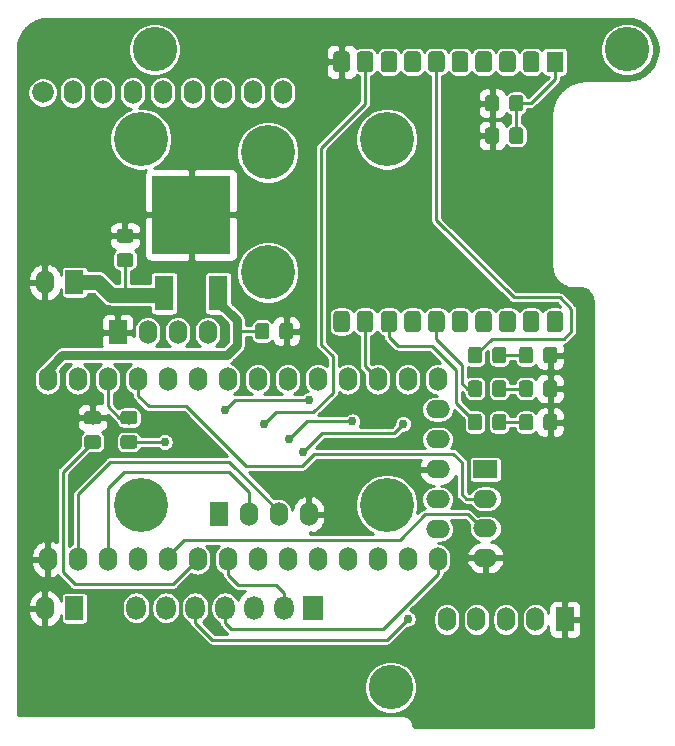
<source format=gtl>
G04 #@! TF.GenerationSoftware,KiCad,Pcbnew,(5.1.2)-2*
G04 #@! TF.CreationDate,2019-09-30T00:10:55+10:00*
G04 #@! TF.ProjectId,Smart_eNERF_Gun,536d6172-745f-4654-9e45-52465f47756e,6.2*
G04 #@! TF.SameCoordinates,Original*
G04 #@! TF.FileFunction,Copper,L1,Top*
G04 #@! TF.FilePolarity,Positive*
%FSLAX46Y46*%
G04 Gerber Fmt 4.6, Leading zero omitted, Abs format (unit mm)*
G04 Created by KiCad (PCBNEW (5.1.2)-2) date 2019-09-30 00:10:55*
%MOMM*%
%LPD*%
G04 APERTURE LIST*
%ADD10R,6.700000X6.700000*%
%ADD11R,1.600000X3.000000*%
%ADD12R,1.524000X2.032000*%
%ADD13O,1.524000X2.032000*%
%ADD14C,4.572000*%
%ADD15C,1.828800*%
%ADD16R,1.397000X1.778000*%
%ADD17C,0.100000*%
%ADD18C,1.397000*%
%ADD19C,1.150000*%
%ADD20O,1.651000X2.032000*%
%ADD21R,1.651000X2.032000*%
%ADD22R,2.032000X1.524000*%
%ADD23O,2.032000X1.524000*%
%ADD24C,3.761999*%
%ADD25C,0.762000*%
%ADD26C,0.254000*%
%ADD27C,1.270000*%
%ADD28C,0.762000*%
G04 APERTURE END LIST*
D10*
X65100000Y-82000000D03*
D11*
X62800000Y-88650000D03*
X67400000Y-88650000D03*
D12*
X67440000Y-107342000D03*
D13*
X69980000Y-107342000D03*
X72520000Y-107342000D03*
X75060000Y-107342000D03*
D14*
X60836000Y-106580000D03*
X81664000Y-106580000D03*
X60836000Y-75592000D03*
X81664000Y-75592000D03*
X71590000Y-86880000D03*
X71590000Y-76720000D03*
D15*
X52540000Y-71640000D03*
D13*
X55080000Y-71640000D03*
X57620000Y-71640000D03*
X60160000Y-71640000D03*
X62700000Y-71640000D03*
X65240000Y-71640000D03*
X67780000Y-71640000D03*
X70320000Y-71640000D03*
X72860000Y-71640000D03*
X66510000Y-91960000D03*
X63970000Y-91960000D03*
X61430000Y-91960000D03*
D12*
X58890000Y-91960000D03*
D16*
X95888000Y-69038800D03*
D17*
G36*
X94264882Y-68151482D02*
G01*
X94298785Y-68156511D01*
X94332032Y-68164839D01*
X94364302Y-68176385D01*
X94395285Y-68191039D01*
X94424683Y-68208659D01*
X94452212Y-68229076D01*
X94477607Y-68252093D01*
X94500624Y-68277488D01*
X94521041Y-68305017D01*
X94538661Y-68334415D01*
X94553315Y-68365398D01*
X94564861Y-68397668D01*
X94573189Y-68430915D01*
X94578218Y-68464818D01*
X94579900Y-68499050D01*
X94579900Y-69578550D01*
X94578218Y-69612782D01*
X94573189Y-69646685D01*
X94564861Y-69679932D01*
X94553315Y-69712202D01*
X94538661Y-69743185D01*
X94521041Y-69772583D01*
X94500624Y-69800112D01*
X94477607Y-69825507D01*
X94452212Y-69848524D01*
X94424683Y-69868941D01*
X94395285Y-69886561D01*
X94364302Y-69901215D01*
X94332032Y-69912761D01*
X94298785Y-69921089D01*
X94264882Y-69926118D01*
X94230650Y-69927800D01*
X93532150Y-69927800D01*
X93497918Y-69926118D01*
X93464015Y-69921089D01*
X93430768Y-69912761D01*
X93398498Y-69901215D01*
X93367515Y-69886561D01*
X93338117Y-69868941D01*
X93310588Y-69848524D01*
X93285193Y-69825507D01*
X93262176Y-69800112D01*
X93241759Y-69772583D01*
X93224139Y-69743185D01*
X93209485Y-69712202D01*
X93197939Y-69679932D01*
X93189611Y-69646685D01*
X93184582Y-69612782D01*
X93182900Y-69578550D01*
X93182900Y-68499050D01*
X93184582Y-68464818D01*
X93189611Y-68430915D01*
X93197939Y-68397668D01*
X93209485Y-68365398D01*
X93224139Y-68334415D01*
X93241759Y-68305017D01*
X93262176Y-68277488D01*
X93285193Y-68252093D01*
X93310588Y-68229076D01*
X93338117Y-68208659D01*
X93367515Y-68191039D01*
X93398498Y-68176385D01*
X93430768Y-68164839D01*
X93464015Y-68156511D01*
X93497918Y-68151482D01*
X93532150Y-68149800D01*
X94230650Y-68149800D01*
X94264882Y-68151482D01*
X94264882Y-68151482D01*
G37*
D18*
X93881400Y-69038800D03*
D17*
G36*
X92258282Y-68151482D02*
G01*
X92292185Y-68156511D01*
X92325432Y-68164839D01*
X92357702Y-68176385D01*
X92388685Y-68191039D01*
X92418083Y-68208659D01*
X92445612Y-68229076D01*
X92471007Y-68252093D01*
X92494024Y-68277488D01*
X92514441Y-68305017D01*
X92532061Y-68334415D01*
X92546715Y-68365398D01*
X92558261Y-68397668D01*
X92566589Y-68430915D01*
X92571618Y-68464818D01*
X92573300Y-68499050D01*
X92573300Y-69578550D01*
X92571618Y-69612782D01*
X92566589Y-69646685D01*
X92558261Y-69679932D01*
X92546715Y-69712202D01*
X92532061Y-69743185D01*
X92514441Y-69772583D01*
X92494024Y-69800112D01*
X92471007Y-69825507D01*
X92445612Y-69848524D01*
X92418083Y-69868941D01*
X92388685Y-69886561D01*
X92357702Y-69901215D01*
X92325432Y-69912761D01*
X92292185Y-69921089D01*
X92258282Y-69926118D01*
X92224050Y-69927800D01*
X91525550Y-69927800D01*
X91491318Y-69926118D01*
X91457415Y-69921089D01*
X91424168Y-69912761D01*
X91391898Y-69901215D01*
X91360915Y-69886561D01*
X91331517Y-69868941D01*
X91303988Y-69848524D01*
X91278593Y-69825507D01*
X91255576Y-69800112D01*
X91235159Y-69772583D01*
X91217539Y-69743185D01*
X91202885Y-69712202D01*
X91191339Y-69679932D01*
X91183011Y-69646685D01*
X91177982Y-69612782D01*
X91176300Y-69578550D01*
X91176300Y-68499050D01*
X91177982Y-68464818D01*
X91183011Y-68430915D01*
X91191339Y-68397668D01*
X91202885Y-68365398D01*
X91217539Y-68334415D01*
X91235159Y-68305017D01*
X91255576Y-68277488D01*
X91278593Y-68252093D01*
X91303988Y-68229076D01*
X91331517Y-68208659D01*
X91360915Y-68191039D01*
X91391898Y-68176385D01*
X91424168Y-68164839D01*
X91457415Y-68156511D01*
X91491318Y-68151482D01*
X91525550Y-68149800D01*
X92224050Y-68149800D01*
X92258282Y-68151482D01*
X92258282Y-68151482D01*
G37*
D18*
X91874800Y-69038800D03*
D17*
G36*
X90251682Y-68151482D02*
G01*
X90285585Y-68156511D01*
X90318832Y-68164839D01*
X90351102Y-68176385D01*
X90382085Y-68191039D01*
X90411483Y-68208659D01*
X90439012Y-68229076D01*
X90464407Y-68252093D01*
X90487424Y-68277488D01*
X90507841Y-68305017D01*
X90525461Y-68334415D01*
X90540115Y-68365398D01*
X90551661Y-68397668D01*
X90559989Y-68430915D01*
X90565018Y-68464818D01*
X90566700Y-68499050D01*
X90566700Y-69578550D01*
X90565018Y-69612782D01*
X90559989Y-69646685D01*
X90551661Y-69679932D01*
X90540115Y-69712202D01*
X90525461Y-69743185D01*
X90507841Y-69772583D01*
X90487424Y-69800112D01*
X90464407Y-69825507D01*
X90439012Y-69848524D01*
X90411483Y-69868941D01*
X90382085Y-69886561D01*
X90351102Y-69901215D01*
X90318832Y-69912761D01*
X90285585Y-69921089D01*
X90251682Y-69926118D01*
X90217450Y-69927800D01*
X89518950Y-69927800D01*
X89484718Y-69926118D01*
X89450815Y-69921089D01*
X89417568Y-69912761D01*
X89385298Y-69901215D01*
X89354315Y-69886561D01*
X89324917Y-69868941D01*
X89297388Y-69848524D01*
X89271993Y-69825507D01*
X89248976Y-69800112D01*
X89228559Y-69772583D01*
X89210939Y-69743185D01*
X89196285Y-69712202D01*
X89184739Y-69679932D01*
X89176411Y-69646685D01*
X89171382Y-69612782D01*
X89169700Y-69578550D01*
X89169700Y-68499050D01*
X89171382Y-68464818D01*
X89176411Y-68430915D01*
X89184739Y-68397668D01*
X89196285Y-68365398D01*
X89210939Y-68334415D01*
X89228559Y-68305017D01*
X89248976Y-68277488D01*
X89271993Y-68252093D01*
X89297388Y-68229076D01*
X89324917Y-68208659D01*
X89354315Y-68191039D01*
X89385298Y-68176385D01*
X89417568Y-68164839D01*
X89450815Y-68156511D01*
X89484718Y-68151482D01*
X89518950Y-68149800D01*
X90217450Y-68149800D01*
X90251682Y-68151482D01*
X90251682Y-68151482D01*
G37*
D18*
X89868200Y-69038800D03*
D17*
G36*
X88245082Y-68151482D02*
G01*
X88278985Y-68156511D01*
X88312232Y-68164839D01*
X88344502Y-68176385D01*
X88375485Y-68191039D01*
X88404883Y-68208659D01*
X88432412Y-68229076D01*
X88457807Y-68252093D01*
X88480824Y-68277488D01*
X88501241Y-68305017D01*
X88518861Y-68334415D01*
X88533515Y-68365398D01*
X88545061Y-68397668D01*
X88553389Y-68430915D01*
X88558418Y-68464818D01*
X88560100Y-68499050D01*
X88560100Y-69578550D01*
X88558418Y-69612782D01*
X88553389Y-69646685D01*
X88545061Y-69679932D01*
X88533515Y-69712202D01*
X88518861Y-69743185D01*
X88501241Y-69772583D01*
X88480824Y-69800112D01*
X88457807Y-69825507D01*
X88432412Y-69848524D01*
X88404883Y-69868941D01*
X88375485Y-69886561D01*
X88344502Y-69901215D01*
X88312232Y-69912761D01*
X88278985Y-69921089D01*
X88245082Y-69926118D01*
X88210850Y-69927800D01*
X87512350Y-69927800D01*
X87478118Y-69926118D01*
X87444215Y-69921089D01*
X87410968Y-69912761D01*
X87378698Y-69901215D01*
X87347715Y-69886561D01*
X87318317Y-69868941D01*
X87290788Y-69848524D01*
X87265393Y-69825507D01*
X87242376Y-69800112D01*
X87221959Y-69772583D01*
X87204339Y-69743185D01*
X87189685Y-69712202D01*
X87178139Y-69679932D01*
X87169811Y-69646685D01*
X87164782Y-69612782D01*
X87163100Y-69578550D01*
X87163100Y-68499050D01*
X87164782Y-68464818D01*
X87169811Y-68430915D01*
X87178139Y-68397668D01*
X87189685Y-68365398D01*
X87204339Y-68334415D01*
X87221959Y-68305017D01*
X87242376Y-68277488D01*
X87265393Y-68252093D01*
X87290788Y-68229076D01*
X87318317Y-68208659D01*
X87347715Y-68191039D01*
X87378698Y-68176385D01*
X87410968Y-68164839D01*
X87444215Y-68156511D01*
X87478118Y-68151482D01*
X87512350Y-68149800D01*
X88210850Y-68149800D01*
X88245082Y-68151482D01*
X88245082Y-68151482D01*
G37*
D18*
X87861600Y-69038800D03*
D17*
G36*
X86238482Y-68151482D02*
G01*
X86272385Y-68156511D01*
X86305632Y-68164839D01*
X86337902Y-68176385D01*
X86368885Y-68191039D01*
X86398283Y-68208659D01*
X86425812Y-68229076D01*
X86451207Y-68252093D01*
X86474224Y-68277488D01*
X86494641Y-68305017D01*
X86512261Y-68334415D01*
X86526915Y-68365398D01*
X86538461Y-68397668D01*
X86546789Y-68430915D01*
X86551818Y-68464818D01*
X86553500Y-68499050D01*
X86553500Y-69578550D01*
X86551818Y-69612782D01*
X86546789Y-69646685D01*
X86538461Y-69679932D01*
X86526915Y-69712202D01*
X86512261Y-69743185D01*
X86494641Y-69772583D01*
X86474224Y-69800112D01*
X86451207Y-69825507D01*
X86425812Y-69848524D01*
X86398283Y-69868941D01*
X86368885Y-69886561D01*
X86337902Y-69901215D01*
X86305632Y-69912761D01*
X86272385Y-69921089D01*
X86238482Y-69926118D01*
X86204250Y-69927800D01*
X85505750Y-69927800D01*
X85471518Y-69926118D01*
X85437615Y-69921089D01*
X85404368Y-69912761D01*
X85372098Y-69901215D01*
X85341115Y-69886561D01*
X85311717Y-69868941D01*
X85284188Y-69848524D01*
X85258793Y-69825507D01*
X85235776Y-69800112D01*
X85215359Y-69772583D01*
X85197739Y-69743185D01*
X85183085Y-69712202D01*
X85171539Y-69679932D01*
X85163211Y-69646685D01*
X85158182Y-69612782D01*
X85156500Y-69578550D01*
X85156500Y-68499050D01*
X85158182Y-68464818D01*
X85163211Y-68430915D01*
X85171539Y-68397668D01*
X85183085Y-68365398D01*
X85197739Y-68334415D01*
X85215359Y-68305017D01*
X85235776Y-68277488D01*
X85258793Y-68252093D01*
X85284188Y-68229076D01*
X85311717Y-68208659D01*
X85341115Y-68191039D01*
X85372098Y-68176385D01*
X85404368Y-68164839D01*
X85437615Y-68156511D01*
X85471518Y-68151482D01*
X85505750Y-68149800D01*
X86204250Y-68149800D01*
X86238482Y-68151482D01*
X86238482Y-68151482D01*
G37*
D18*
X85855000Y-69038800D03*
D17*
G36*
X84231882Y-68151482D02*
G01*
X84265785Y-68156511D01*
X84299032Y-68164839D01*
X84331302Y-68176385D01*
X84362285Y-68191039D01*
X84391683Y-68208659D01*
X84419212Y-68229076D01*
X84444607Y-68252093D01*
X84467624Y-68277488D01*
X84488041Y-68305017D01*
X84505661Y-68334415D01*
X84520315Y-68365398D01*
X84531861Y-68397668D01*
X84540189Y-68430915D01*
X84545218Y-68464818D01*
X84546900Y-68499050D01*
X84546900Y-69578550D01*
X84545218Y-69612782D01*
X84540189Y-69646685D01*
X84531861Y-69679932D01*
X84520315Y-69712202D01*
X84505661Y-69743185D01*
X84488041Y-69772583D01*
X84467624Y-69800112D01*
X84444607Y-69825507D01*
X84419212Y-69848524D01*
X84391683Y-69868941D01*
X84362285Y-69886561D01*
X84331302Y-69901215D01*
X84299032Y-69912761D01*
X84265785Y-69921089D01*
X84231882Y-69926118D01*
X84197650Y-69927800D01*
X83499150Y-69927800D01*
X83464918Y-69926118D01*
X83431015Y-69921089D01*
X83397768Y-69912761D01*
X83365498Y-69901215D01*
X83334515Y-69886561D01*
X83305117Y-69868941D01*
X83277588Y-69848524D01*
X83252193Y-69825507D01*
X83229176Y-69800112D01*
X83208759Y-69772583D01*
X83191139Y-69743185D01*
X83176485Y-69712202D01*
X83164939Y-69679932D01*
X83156611Y-69646685D01*
X83151582Y-69612782D01*
X83149900Y-69578550D01*
X83149900Y-68499050D01*
X83151582Y-68464818D01*
X83156611Y-68430915D01*
X83164939Y-68397668D01*
X83176485Y-68365398D01*
X83191139Y-68334415D01*
X83208759Y-68305017D01*
X83229176Y-68277488D01*
X83252193Y-68252093D01*
X83277588Y-68229076D01*
X83305117Y-68208659D01*
X83334515Y-68191039D01*
X83365498Y-68176385D01*
X83397768Y-68164839D01*
X83431015Y-68156511D01*
X83464918Y-68151482D01*
X83499150Y-68149800D01*
X84197650Y-68149800D01*
X84231882Y-68151482D01*
X84231882Y-68151482D01*
G37*
D18*
X83848400Y-69038800D03*
D17*
G36*
X82225282Y-68151482D02*
G01*
X82259185Y-68156511D01*
X82292432Y-68164839D01*
X82324702Y-68176385D01*
X82355685Y-68191039D01*
X82385083Y-68208659D01*
X82412612Y-68229076D01*
X82438007Y-68252093D01*
X82461024Y-68277488D01*
X82481441Y-68305017D01*
X82499061Y-68334415D01*
X82513715Y-68365398D01*
X82525261Y-68397668D01*
X82533589Y-68430915D01*
X82538618Y-68464818D01*
X82540300Y-68499050D01*
X82540300Y-69578550D01*
X82538618Y-69612782D01*
X82533589Y-69646685D01*
X82525261Y-69679932D01*
X82513715Y-69712202D01*
X82499061Y-69743185D01*
X82481441Y-69772583D01*
X82461024Y-69800112D01*
X82438007Y-69825507D01*
X82412612Y-69848524D01*
X82385083Y-69868941D01*
X82355685Y-69886561D01*
X82324702Y-69901215D01*
X82292432Y-69912761D01*
X82259185Y-69921089D01*
X82225282Y-69926118D01*
X82191050Y-69927800D01*
X81492550Y-69927800D01*
X81458318Y-69926118D01*
X81424415Y-69921089D01*
X81391168Y-69912761D01*
X81358898Y-69901215D01*
X81327915Y-69886561D01*
X81298517Y-69868941D01*
X81270988Y-69848524D01*
X81245593Y-69825507D01*
X81222576Y-69800112D01*
X81202159Y-69772583D01*
X81184539Y-69743185D01*
X81169885Y-69712202D01*
X81158339Y-69679932D01*
X81150011Y-69646685D01*
X81144982Y-69612782D01*
X81143300Y-69578550D01*
X81143300Y-68499050D01*
X81144982Y-68464818D01*
X81150011Y-68430915D01*
X81158339Y-68397668D01*
X81169885Y-68365398D01*
X81184539Y-68334415D01*
X81202159Y-68305017D01*
X81222576Y-68277488D01*
X81245593Y-68252093D01*
X81270988Y-68229076D01*
X81298517Y-68208659D01*
X81327915Y-68191039D01*
X81358898Y-68176385D01*
X81391168Y-68164839D01*
X81424415Y-68156511D01*
X81458318Y-68151482D01*
X81492550Y-68149800D01*
X82191050Y-68149800D01*
X82225282Y-68151482D01*
X82225282Y-68151482D01*
G37*
D18*
X81841800Y-69038800D03*
D17*
G36*
X80218682Y-68151482D02*
G01*
X80252585Y-68156511D01*
X80285832Y-68164839D01*
X80318102Y-68176385D01*
X80349085Y-68191039D01*
X80378483Y-68208659D01*
X80406012Y-68229076D01*
X80431407Y-68252093D01*
X80454424Y-68277488D01*
X80474841Y-68305017D01*
X80492461Y-68334415D01*
X80507115Y-68365398D01*
X80518661Y-68397668D01*
X80526989Y-68430915D01*
X80532018Y-68464818D01*
X80533700Y-68499050D01*
X80533700Y-69578550D01*
X80532018Y-69612782D01*
X80526989Y-69646685D01*
X80518661Y-69679932D01*
X80507115Y-69712202D01*
X80492461Y-69743185D01*
X80474841Y-69772583D01*
X80454424Y-69800112D01*
X80431407Y-69825507D01*
X80406012Y-69848524D01*
X80378483Y-69868941D01*
X80349085Y-69886561D01*
X80318102Y-69901215D01*
X80285832Y-69912761D01*
X80252585Y-69921089D01*
X80218682Y-69926118D01*
X80184450Y-69927800D01*
X79485950Y-69927800D01*
X79451718Y-69926118D01*
X79417815Y-69921089D01*
X79384568Y-69912761D01*
X79352298Y-69901215D01*
X79321315Y-69886561D01*
X79291917Y-69868941D01*
X79264388Y-69848524D01*
X79238993Y-69825507D01*
X79215976Y-69800112D01*
X79195559Y-69772583D01*
X79177939Y-69743185D01*
X79163285Y-69712202D01*
X79151739Y-69679932D01*
X79143411Y-69646685D01*
X79138382Y-69612782D01*
X79136700Y-69578550D01*
X79136700Y-68499050D01*
X79138382Y-68464818D01*
X79143411Y-68430915D01*
X79151739Y-68397668D01*
X79163285Y-68365398D01*
X79177939Y-68334415D01*
X79195559Y-68305017D01*
X79215976Y-68277488D01*
X79238993Y-68252093D01*
X79264388Y-68229076D01*
X79291917Y-68208659D01*
X79321315Y-68191039D01*
X79352298Y-68176385D01*
X79384568Y-68164839D01*
X79417815Y-68156511D01*
X79451718Y-68151482D01*
X79485950Y-68149800D01*
X80184450Y-68149800D01*
X80218682Y-68151482D01*
X80218682Y-68151482D01*
G37*
D18*
X79835200Y-69038800D03*
D17*
G36*
X78212082Y-68151482D02*
G01*
X78245985Y-68156511D01*
X78279232Y-68164839D01*
X78311502Y-68176385D01*
X78342485Y-68191039D01*
X78371883Y-68208659D01*
X78399412Y-68229076D01*
X78424807Y-68252093D01*
X78447824Y-68277488D01*
X78468241Y-68305017D01*
X78485861Y-68334415D01*
X78500515Y-68365398D01*
X78512061Y-68397668D01*
X78520389Y-68430915D01*
X78525418Y-68464818D01*
X78527100Y-68499050D01*
X78527100Y-69578550D01*
X78525418Y-69612782D01*
X78520389Y-69646685D01*
X78512061Y-69679932D01*
X78500515Y-69712202D01*
X78485861Y-69743185D01*
X78468241Y-69772583D01*
X78447824Y-69800112D01*
X78424807Y-69825507D01*
X78399412Y-69848524D01*
X78371883Y-69868941D01*
X78342485Y-69886561D01*
X78311502Y-69901215D01*
X78279232Y-69912761D01*
X78245985Y-69921089D01*
X78212082Y-69926118D01*
X78177850Y-69927800D01*
X77479350Y-69927800D01*
X77445118Y-69926118D01*
X77411215Y-69921089D01*
X77377968Y-69912761D01*
X77345698Y-69901215D01*
X77314715Y-69886561D01*
X77285317Y-69868941D01*
X77257788Y-69848524D01*
X77232393Y-69825507D01*
X77209376Y-69800112D01*
X77188959Y-69772583D01*
X77171339Y-69743185D01*
X77156685Y-69712202D01*
X77145139Y-69679932D01*
X77136811Y-69646685D01*
X77131782Y-69612782D01*
X77130100Y-69578550D01*
X77130100Y-68499050D01*
X77131782Y-68464818D01*
X77136811Y-68430915D01*
X77145139Y-68397668D01*
X77156685Y-68365398D01*
X77171339Y-68334415D01*
X77188959Y-68305017D01*
X77209376Y-68277488D01*
X77232393Y-68252093D01*
X77257788Y-68229076D01*
X77285317Y-68208659D01*
X77314715Y-68191039D01*
X77345698Y-68176385D01*
X77377968Y-68164839D01*
X77411215Y-68156511D01*
X77445118Y-68151482D01*
X77479350Y-68149800D01*
X78177850Y-68149800D01*
X78212082Y-68151482D01*
X78212082Y-68151482D01*
G37*
D18*
X77828600Y-69038800D03*
D17*
G36*
X78212082Y-90147882D02*
G01*
X78245985Y-90152911D01*
X78279232Y-90161239D01*
X78311502Y-90172785D01*
X78342485Y-90187439D01*
X78371883Y-90205059D01*
X78399412Y-90225476D01*
X78424807Y-90248493D01*
X78447824Y-90273888D01*
X78468241Y-90301417D01*
X78485861Y-90330815D01*
X78500515Y-90361798D01*
X78512061Y-90394068D01*
X78520389Y-90427315D01*
X78525418Y-90461218D01*
X78527100Y-90495450D01*
X78527100Y-91574950D01*
X78525418Y-91609182D01*
X78520389Y-91643085D01*
X78512061Y-91676332D01*
X78500515Y-91708602D01*
X78485861Y-91739585D01*
X78468241Y-91768983D01*
X78447824Y-91796512D01*
X78424807Y-91821907D01*
X78399412Y-91844924D01*
X78371883Y-91865341D01*
X78342485Y-91882961D01*
X78311502Y-91897615D01*
X78279232Y-91909161D01*
X78245985Y-91917489D01*
X78212082Y-91922518D01*
X78177850Y-91924200D01*
X77479350Y-91924200D01*
X77445118Y-91922518D01*
X77411215Y-91917489D01*
X77377968Y-91909161D01*
X77345698Y-91897615D01*
X77314715Y-91882961D01*
X77285317Y-91865341D01*
X77257788Y-91844924D01*
X77232393Y-91821907D01*
X77209376Y-91796512D01*
X77188959Y-91768983D01*
X77171339Y-91739585D01*
X77156685Y-91708602D01*
X77145139Y-91676332D01*
X77136811Y-91643085D01*
X77131782Y-91609182D01*
X77130100Y-91574950D01*
X77130100Y-90495450D01*
X77131782Y-90461218D01*
X77136811Y-90427315D01*
X77145139Y-90394068D01*
X77156685Y-90361798D01*
X77171339Y-90330815D01*
X77188959Y-90301417D01*
X77209376Y-90273888D01*
X77232393Y-90248493D01*
X77257788Y-90225476D01*
X77285317Y-90205059D01*
X77314715Y-90187439D01*
X77345698Y-90172785D01*
X77377968Y-90161239D01*
X77411215Y-90152911D01*
X77445118Y-90147882D01*
X77479350Y-90146200D01*
X78177850Y-90146200D01*
X78212082Y-90147882D01*
X78212082Y-90147882D01*
G37*
D18*
X77828600Y-91035200D03*
D17*
G36*
X80218682Y-90147882D02*
G01*
X80252585Y-90152911D01*
X80285832Y-90161239D01*
X80318102Y-90172785D01*
X80349085Y-90187439D01*
X80378483Y-90205059D01*
X80406012Y-90225476D01*
X80431407Y-90248493D01*
X80454424Y-90273888D01*
X80474841Y-90301417D01*
X80492461Y-90330815D01*
X80507115Y-90361798D01*
X80518661Y-90394068D01*
X80526989Y-90427315D01*
X80532018Y-90461218D01*
X80533700Y-90495450D01*
X80533700Y-91574950D01*
X80532018Y-91609182D01*
X80526989Y-91643085D01*
X80518661Y-91676332D01*
X80507115Y-91708602D01*
X80492461Y-91739585D01*
X80474841Y-91768983D01*
X80454424Y-91796512D01*
X80431407Y-91821907D01*
X80406012Y-91844924D01*
X80378483Y-91865341D01*
X80349085Y-91882961D01*
X80318102Y-91897615D01*
X80285832Y-91909161D01*
X80252585Y-91917489D01*
X80218682Y-91922518D01*
X80184450Y-91924200D01*
X79485950Y-91924200D01*
X79451718Y-91922518D01*
X79417815Y-91917489D01*
X79384568Y-91909161D01*
X79352298Y-91897615D01*
X79321315Y-91882961D01*
X79291917Y-91865341D01*
X79264388Y-91844924D01*
X79238993Y-91821907D01*
X79215976Y-91796512D01*
X79195559Y-91768983D01*
X79177939Y-91739585D01*
X79163285Y-91708602D01*
X79151739Y-91676332D01*
X79143411Y-91643085D01*
X79138382Y-91609182D01*
X79136700Y-91574950D01*
X79136700Y-90495450D01*
X79138382Y-90461218D01*
X79143411Y-90427315D01*
X79151739Y-90394068D01*
X79163285Y-90361798D01*
X79177939Y-90330815D01*
X79195559Y-90301417D01*
X79215976Y-90273888D01*
X79238993Y-90248493D01*
X79264388Y-90225476D01*
X79291917Y-90205059D01*
X79321315Y-90187439D01*
X79352298Y-90172785D01*
X79384568Y-90161239D01*
X79417815Y-90152911D01*
X79451718Y-90147882D01*
X79485950Y-90146200D01*
X80184450Y-90146200D01*
X80218682Y-90147882D01*
X80218682Y-90147882D01*
G37*
D18*
X79835200Y-91035200D03*
D17*
G36*
X82225282Y-90147882D02*
G01*
X82259185Y-90152911D01*
X82292432Y-90161239D01*
X82324702Y-90172785D01*
X82355685Y-90187439D01*
X82385083Y-90205059D01*
X82412612Y-90225476D01*
X82438007Y-90248493D01*
X82461024Y-90273888D01*
X82481441Y-90301417D01*
X82499061Y-90330815D01*
X82513715Y-90361798D01*
X82525261Y-90394068D01*
X82533589Y-90427315D01*
X82538618Y-90461218D01*
X82540300Y-90495450D01*
X82540300Y-91574950D01*
X82538618Y-91609182D01*
X82533589Y-91643085D01*
X82525261Y-91676332D01*
X82513715Y-91708602D01*
X82499061Y-91739585D01*
X82481441Y-91768983D01*
X82461024Y-91796512D01*
X82438007Y-91821907D01*
X82412612Y-91844924D01*
X82385083Y-91865341D01*
X82355685Y-91882961D01*
X82324702Y-91897615D01*
X82292432Y-91909161D01*
X82259185Y-91917489D01*
X82225282Y-91922518D01*
X82191050Y-91924200D01*
X81492550Y-91924200D01*
X81458318Y-91922518D01*
X81424415Y-91917489D01*
X81391168Y-91909161D01*
X81358898Y-91897615D01*
X81327915Y-91882961D01*
X81298517Y-91865341D01*
X81270988Y-91844924D01*
X81245593Y-91821907D01*
X81222576Y-91796512D01*
X81202159Y-91768983D01*
X81184539Y-91739585D01*
X81169885Y-91708602D01*
X81158339Y-91676332D01*
X81150011Y-91643085D01*
X81144982Y-91609182D01*
X81143300Y-91574950D01*
X81143300Y-90495450D01*
X81144982Y-90461218D01*
X81150011Y-90427315D01*
X81158339Y-90394068D01*
X81169885Y-90361798D01*
X81184539Y-90330815D01*
X81202159Y-90301417D01*
X81222576Y-90273888D01*
X81245593Y-90248493D01*
X81270988Y-90225476D01*
X81298517Y-90205059D01*
X81327915Y-90187439D01*
X81358898Y-90172785D01*
X81391168Y-90161239D01*
X81424415Y-90152911D01*
X81458318Y-90147882D01*
X81492550Y-90146200D01*
X82191050Y-90146200D01*
X82225282Y-90147882D01*
X82225282Y-90147882D01*
G37*
D18*
X81841800Y-91035200D03*
D17*
G36*
X84231882Y-90147882D02*
G01*
X84265785Y-90152911D01*
X84299032Y-90161239D01*
X84331302Y-90172785D01*
X84362285Y-90187439D01*
X84391683Y-90205059D01*
X84419212Y-90225476D01*
X84444607Y-90248493D01*
X84467624Y-90273888D01*
X84488041Y-90301417D01*
X84505661Y-90330815D01*
X84520315Y-90361798D01*
X84531861Y-90394068D01*
X84540189Y-90427315D01*
X84545218Y-90461218D01*
X84546900Y-90495450D01*
X84546900Y-91574950D01*
X84545218Y-91609182D01*
X84540189Y-91643085D01*
X84531861Y-91676332D01*
X84520315Y-91708602D01*
X84505661Y-91739585D01*
X84488041Y-91768983D01*
X84467624Y-91796512D01*
X84444607Y-91821907D01*
X84419212Y-91844924D01*
X84391683Y-91865341D01*
X84362285Y-91882961D01*
X84331302Y-91897615D01*
X84299032Y-91909161D01*
X84265785Y-91917489D01*
X84231882Y-91922518D01*
X84197650Y-91924200D01*
X83499150Y-91924200D01*
X83464918Y-91922518D01*
X83431015Y-91917489D01*
X83397768Y-91909161D01*
X83365498Y-91897615D01*
X83334515Y-91882961D01*
X83305117Y-91865341D01*
X83277588Y-91844924D01*
X83252193Y-91821907D01*
X83229176Y-91796512D01*
X83208759Y-91768983D01*
X83191139Y-91739585D01*
X83176485Y-91708602D01*
X83164939Y-91676332D01*
X83156611Y-91643085D01*
X83151582Y-91609182D01*
X83149900Y-91574950D01*
X83149900Y-90495450D01*
X83151582Y-90461218D01*
X83156611Y-90427315D01*
X83164939Y-90394068D01*
X83176485Y-90361798D01*
X83191139Y-90330815D01*
X83208759Y-90301417D01*
X83229176Y-90273888D01*
X83252193Y-90248493D01*
X83277588Y-90225476D01*
X83305117Y-90205059D01*
X83334515Y-90187439D01*
X83365498Y-90172785D01*
X83397768Y-90161239D01*
X83431015Y-90152911D01*
X83464918Y-90147882D01*
X83499150Y-90146200D01*
X84197650Y-90146200D01*
X84231882Y-90147882D01*
X84231882Y-90147882D01*
G37*
D18*
X83848400Y-91035200D03*
D17*
G36*
X86238482Y-90147882D02*
G01*
X86272385Y-90152911D01*
X86305632Y-90161239D01*
X86337902Y-90172785D01*
X86368885Y-90187439D01*
X86398283Y-90205059D01*
X86425812Y-90225476D01*
X86451207Y-90248493D01*
X86474224Y-90273888D01*
X86494641Y-90301417D01*
X86512261Y-90330815D01*
X86526915Y-90361798D01*
X86538461Y-90394068D01*
X86546789Y-90427315D01*
X86551818Y-90461218D01*
X86553500Y-90495450D01*
X86553500Y-91574950D01*
X86551818Y-91609182D01*
X86546789Y-91643085D01*
X86538461Y-91676332D01*
X86526915Y-91708602D01*
X86512261Y-91739585D01*
X86494641Y-91768983D01*
X86474224Y-91796512D01*
X86451207Y-91821907D01*
X86425812Y-91844924D01*
X86398283Y-91865341D01*
X86368885Y-91882961D01*
X86337902Y-91897615D01*
X86305632Y-91909161D01*
X86272385Y-91917489D01*
X86238482Y-91922518D01*
X86204250Y-91924200D01*
X85505750Y-91924200D01*
X85471518Y-91922518D01*
X85437615Y-91917489D01*
X85404368Y-91909161D01*
X85372098Y-91897615D01*
X85341115Y-91882961D01*
X85311717Y-91865341D01*
X85284188Y-91844924D01*
X85258793Y-91821907D01*
X85235776Y-91796512D01*
X85215359Y-91768983D01*
X85197739Y-91739585D01*
X85183085Y-91708602D01*
X85171539Y-91676332D01*
X85163211Y-91643085D01*
X85158182Y-91609182D01*
X85156500Y-91574950D01*
X85156500Y-90495450D01*
X85158182Y-90461218D01*
X85163211Y-90427315D01*
X85171539Y-90394068D01*
X85183085Y-90361798D01*
X85197739Y-90330815D01*
X85215359Y-90301417D01*
X85235776Y-90273888D01*
X85258793Y-90248493D01*
X85284188Y-90225476D01*
X85311717Y-90205059D01*
X85341115Y-90187439D01*
X85372098Y-90172785D01*
X85404368Y-90161239D01*
X85437615Y-90152911D01*
X85471518Y-90147882D01*
X85505750Y-90146200D01*
X86204250Y-90146200D01*
X86238482Y-90147882D01*
X86238482Y-90147882D01*
G37*
D18*
X85855000Y-91035200D03*
D17*
G36*
X88245082Y-90147882D02*
G01*
X88278985Y-90152911D01*
X88312232Y-90161239D01*
X88344502Y-90172785D01*
X88375485Y-90187439D01*
X88404883Y-90205059D01*
X88432412Y-90225476D01*
X88457807Y-90248493D01*
X88480824Y-90273888D01*
X88501241Y-90301417D01*
X88518861Y-90330815D01*
X88533515Y-90361798D01*
X88545061Y-90394068D01*
X88553389Y-90427315D01*
X88558418Y-90461218D01*
X88560100Y-90495450D01*
X88560100Y-91574950D01*
X88558418Y-91609182D01*
X88553389Y-91643085D01*
X88545061Y-91676332D01*
X88533515Y-91708602D01*
X88518861Y-91739585D01*
X88501241Y-91768983D01*
X88480824Y-91796512D01*
X88457807Y-91821907D01*
X88432412Y-91844924D01*
X88404883Y-91865341D01*
X88375485Y-91882961D01*
X88344502Y-91897615D01*
X88312232Y-91909161D01*
X88278985Y-91917489D01*
X88245082Y-91922518D01*
X88210850Y-91924200D01*
X87512350Y-91924200D01*
X87478118Y-91922518D01*
X87444215Y-91917489D01*
X87410968Y-91909161D01*
X87378698Y-91897615D01*
X87347715Y-91882961D01*
X87318317Y-91865341D01*
X87290788Y-91844924D01*
X87265393Y-91821907D01*
X87242376Y-91796512D01*
X87221959Y-91768983D01*
X87204339Y-91739585D01*
X87189685Y-91708602D01*
X87178139Y-91676332D01*
X87169811Y-91643085D01*
X87164782Y-91609182D01*
X87163100Y-91574950D01*
X87163100Y-90495450D01*
X87164782Y-90461218D01*
X87169811Y-90427315D01*
X87178139Y-90394068D01*
X87189685Y-90361798D01*
X87204339Y-90330815D01*
X87221959Y-90301417D01*
X87242376Y-90273888D01*
X87265393Y-90248493D01*
X87290788Y-90225476D01*
X87318317Y-90205059D01*
X87347715Y-90187439D01*
X87378698Y-90172785D01*
X87410968Y-90161239D01*
X87444215Y-90152911D01*
X87478118Y-90147882D01*
X87512350Y-90146200D01*
X88210850Y-90146200D01*
X88245082Y-90147882D01*
X88245082Y-90147882D01*
G37*
D18*
X87861600Y-91035200D03*
D17*
G36*
X90251682Y-90147882D02*
G01*
X90285585Y-90152911D01*
X90318832Y-90161239D01*
X90351102Y-90172785D01*
X90382085Y-90187439D01*
X90411483Y-90205059D01*
X90439012Y-90225476D01*
X90464407Y-90248493D01*
X90487424Y-90273888D01*
X90507841Y-90301417D01*
X90525461Y-90330815D01*
X90540115Y-90361798D01*
X90551661Y-90394068D01*
X90559989Y-90427315D01*
X90565018Y-90461218D01*
X90566700Y-90495450D01*
X90566700Y-91574950D01*
X90565018Y-91609182D01*
X90559989Y-91643085D01*
X90551661Y-91676332D01*
X90540115Y-91708602D01*
X90525461Y-91739585D01*
X90507841Y-91768983D01*
X90487424Y-91796512D01*
X90464407Y-91821907D01*
X90439012Y-91844924D01*
X90411483Y-91865341D01*
X90382085Y-91882961D01*
X90351102Y-91897615D01*
X90318832Y-91909161D01*
X90285585Y-91917489D01*
X90251682Y-91922518D01*
X90217450Y-91924200D01*
X89518950Y-91924200D01*
X89484718Y-91922518D01*
X89450815Y-91917489D01*
X89417568Y-91909161D01*
X89385298Y-91897615D01*
X89354315Y-91882961D01*
X89324917Y-91865341D01*
X89297388Y-91844924D01*
X89271993Y-91821907D01*
X89248976Y-91796512D01*
X89228559Y-91768983D01*
X89210939Y-91739585D01*
X89196285Y-91708602D01*
X89184739Y-91676332D01*
X89176411Y-91643085D01*
X89171382Y-91609182D01*
X89169700Y-91574950D01*
X89169700Y-90495450D01*
X89171382Y-90461218D01*
X89176411Y-90427315D01*
X89184739Y-90394068D01*
X89196285Y-90361798D01*
X89210939Y-90330815D01*
X89228559Y-90301417D01*
X89248976Y-90273888D01*
X89271993Y-90248493D01*
X89297388Y-90225476D01*
X89324917Y-90205059D01*
X89354315Y-90187439D01*
X89385298Y-90172785D01*
X89417568Y-90161239D01*
X89450815Y-90152911D01*
X89484718Y-90147882D01*
X89518950Y-90146200D01*
X90217450Y-90146200D01*
X90251682Y-90147882D01*
X90251682Y-90147882D01*
G37*
D18*
X89868200Y-91035200D03*
D17*
G36*
X92258282Y-90147882D02*
G01*
X92292185Y-90152911D01*
X92325432Y-90161239D01*
X92357702Y-90172785D01*
X92388685Y-90187439D01*
X92418083Y-90205059D01*
X92445612Y-90225476D01*
X92471007Y-90248493D01*
X92494024Y-90273888D01*
X92514441Y-90301417D01*
X92532061Y-90330815D01*
X92546715Y-90361798D01*
X92558261Y-90394068D01*
X92566589Y-90427315D01*
X92571618Y-90461218D01*
X92573300Y-90495450D01*
X92573300Y-91574950D01*
X92571618Y-91609182D01*
X92566589Y-91643085D01*
X92558261Y-91676332D01*
X92546715Y-91708602D01*
X92532061Y-91739585D01*
X92514441Y-91768983D01*
X92494024Y-91796512D01*
X92471007Y-91821907D01*
X92445612Y-91844924D01*
X92418083Y-91865341D01*
X92388685Y-91882961D01*
X92357702Y-91897615D01*
X92325432Y-91909161D01*
X92292185Y-91917489D01*
X92258282Y-91922518D01*
X92224050Y-91924200D01*
X91525550Y-91924200D01*
X91491318Y-91922518D01*
X91457415Y-91917489D01*
X91424168Y-91909161D01*
X91391898Y-91897615D01*
X91360915Y-91882961D01*
X91331517Y-91865341D01*
X91303988Y-91844924D01*
X91278593Y-91821907D01*
X91255576Y-91796512D01*
X91235159Y-91768983D01*
X91217539Y-91739585D01*
X91202885Y-91708602D01*
X91191339Y-91676332D01*
X91183011Y-91643085D01*
X91177982Y-91609182D01*
X91176300Y-91574950D01*
X91176300Y-90495450D01*
X91177982Y-90461218D01*
X91183011Y-90427315D01*
X91191339Y-90394068D01*
X91202885Y-90361798D01*
X91217539Y-90330815D01*
X91235159Y-90301417D01*
X91255576Y-90273888D01*
X91278593Y-90248493D01*
X91303988Y-90225476D01*
X91331517Y-90205059D01*
X91360915Y-90187439D01*
X91391898Y-90172785D01*
X91424168Y-90161239D01*
X91457415Y-90152911D01*
X91491318Y-90147882D01*
X91525550Y-90146200D01*
X92224050Y-90146200D01*
X92258282Y-90147882D01*
X92258282Y-90147882D01*
G37*
D18*
X91874800Y-91035200D03*
D17*
G36*
X94264882Y-90147882D02*
G01*
X94298785Y-90152911D01*
X94332032Y-90161239D01*
X94364302Y-90172785D01*
X94395285Y-90187439D01*
X94424683Y-90205059D01*
X94452212Y-90225476D01*
X94477607Y-90248493D01*
X94500624Y-90273888D01*
X94521041Y-90301417D01*
X94538661Y-90330815D01*
X94553315Y-90361798D01*
X94564861Y-90394068D01*
X94573189Y-90427315D01*
X94578218Y-90461218D01*
X94579900Y-90495450D01*
X94579900Y-91574950D01*
X94578218Y-91609182D01*
X94573189Y-91643085D01*
X94564861Y-91676332D01*
X94553315Y-91708602D01*
X94538661Y-91739585D01*
X94521041Y-91768983D01*
X94500624Y-91796512D01*
X94477607Y-91821907D01*
X94452212Y-91844924D01*
X94424683Y-91865341D01*
X94395285Y-91882961D01*
X94364302Y-91897615D01*
X94332032Y-91909161D01*
X94298785Y-91917489D01*
X94264882Y-91922518D01*
X94230650Y-91924200D01*
X93532150Y-91924200D01*
X93497918Y-91922518D01*
X93464015Y-91917489D01*
X93430768Y-91909161D01*
X93398498Y-91897615D01*
X93367515Y-91882961D01*
X93338117Y-91865341D01*
X93310588Y-91844924D01*
X93285193Y-91821907D01*
X93262176Y-91796512D01*
X93241759Y-91768983D01*
X93224139Y-91739585D01*
X93209485Y-91708602D01*
X93197939Y-91676332D01*
X93189611Y-91643085D01*
X93184582Y-91609182D01*
X93182900Y-91574950D01*
X93182900Y-90495450D01*
X93184582Y-90461218D01*
X93189611Y-90427315D01*
X93197939Y-90394068D01*
X93209485Y-90361798D01*
X93224139Y-90330815D01*
X93241759Y-90301417D01*
X93262176Y-90273888D01*
X93285193Y-90248493D01*
X93310588Y-90225476D01*
X93338117Y-90205059D01*
X93367515Y-90187439D01*
X93398498Y-90172785D01*
X93430768Y-90161239D01*
X93464015Y-90152911D01*
X93497918Y-90147882D01*
X93532150Y-90146200D01*
X94230650Y-90146200D01*
X94264882Y-90147882D01*
X94264882Y-90147882D01*
G37*
D18*
X93881400Y-91035200D03*
D17*
G36*
X96271482Y-90147882D02*
G01*
X96305385Y-90152911D01*
X96338632Y-90161239D01*
X96370902Y-90172785D01*
X96401885Y-90187439D01*
X96431283Y-90205059D01*
X96458812Y-90225476D01*
X96484207Y-90248493D01*
X96507224Y-90273888D01*
X96527641Y-90301417D01*
X96545261Y-90330815D01*
X96559915Y-90361798D01*
X96571461Y-90394068D01*
X96579789Y-90427315D01*
X96584818Y-90461218D01*
X96586500Y-90495450D01*
X96586500Y-91574950D01*
X96584818Y-91609182D01*
X96579789Y-91643085D01*
X96571461Y-91676332D01*
X96559915Y-91708602D01*
X96545261Y-91739585D01*
X96527641Y-91768983D01*
X96507224Y-91796512D01*
X96484207Y-91821907D01*
X96458812Y-91844924D01*
X96431283Y-91865341D01*
X96401885Y-91882961D01*
X96370902Y-91897615D01*
X96338632Y-91909161D01*
X96305385Y-91917489D01*
X96271482Y-91922518D01*
X96237250Y-91924200D01*
X95538750Y-91924200D01*
X95504518Y-91922518D01*
X95470615Y-91917489D01*
X95437368Y-91909161D01*
X95405098Y-91897615D01*
X95374115Y-91882961D01*
X95344717Y-91865341D01*
X95317188Y-91844924D01*
X95291793Y-91821907D01*
X95268776Y-91796512D01*
X95248359Y-91768983D01*
X95230739Y-91739585D01*
X95216085Y-91708602D01*
X95204539Y-91676332D01*
X95196211Y-91643085D01*
X95191182Y-91609182D01*
X95189500Y-91574950D01*
X95189500Y-90495450D01*
X95191182Y-90461218D01*
X95196211Y-90427315D01*
X95204539Y-90394068D01*
X95216085Y-90361798D01*
X95230739Y-90330815D01*
X95248359Y-90301417D01*
X95268776Y-90273888D01*
X95291793Y-90248493D01*
X95317188Y-90225476D01*
X95344717Y-90205059D01*
X95374115Y-90187439D01*
X95405098Y-90172785D01*
X95437368Y-90161239D01*
X95470615Y-90152911D01*
X95504518Y-90147882D01*
X95538750Y-90146200D01*
X96237250Y-90146200D01*
X96271482Y-90147882D01*
X96271482Y-90147882D01*
G37*
D18*
X95888000Y-91035200D03*
D17*
G36*
X59974505Y-83201204D02*
G01*
X59998773Y-83204804D01*
X60022572Y-83210765D01*
X60045671Y-83219030D01*
X60067850Y-83229520D01*
X60088893Y-83242132D01*
X60108599Y-83256747D01*
X60126777Y-83273223D01*
X60143253Y-83291401D01*
X60157868Y-83311107D01*
X60170480Y-83332150D01*
X60180970Y-83354329D01*
X60189235Y-83377428D01*
X60195196Y-83401227D01*
X60198796Y-83425495D01*
X60200000Y-83449999D01*
X60200000Y-84100001D01*
X60198796Y-84124505D01*
X60195196Y-84148773D01*
X60189235Y-84172572D01*
X60180970Y-84195671D01*
X60170480Y-84217850D01*
X60157868Y-84238893D01*
X60143253Y-84258599D01*
X60126777Y-84276777D01*
X60108599Y-84293253D01*
X60088893Y-84307868D01*
X60067850Y-84320480D01*
X60045671Y-84330970D01*
X60022572Y-84339235D01*
X59998773Y-84345196D01*
X59974505Y-84348796D01*
X59950001Y-84350000D01*
X59049999Y-84350000D01*
X59025495Y-84348796D01*
X59001227Y-84345196D01*
X58977428Y-84339235D01*
X58954329Y-84330970D01*
X58932150Y-84320480D01*
X58911107Y-84307868D01*
X58891401Y-84293253D01*
X58873223Y-84276777D01*
X58856747Y-84258599D01*
X58842132Y-84238893D01*
X58829520Y-84217850D01*
X58819030Y-84195671D01*
X58810765Y-84172572D01*
X58804804Y-84148773D01*
X58801204Y-84124505D01*
X58800000Y-84100001D01*
X58800000Y-83449999D01*
X58801204Y-83425495D01*
X58804804Y-83401227D01*
X58810765Y-83377428D01*
X58819030Y-83354329D01*
X58829520Y-83332150D01*
X58842132Y-83311107D01*
X58856747Y-83291401D01*
X58873223Y-83273223D01*
X58891401Y-83256747D01*
X58911107Y-83242132D01*
X58932150Y-83229520D01*
X58954329Y-83219030D01*
X58977428Y-83210765D01*
X59001227Y-83204804D01*
X59025495Y-83201204D01*
X59049999Y-83200000D01*
X59950001Y-83200000D01*
X59974505Y-83201204D01*
X59974505Y-83201204D01*
G37*
D19*
X59500000Y-83775000D03*
D17*
G36*
X59974505Y-85251204D02*
G01*
X59998773Y-85254804D01*
X60022572Y-85260765D01*
X60045671Y-85269030D01*
X60067850Y-85279520D01*
X60088893Y-85292132D01*
X60108599Y-85306747D01*
X60126777Y-85323223D01*
X60143253Y-85341401D01*
X60157868Y-85361107D01*
X60170480Y-85382150D01*
X60180970Y-85404329D01*
X60189235Y-85427428D01*
X60195196Y-85451227D01*
X60198796Y-85475495D01*
X60200000Y-85499999D01*
X60200000Y-86150001D01*
X60198796Y-86174505D01*
X60195196Y-86198773D01*
X60189235Y-86222572D01*
X60180970Y-86245671D01*
X60170480Y-86267850D01*
X60157868Y-86288893D01*
X60143253Y-86308599D01*
X60126777Y-86326777D01*
X60108599Y-86343253D01*
X60088893Y-86357868D01*
X60067850Y-86370480D01*
X60045671Y-86380970D01*
X60022572Y-86389235D01*
X59998773Y-86395196D01*
X59974505Y-86398796D01*
X59950001Y-86400000D01*
X59049999Y-86400000D01*
X59025495Y-86398796D01*
X59001227Y-86395196D01*
X58977428Y-86389235D01*
X58954329Y-86380970D01*
X58932150Y-86370480D01*
X58911107Y-86357868D01*
X58891401Y-86343253D01*
X58873223Y-86326777D01*
X58856747Y-86308599D01*
X58842132Y-86288893D01*
X58829520Y-86267850D01*
X58819030Y-86245671D01*
X58810765Y-86222572D01*
X58804804Y-86198773D01*
X58801204Y-86174505D01*
X58800000Y-86150001D01*
X58800000Y-85499999D01*
X58801204Y-85475495D01*
X58804804Y-85451227D01*
X58810765Y-85427428D01*
X58819030Y-85404329D01*
X58829520Y-85382150D01*
X58842132Y-85361107D01*
X58856747Y-85341401D01*
X58873223Y-85323223D01*
X58891401Y-85306747D01*
X58911107Y-85292132D01*
X58932150Y-85279520D01*
X58954329Y-85269030D01*
X58977428Y-85260765D01*
X59001227Y-85254804D01*
X59025495Y-85251204D01*
X59049999Y-85250000D01*
X59950001Y-85250000D01*
X59974505Y-85251204D01*
X59974505Y-85251204D01*
G37*
D19*
X59500000Y-85825000D03*
D20*
X60445000Y-115285000D03*
X62945000Y-115285000D03*
X65445000Y-115285000D03*
X67945000Y-115285000D03*
X70445000Y-115285000D03*
X72945000Y-115285000D03*
D21*
X75445000Y-115285000D03*
D22*
X90000000Y-103550000D03*
D23*
X90000000Y-106050000D03*
X90000000Y-108550000D03*
X90000000Y-111050000D03*
D17*
G36*
X73504505Y-91151204D02*
G01*
X73528773Y-91154804D01*
X73552572Y-91160765D01*
X73575671Y-91169030D01*
X73597850Y-91179520D01*
X73618893Y-91192132D01*
X73638599Y-91206747D01*
X73656777Y-91223223D01*
X73673253Y-91241401D01*
X73687868Y-91261107D01*
X73700480Y-91282150D01*
X73710970Y-91304329D01*
X73719235Y-91327428D01*
X73725196Y-91351227D01*
X73728796Y-91375495D01*
X73730000Y-91399999D01*
X73730000Y-92300001D01*
X73728796Y-92324505D01*
X73725196Y-92348773D01*
X73719235Y-92372572D01*
X73710970Y-92395671D01*
X73700480Y-92417850D01*
X73687868Y-92438893D01*
X73673253Y-92458599D01*
X73656777Y-92476777D01*
X73638599Y-92493253D01*
X73618893Y-92507868D01*
X73597850Y-92520480D01*
X73575671Y-92530970D01*
X73552572Y-92539235D01*
X73528773Y-92545196D01*
X73504505Y-92548796D01*
X73480001Y-92550000D01*
X72829999Y-92550000D01*
X72805495Y-92548796D01*
X72781227Y-92545196D01*
X72757428Y-92539235D01*
X72734329Y-92530970D01*
X72712150Y-92520480D01*
X72691107Y-92507868D01*
X72671401Y-92493253D01*
X72653223Y-92476777D01*
X72636747Y-92458599D01*
X72622132Y-92438893D01*
X72609520Y-92417850D01*
X72599030Y-92395671D01*
X72590765Y-92372572D01*
X72584804Y-92348773D01*
X72581204Y-92324505D01*
X72580000Y-92300001D01*
X72580000Y-91399999D01*
X72581204Y-91375495D01*
X72584804Y-91351227D01*
X72590765Y-91327428D01*
X72599030Y-91304329D01*
X72609520Y-91282150D01*
X72622132Y-91261107D01*
X72636747Y-91241401D01*
X72653223Y-91223223D01*
X72671401Y-91206747D01*
X72691107Y-91192132D01*
X72712150Y-91179520D01*
X72734329Y-91169030D01*
X72757428Y-91160765D01*
X72781227Y-91154804D01*
X72805495Y-91151204D01*
X72829999Y-91150000D01*
X73480001Y-91150000D01*
X73504505Y-91151204D01*
X73504505Y-91151204D01*
G37*
D19*
X73155000Y-91850000D03*
D17*
G36*
X71454505Y-91151204D02*
G01*
X71478773Y-91154804D01*
X71502572Y-91160765D01*
X71525671Y-91169030D01*
X71547850Y-91179520D01*
X71568893Y-91192132D01*
X71588599Y-91206747D01*
X71606777Y-91223223D01*
X71623253Y-91241401D01*
X71637868Y-91261107D01*
X71650480Y-91282150D01*
X71660970Y-91304329D01*
X71669235Y-91327428D01*
X71675196Y-91351227D01*
X71678796Y-91375495D01*
X71680000Y-91399999D01*
X71680000Y-92300001D01*
X71678796Y-92324505D01*
X71675196Y-92348773D01*
X71669235Y-92372572D01*
X71660970Y-92395671D01*
X71650480Y-92417850D01*
X71637868Y-92438893D01*
X71623253Y-92458599D01*
X71606777Y-92476777D01*
X71588599Y-92493253D01*
X71568893Y-92507868D01*
X71547850Y-92520480D01*
X71525671Y-92530970D01*
X71502572Y-92539235D01*
X71478773Y-92545196D01*
X71454505Y-92548796D01*
X71430001Y-92550000D01*
X70779999Y-92550000D01*
X70755495Y-92548796D01*
X70731227Y-92545196D01*
X70707428Y-92539235D01*
X70684329Y-92530970D01*
X70662150Y-92520480D01*
X70641107Y-92507868D01*
X70621401Y-92493253D01*
X70603223Y-92476777D01*
X70586747Y-92458599D01*
X70572132Y-92438893D01*
X70559520Y-92417850D01*
X70549030Y-92395671D01*
X70540765Y-92372572D01*
X70534804Y-92348773D01*
X70531204Y-92324505D01*
X70530000Y-92300001D01*
X70530000Y-91399999D01*
X70531204Y-91375495D01*
X70534804Y-91351227D01*
X70540765Y-91327428D01*
X70549030Y-91304329D01*
X70559520Y-91282150D01*
X70572132Y-91261107D01*
X70586747Y-91241401D01*
X70603223Y-91223223D01*
X70621401Y-91206747D01*
X70641107Y-91192132D01*
X70662150Y-91179520D01*
X70684329Y-91169030D01*
X70707428Y-91160765D01*
X70731227Y-91154804D01*
X70755495Y-91151204D01*
X70779999Y-91150000D01*
X71430001Y-91150000D01*
X71454505Y-91151204D01*
X71454505Y-91151204D01*
G37*
D19*
X71105000Y-91850000D03*
D13*
X52725000Y-87700000D03*
D12*
X55225000Y-87700000D03*
D13*
X52962000Y-111152000D03*
X55502000Y-111152000D03*
X58042000Y-111152000D03*
X60582000Y-111152000D03*
X63122000Y-111152000D03*
X65662000Y-111152000D03*
X68202000Y-111152000D03*
X70742000Y-111152000D03*
X73282000Y-111152000D03*
X75822000Y-111152000D03*
X78362000Y-111152000D03*
X80902000Y-111152000D03*
X83442000Y-111152000D03*
X52962000Y-95912000D03*
X55502000Y-95912000D03*
X58042000Y-95912000D03*
X60582000Y-95912000D03*
X63122000Y-95912000D03*
X65662000Y-95912000D03*
X68202000Y-95912000D03*
X70742000Y-95912000D03*
X73282000Y-95912000D03*
X75822000Y-95912000D03*
X78362000Y-95912000D03*
X80902000Y-95912000D03*
X83442000Y-95912000D03*
X85982000Y-111152000D03*
D23*
X85982000Y-108612000D03*
X85982000Y-106072000D03*
D13*
X85982000Y-95912000D03*
D23*
X85982000Y-98452000D03*
X85982000Y-100992000D03*
X85982000Y-103532000D03*
D17*
G36*
X93804505Y-93181204D02*
G01*
X93828773Y-93184804D01*
X93852572Y-93190765D01*
X93875671Y-93199030D01*
X93897850Y-93209520D01*
X93918893Y-93222132D01*
X93938599Y-93236747D01*
X93956777Y-93253223D01*
X93973253Y-93271401D01*
X93987868Y-93291107D01*
X94000480Y-93312150D01*
X94010970Y-93334329D01*
X94019235Y-93357428D01*
X94025196Y-93381227D01*
X94028796Y-93405495D01*
X94030000Y-93429999D01*
X94030000Y-94330001D01*
X94028796Y-94354505D01*
X94025196Y-94378773D01*
X94019235Y-94402572D01*
X94010970Y-94425671D01*
X94000480Y-94447850D01*
X93987868Y-94468893D01*
X93973253Y-94488599D01*
X93956777Y-94506777D01*
X93938599Y-94523253D01*
X93918893Y-94537868D01*
X93897850Y-94550480D01*
X93875671Y-94560970D01*
X93852572Y-94569235D01*
X93828773Y-94575196D01*
X93804505Y-94578796D01*
X93780001Y-94580000D01*
X93129999Y-94580000D01*
X93105495Y-94578796D01*
X93081227Y-94575196D01*
X93057428Y-94569235D01*
X93034329Y-94560970D01*
X93012150Y-94550480D01*
X92991107Y-94537868D01*
X92971401Y-94523253D01*
X92953223Y-94506777D01*
X92936747Y-94488599D01*
X92922132Y-94468893D01*
X92909520Y-94447850D01*
X92899030Y-94425671D01*
X92890765Y-94402572D01*
X92884804Y-94378773D01*
X92881204Y-94354505D01*
X92880000Y-94330001D01*
X92880000Y-93429999D01*
X92881204Y-93405495D01*
X92884804Y-93381227D01*
X92890765Y-93357428D01*
X92899030Y-93334329D01*
X92909520Y-93312150D01*
X92922132Y-93291107D01*
X92936747Y-93271401D01*
X92953223Y-93253223D01*
X92971401Y-93236747D01*
X92991107Y-93222132D01*
X93012150Y-93209520D01*
X93034329Y-93199030D01*
X93057428Y-93190765D01*
X93081227Y-93184804D01*
X93105495Y-93181204D01*
X93129999Y-93180000D01*
X93780001Y-93180000D01*
X93804505Y-93181204D01*
X93804505Y-93181204D01*
G37*
D19*
X93455000Y-93880000D03*
D17*
G36*
X95854505Y-93181204D02*
G01*
X95878773Y-93184804D01*
X95902572Y-93190765D01*
X95925671Y-93199030D01*
X95947850Y-93209520D01*
X95968893Y-93222132D01*
X95988599Y-93236747D01*
X96006777Y-93253223D01*
X96023253Y-93271401D01*
X96037868Y-93291107D01*
X96050480Y-93312150D01*
X96060970Y-93334329D01*
X96069235Y-93357428D01*
X96075196Y-93381227D01*
X96078796Y-93405495D01*
X96080000Y-93429999D01*
X96080000Y-94330001D01*
X96078796Y-94354505D01*
X96075196Y-94378773D01*
X96069235Y-94402572D01*
X96060970Y-94425671D01*
X96050480Y-94447850D01*
X96037868Y-94468893D01*
X96023253Y-94488599D01*
X96006777Y-94506777D01*
X95988599Y-94523253D01*
X95968893Y-94537868D01*
X95947850Y-94550480D01*
X95925671Y-94560970D01*
X95902572Y-94569235D01*
X95878773Y-94575196D01*
X95854505Y-94578796D01*
X95830001Y-94580000D01*
X95179999Y-94580000D01*
X95155495Y-94578796D01*
X95131227Y-94575196D01*
X95107428Y-94569235D01*
X95084329Y-94560970D01*
X95062150Y-94550480D01*
X95041107Y-94537868D01*
X95021401Y-94523253D01*
X95003223Y-94506777D01*
X94986747Y-94488599D01*
X94972132Y-94468893D01*
X94959520Y-94447850D01*
X94949030Y-94425671D01*
X94940765Y-94402572D01*
X94934804Y-94378773D01*
X94931204Y-94354505D01*
X94930000Y-94330001D01*
X94930000Y-93429999D01*
X94931204Y-93405495D01*
X94934804Y-93381227D01*
X94940765Y-93357428D01*
X94949030Y-93334329D01*
X94959520Y-93312150D01*
X94972132Y-93291107D01*
X94986747Y-93271401D01*
X95003223Y-93253223D01*
X95021401Y-93236747D01*
X95041107Y-93222132D01*
X95062150Y-93209520D01*
X95084329Y-93199030D01*
X95107428Y-93190765D01*
X95131227Y-93184804D01*
X95155495Y-93181204D01*
X95179999Y-93180000D01*
X95830001Y-93180000D01*
X95854505Y-93181204D01*
X95854505Y-93181204D01*
G37*
D19*
X95505000Y-93880000D03*
D17*
G36*
X93804505Y-98861204D02*
G01*
X93828773Y-98864804D01*
X93852572Y-98870765D01*
X93875671Y-98879030D01*
X93897850Y-98889520D01*
X93918893Y-98902132D01*
X93938599Y-98916747D01*
X93956777Y-98933223D01*
X93973253Y-98951401D01*
X93987868Y-98971107D01*
X94000480Y-98992150D01*
X94010970Y-99014329D01*
X94019235Y-99037428D01*
X94025196Y-99061227D01*
X94028796Y-99085495D01*
X94030000Y-99109999D01*
X94030000Y-100010001D01*
X94028796Y-100034505D01*
X94025196Y-100058773D01*
X94019235Y-100082572D01*
X94010970Y-100105671D01*
X94000480Y-100127850D01*
X93987868Y-100148893D01*
X93973253Y-100168599D01*
X93956777Y-100186777D01*
X93938599Y-100203253D01*
X93918893Y-100217868D01*
X93897850Y-100230480D01*
X93875671Y-100240970D01*
X93852572Y-100249235D01*
X93828773Y-100255196D01*
X93804505Y-100258796D01*
X93780001Y-100260000D01*
X93129999Y-100260000D01*
X93105495Y-100258796D01*
X93081227Y-100255196D01*
X93057428Y-100249235D01*
X93034329Y-100240970D01*
X93012150Y-100230480D01*
X92991107Y-100217868D01*
X92971401Y-100203253D01*
X92953223Y-100186777D01*
X92936747Y-100168599D01*
X92922132Y-100148893D01*
X92909520Y-100127850D01*
X92899030Y-100105671D01*
X92890765Y-100082572D01*
X92884804Y-100058773D01*
X92881204Y-100034505D01*
X92880000Y-100010001D01*
X92880000Y-99109999D01*
X92881204Y-99085495D01*
X92884804Y-99061227D01*
X92890765Y-99037428D01*
X92899030Y-99014329D01*
X92909520Y-98992150D01*
X92922132Y-98971107D01*
X92936747Y-98951401D01*
X92953223Y-98933223D01*
X92971401Y-98916747D01*
X92991107Y-98902132D01*
X93012150Y-98889520D01*
X93034329Y-98879030D01*
X93057428Y-98870765D01*
X93081227Y-98864804D01*
X93105495Y-98861204D01*
X93129999Y-98860000D01*
X93780001Y-98860000D01*
X93804505Y-98861204D01*
X93804505Y-98861204D01*
G37*
D19*
X93455000Y-99560000D03*
D17*
G36*
X95854505Y-98861204D02*
G01*
X95878773Y-98864804D01*
X95902572Y-98870765D01*
X95925671Y-98879030D01*
X95947850Y-98889520D01*
X95968893Y-98902132D01*
X95988599Y-98916747D01*
X96006777Y-98933223D01*
X96023253Y-98951401D01*
X96037868Y-98971107D01*
X96050480Y-98992150D01*
X96060970Y-99014329D01*
X96069235Y-99037428D01*
X96075196Y-99061227D01*
X96078796Y-99085495D01*
X96080000Y-99109999D01*
X96080000Y-100010001D01*
X96078796Y-100034505D01*
X96075196Y-100058773D01*
X96069235Y-100082572D01*
X96060970Y-100105671D01*
X96050480Y-100127850D01*
X96037868Y-100148893D01*
X96023253Y-100168599D01*
X96006777Y-100186777D01*
X95988599Y-100203253D01*
X95968893Y-100217868D01*
X95947850Y-100230480D01*
X95925671Y-100240970D01*
X95902572Y-100249235D01*
X95878773Y-100255196D01*
X95854505Y-100258796D01*
X95830001Y-100260000D01*
X95179999Y-100260000D01*
X95155495Y-100258796D01*
X95131227Y-100255196D01*
X95107428Y-100249235D01*
X95084329Y-100240970D01*
X95062150Y-100230480D01*
X95041107Y-100217868D01*
X95021401Y-100203253D01*
X95003223Y-100186777D01*
X94986747Y-100168599D01*
X94972132Y-100148893D01*
X94959520Y-100127850D01*
X94949030Y-100105671D01*
X94940765Y-100082572D01*
X94934804Y-100058773D01*
X94931204Y-100034505D01*
X94930000Y-100010001D01*
X94930000Y-99109999D01*
X94931204Y-99085495D01*
X94934804Y-99061227D01*
X94940765Y-99037428D01*
X94949030Y-99014329D01*
X94959520Y-98992150D01*
X94972132Y-98971107D01*
X94986747Y-98951401D01*
X95003223Y-98933223D01*
X95021401Y-98916747D01*
X95041107Y-98902132D01*
X95062150Y-98889520D01*
X95084329Y-98879030D01*
X95107428Y-98870765D01*
X95131227Y-98864804D01*
X95155495Y-98861204D01*
X95179999Y-98860000D01*
X95830001Y-98860000D01*
X95854505Y-98861204D01*
X95854505Y-98861204D01*
G37*
D19*
X95505000Y-99560000D03*
D17*
G36*
X93804505Y-96021204D02*
G01*
X93828773Y-96024804D01*
X93852572Y-96030765D01*
X93875671Y-96039030D01*
X93897850Y-96049520D01*
X93918893Y-96062132D01*
X93938599Y-96076747D01*
X93956777Y-96093223D01*
X93973253Y-96111401D01*
X93987868Y-96131107D01*
X94000480Y-96152150D01*
X94010970Y-96174329D01*
X94019235Y-96197428D01*
X94025196Y-96221227D01*
X94028796Y-96245495D01*
X94030000Y-96269999D01*
X94030000Y-97170001D01*
X94028796Y-97194505D01*
X94025196Y-97218773D01*
X94019235Y-97242572D01*
X94010970Y-97265671D01*
X94000480Y-97287850D01*
X93987868Y-97308893D01*
X93973253Y-97328599D01*
X93956777Y-97346777D01*
X93938599Y-97363253D01*
X93918893Y-97377868D01*
X93897850Y-97390480D01*
X93875671Y-97400970D01*
X93852572Y-97409235D01*
X93828773Y-97415196D01*
X93804505Y-97418796D01*
X93780001Y-97420000D01*
X93129999Y-97420000D01*
X93105495Y-97418796D01*
X93081227Y-97415196D01*
X93057428Y-97409235D01*
X93034329Y-97400970D01*
X93012150Y-97390480D01*
X92991107Y-97377868D01*
X92971401Y-97363253D01*
X92953223Y-97346777D01*
X92936747Y-97328599D01*
X92922132Y-97308893D01*
X92909520Y-97287850D01*
X92899030Y-97265671D01*
X92890765Y-97242572D01*
X92884804Y-97218773D01*
X92881204Y-97194505D01*
X92880000Y-97170001D01*
X92880000Y-96269999D01*
X92881204Y-96245495D01*
X92884804Y-96221227D01*
X92890765Y-96197428D01*
X92899030Y-96174329D01*
X92909520Y-96152150D01*
X92922132Y-96131107D01*
X92936747Y-96111401D01*
X92953223Y-96093223D01*
X92971401Y-96076747D01*
X92991107Y-96062132D01*
X93012150Y-96049520D01*
X93034329Y-96039030D01*
X93057428Y-96030765D01*
X93081227Y-96024804D01*
X93105495Y-96021204D01*
X93129999Y-96020000D01*
X93780001Y-96020000D01*
X93804505Y-96021204D01*
X93804505Y-96021204D01*
G37*
D19*
X93455000Y-96720000D03*
D17*
G36*
X95854505Y-96021204D02*
G01*
X95878773Y-96024804D01*
X95902572Y-96030765D01*
X95925671Y-96039030D01*
X95947850Y-96049520D01*
X95968893Y-96062132D01*
X95988599Y-96076747D01*
X96006777Y-96093223D01*
X96023253Y-96111401D01*
X96037868Y-96131107D01*
X96050480Y-96152150D01*
X96060970Y-96174329D01*
X96069235Y-96197428D01*
X96075196Y-96221227D01*
X96078796Y-96245495D01*
X96080000Y-96269999D01*
X96080000Y-97170001D01*
X96078796Y-97194505D01*
X96075196Y-97218773D01*
X96069235Y-97242572D01*
X96060970Y-97265671D01*
X96050480Y-97287850D01*
X96037868Y-97308893D01*
X96023253Y-97328599D01*
X96006777Y-97346777D01*
X95988599Y-97363253D01*
X95968893Y-97377868D01*
X95947850Y-97390480D01*
X95925671Y-97400970D01*
X95902572Y-97409235D01*
X95878773Y-97415196D01*
X95854505Y-97418796D01*
X95830001Y-97420000D01*
X95179999Y-97420000D01*
X95155495Y-97418796D01*
X95131227Y-97415196D01*
X95107428Y-97409235D01*
X95084329Y-97400970D01*
X95062150Y-97390480D01*
X95041107Y-97377868D01*
X95021401Y-97363253D01*
X95003223Y-97346777D01*
X94986747Y-97328599D01*
X94972132Y-97308893D01*
X94959520Y-97287850D01*
X94949030Y-97265671D01*
X94940765Y-97242572D01*
X94934804Y-97218773D01*
X94931204Y-97194505D01*
X94930000Y-97170001D01*
X94930000Y-96269999D01*
X94931204Y-96245495D01*
X94934804Y-96221227D01*
X94940765Y-96197428D01*
X94949030Y-96174329D01*
X94959520Y-96152150D01*
X94972132Y-96131107D01*
X94986747Y-96111401D01*
X95003223Y-96093223D01*
X95021401Y-96076747D01*
X95041107Y-96062132D01*
X95062150Y-96049520D01*
X95084329Y-96039030D01*
X95107428Y-96030765D01*
X95131227Y-96024804D01*
X95155495Y-96021204D01*
X95179999Y-96020000D01*
X95830001Y-96020000D01*
X95854505Y-96021204D01*
X95854505Y-96021204D01*
G37*
D19*
X95505000Y-96720000D03*
D13*
X86750000Y-116250000D03*
X89250000Y-116250000D03*
X91750000Y-116250000D03*
X94250000Y-116250000D03*
D12*
X96750000Y-116250000D03*
D17*
G36*
X89486505Y-93181204D02*
G01*
X89510773Y-93184804D01*
X89534572Y-93190765D01*
X89557671Y-93199030D01*
X89579850Y-93209520D01*
X89600893Y-93222132D01*
X89620599Y-93236747D01*
X89638777Y-93253223D01*
X89655253Y-93271401D01*
X89669868Y-93291107D01*
X89682480Y-93312150D01*
X89692970Y-93334329D01*
X89701235Y-93357428D01*
X89707196Y-93381227D01*
X89710796Y-93405495D01*
X89712000Y-93429999D01*
X89712000Y-94330001D01*
X89710796Y-94354505D01*
X89707196Y-94378773D01*
X89701235Y-94402572D01*
X89692970Y-94425671D01*
X89682480Y-94447850D01*
X89669868Y-94468893D01*
X89655253Y-94488599D01*
X89638777Y-94506777D01*
X89620599Y-94523253D01*
X89600893Y-94537868D01*
X89579850Y-94550480D01*
X89557671Y-94560970D01*
X89534572Y-94569235D01*
X89510773Y-94575196D01*
X89486505Y-94578796D01*
X89462001Y-94580000D01*
X88811999Y-94580000D01*
X88787495Y-94578796D01*
X88763227Y-94575196D01*
X88739428Y-94569235D01*
X88716329Y-94560970D01*
X88694150Y-94550480D01*
X88673107Y-94537868D01*
X88653401Y-94523253D01*
X88635223Y-94506777D01*
X88618747Y-94488599D01*
X88604132Y-94468893D01*
X88591520Y-94447850D01*
X88581030Y-94425671D01*
X88572765Y-94402572D01*
X88566804Y-94378773D01*
X88563204Y-94354505D01*
X88562000Y-94330001D01*
X88562000Y-93429999D01*
X88563204Y-93405495D01*
X88566804Y-93381227D01*
X88572765Y-93357428D01*
X88581030Y-93334329D01*
X88591520Y-93312150D01*
X88604132Y-93291107D01*
X88618747Y-93271401D01*
X88635223Y-93253223D01*
X88653401Y-93236747D01*
X88673107Y-93222132D01*
X88694150Y-93209520D01*
X88716329Y-93199030D01*
X88739428Y-93190765D01*
X88763227Y-93184804D01*
X88787495Y-93181204D01*
X88811999Y-93180000D01*
X89462001Y-93180000D01*
X89486505Y-93181204D01*
X89486505Y-93181204D01*
G37*
D19*
X89137000Y-93880000D03*
D17*
G36*
X91536505Y-93181204D02*
G01*
X91560773Y-93184804D01*
X91584572Y-93190765D01*
X91607671Y-93199030D01*
X91629850Y-93209520D01*
X91650893Y-93222132D01*
X91670599Y-93236747D01*
X91688777Y-93253223D01*
X91705253Y-93271401D01*
X91719868Y-93291107D01*
X91732480Y-93312150D01*
X91742970Y-93334329D01*
X91751235Y-93357428D01*
X91757196Y-93381227D01*
X91760796Y-93405495D01*
X91762000Y-93429999D01*
X91762000Y-94330001D01*
X91760796Y-94354505D01*
X91757196Y-94378773D01*
X91751235Y-94402572D01*
X91742970Y-94425671D01*
X91732480Y-94447850D01*
X91719868Y-94468893D01*
X91705253Y-94488599D01*
X91688777Y-94506777D01*
X91670599Y-94523253D01*
X91650893Y-94537868D01*
X91629850Y-94550480D01*
X91607671Y-94560970D01*
X91584572Y-94569235D01*
X91560773Y-94575196D01*
X91536505Y-94578796D01*
X91512001Y-94580000D01*
X90861999Y-94580000D01*
X90837495Y-94578796D01*
X90813227Y-94575196D01*
X90789428Y-94569235D01*
X90766329Y-94560970D01*
X90744150Y-94550480D01*
X90723107Y-94537868D01*
X90703401Y-94523253D01*
X90685223Y-94506777D01*
X90668747Y-94488599D01*
X90654132Y-94468893D01*
X90641520Y-94447850D01*
X90631030Y-94425671D01*
X90622765Y-94402572D01*
X90616804Y-94378773D01*
X90613204Y-94354505D01*
X90612000Y-94330001D01*
X90612000Y-93429999D01*
X90613204Y-93405495D01*
X90616804Y-93381227D01*
X90622765Y-93357428D01*
X90631030Y-93334329D01*
X90641520Y-93312150D01*
X90654132Y-93291107D01*
X90668747Y-93271401D01*
X90685223Y-93253223D01*
X90703401Y-93236747D01*
X90723107Y-93222132D01*
X90744150Y-93209520D01*
X90766329Y-93199030D01*
X90789428Y-93190765D01*
X90813227Y-93184804D01*
X90837495Y-93181204D01*
X90861999Y-93180000D01*
X91512001Y-93180000D01*
X91536505Y-93181204D01*
X91536505Y-93181204D01*
G37*
D19*
X91187000Y-93880000D03*
D17*
G36*
X89486505Y-98861204D02*
G01*
X89510773Y-98864804D01*
X89534572Y-98870765D01*
X89557671Y-98879030D01*
X89579850Y-98889520D01*
X89600893Y-98902132D01*
X89620599Y-98916747D01*
X89638777Y-98933223D01*
X89655253Y-98951401D01*
X89669868Y-98971107D01*
X89682480Y-98992150D01*
X89692970Y-99014329D01*
X89701235Y-99037428D01*
X89707196Y-99061227D01*
X89710796Y-99085495D01*
X89712000Y-99109999D01*
X89712000Y-100010001D01*
X89710796Y-100034505D01*
X89707196Y-100058773D01*
X89701235Y-100082572D01*
X89692970Y-100105671D01*
X89682480Y-100127850D01*
X89669868Y-100148893D01*
X89655253Y-100168599D01*
X89638777Y-100186777D01*
X89620599Y-100203253D01*
X89600893Y-100217868D01*
X89579850Y-100230480D01*
X89557671Y-100240970D01*
X89534572Y-100249235D01*
X89510773Y-100255196D01*
X89486505Y-100258796D01*
X89462001Y-100260000D01*
X88811999Y-100260000D01*
X88787495Y-100258796D01*
X88763227Y-100255196D01*
X88739428Y-100249235D01*
X88716329Y-100240970D01*
X88694150Y-100230480D01*
X88673107Y-100217868D01*
X88653401Y-100203253D01*
X88635223Y-100186777D01*
X88618747Y-100168599D01*
X88604132Y-100148893D01*
X88591520Y-100127850D01*
X88581030Y-100105671D01*
X88572765Y-100082572D01*
X88566804Y-100058773D01*
X88563204Y-100034505D01*
X88562000Y-100010001D01*
X88562000Y-99109999D01*
X88563204Y-99085495D01*
X88566804Y-99061227D01*
X88572765Y-99037428D01*
X88581030Y-99014329D01*
X88591520Y-98992150D01*
X88604132Y-98971107D01*
X88618747Y-98951401D01*
X88635223Y-98933223D01*
X88653401Y-98916747D01*
X88673107Y-98902132D01*
X88694150Y-98889520D01*
X88716329Y-98879030D01*
X88739428Y-98870765D01*
X88763227Y-98864804D01*
X88787495Y-98861204D01*
X88811999Y-98860000D01*
X89462001Y-98860000D01*
X89486505Y-98861204D01*
X89486505Y-98861204D01*
G37*
D19*
X89137000Y-99560000D03*
D17*
G36*
X91536505Y-98861204D02*
G01*
X91560773Y-98864804D01*
X91584572Y-98870765D01*
X91607671Y-98879030D01*
X91629850Y-98889520D01*
X91650893Y-98902132D01*
X91670599Y-98916747D01*
X91688777Y-98933223D01*
X91705253Y-98951401D01*
X91719868Y-98971107D01*
X91732480Y-98992150D01*
X91742970Y-99014329D01*
X91751235Y-99037428D01*
X91757196Y-99061227D01*
X91760796Y-99085495D01*
X91762000Y-99109999D01*
X91762000Y-100010001D01*
X91760796Y-100034505D01*
X91757196Y-100058773D01*
X91751235Y-100082572D01*
X91742970Y-100105671D01*
X91732480Y-100127850D01*
X91719868Y-100148893D01*
X91705253Y-100168599D01*
X91688777Y-100186777D01*
X91670599Y-100203253D01*
X91650893Y-100217868D01*
X91629850Y-100230480D01*
X91607671Y-100240970D01*
X91584572Y-100249235D01*
X91560773Y-100255196D01*
X91536505Y-100258796D01*
X91512001Y-100260000D01*
X90861999Y-100260000D01*
X90837495Y-100258796D01*
X90813227Y-100255196D01*
X90789428Y-100249235D01*
X90766329Y-100240970D01*
X90744150Y-100230480D01*
X90723107Y-100217868D01*
X90703401Y-100203253D01*
X90685223Y-100186777D01*
X90668747Y-100168599D01*
X90654132Y-100148893D01*
X90641520Y-100127850D01*
X90631030Y-100105671D01*
X90622765Y-100082572D01*
X90616804Y-100058773D01*
X90613204Y-100034505D01*
X90612000Y-100010001D01*
X90612000Y-99109999D01*
X90613204Y-99085495D01*
X90616804Y-99061227D01*
X90622765Y-99037428D01*
X90631030Y-99014329D01*
X90641520Y-98992150D01*
X90654132Y-98971107D01*
X90668747Y-98951401D01*
X90685223Y-98933223D01*
X90703401Y-98916747D01*
X90723107Y-98902132D01*
X90744150Y-98889520D01*
X90766329Y-98879030D01*
X90789428Y-98870765D01*
X90813227Y-98864804D01*
X90837495Y-98861204D01*
X90861999Y-98860000D01*
X91512001Y-98860000D01*
X91536505Y-98861204D01*
X91536505Y-98861204D01*
G37*
D19*
X91187000Y-99560000D03*
D17*
G36*
X89486505Y-96021204D02*
G01*
X89510773Y-96024804D01*
X89534572Y-96030765D01*
X89557671Y-96039030D01*
X89579850Y-96049520D01*
X89600893Y-96062132D01*
X89620599Y-96076747D01*
X89638777Y-96093223D01*
X89655253Y-96111401D01*
X89669868Y-96131107D01*
X89682480Y-96152150D01*
X89692970Y-96174329D01*
X89701235Y-96197428D01*
X89707196Y-96221227D01*
X89710796Y-96245495D01*
X89712000Y-96269999D01*
X89712000Y-97170001D01*
X89710796Y-97194505D01*
X89707196Y-97218773D01*
X89701235Y-97242572D01*
X89692970Y-97265671D01*
X89682480Y-97287850D01*
X89669868Y-97308893D01*
X89655253Y-97328599D01*
X89638777Y-97346777D01*
X89620599Y-97363253D01*
X89600893Y-97377868D01*
X89579850Y-97390480D01*
X89557671Y-97400970D01*
X89534572Y-97409235D01*
X89510773Y-97415196D01*
X89486505Y-97418796D01*
X89462001Y-97420000D01*
X88811999Y-97420000D01*
X88787495Y-97418796D01*
X88763227Y-97415196D01*
X88739428Y-97409235D01*
X88716329Y-97400970D01*
X88694150Y-97390480D01*
X88673107Y-97377868D01*
X88653401Y-97363253D01*
X88635223Y-97346777D01*
X88618747Y-97328599D01*
X88604132Y-97308893D01*
X88591520Y-97287850D01*
X88581030Y-97265671D01*
X88572765Y-97242572D01*
X88566804Y-97218773D01*
X88563204Y-97194505D01*
X88562000Y-97170001D01*
X88562000Y-96269999D01*
X88563204Y-96245495D01*
X88566804Y-96221227D01*
X88572765Y-96197428D01*
X88581030Y-96174329D01*
X88591520Y-96152150D01*
X88604132Y-96131107D01*
X88618747Y-96111401D01*
X88635223Y-96093223D01*
X88653401Y-96076747D01*
X88673107Y-96062132D01*
X88694150Y-96049520D01*
X88716329Y-96039030D01*
X88739428Y-96030765D01*
X88763227Y-96024804D01*
X88787495Y-96021204D01*
X88811999Y-96020000D01*
X89462001Y-96020000D01*
X89486505Y-96021204D01*
X89486505Y-96021204D01*
G37*
D19*
X89137000Y-96720000D03*
D17*
G36*
X91536505Y-96021204D02*
G01*
X91560773Y-96024804D01*
X91584572Y-96030765D01*
X91607671Y-96039030D01*
X91629850Y-96049520D01*
X91650893Y-96062132D01*
X91670599Y-96076747D01*
X91688777Y-96093223D01*
X91705253Y-96111401D01*
X91719868Y-96131107D01*
X91732480Y-96152150D01*
X91742970Y-96174329D01*
X91751235Y-96197428D01*
X91757196Y-96221227D01*
X91760796Y-96245495D01*
X91762000Y-96269999D01*
X91762000Y-97170001D01*
X91760796Y-97194505D01*
X91757196Y-97218773D01*
X91751235Y-97242572D01*
X91742970Y-97265671D01*
X91732480Y-97287850D01*
X91719868Y-97308893D01*
X91705253Y-97328599D01*
X91688777Y-97346777D01*
X91670599Y-97363253D01*
X91650893Y-97377868D01*
X91629850Y-97390480D01*
X91607671Y-97400970D01*
X91584572Y-97409235D01*
X91560773Y-97415196D01*
X91536505Y-97418796D01*
X91512001Y-97420000D01*
X90861999Y-97420000D01*
X90837495Y-97418796D01*
X90813227Y-97415196D01*
X90789428Y-97409235D01*
X90766329Y-97400970D01*
X90744150Y-97390480D01*
X90723107Y-97377868D01*
X90703401Y-97363253D01*
X90685223Y-97346777D01*
X90668747Y-97328599D01*
X90654132Y-97308893D01*
X90641520Y-97287850D01*
X90631030Y-97265671D01*
X90622765Y-97242572D01*
X90616804Y-97218773D01*
X90613204Y-97194505D01*
X90612000Y-97170001D01*
X90612000Y-96269999D01*
X90613204Y-96245495D01*
X90616804Y-96221227D01*
X90622765Y-96197428D01*
X90631030Y-96174329D01*
X90641520Y-96152150D01*
X90654132Y-96131107D01*
X90668747Y-96111401D01*
X90685223Y-96093223D01*
X90703401Y-96076747D01*
X90723107Y-96062132D01*
X90744150Y-96049520D01*
X90766329Y-96039030D01*
X90789428Y-96030765D01*
X90813227Y-96024804D01*
X90837495Y-96021204D01*
X90861999Y-96020000D01*
X91512001Y-96020000D01*
X91536505Y-96021204D01*
X91536505Y-96021204D01*
G37*
D19*
X91187000Y-96720000D03*
D17*
G36*
X60291505Y-100654204D02*
G01*
X60315773Y-100657804D01*
X60339572Y-100663765D01*
X60362671Y-100672030D01*
X60384850Y-100682520D01*
X60405893Y-100695132D01*
X60425599Y-100709747D01*
X60443777Y-100726223D01*
X60460253Y-100744401D01*
X60474868Y-100764107D01*
X60487480Y-100785150D01*
X60497970Y-100807329D01*
X60506235Y-100830428D01*
X60512196Y-100854227D01*
X60515796Y-100878495D01*
X60517000Y-100902999D01*
X60517000Y-101553001D01*
X60515796Y-101577505D01*
X60512196Y-101601773D01*
X60506235Y-101625572D01*
X60497970Y-101648671D01*
X60487480Y-101670850D01*
X60474868Y-101691893D01*
X60460253Y-101711599D01*
X60443777Y-101729777D01*
X60425599Y-101746253D01*
X60405893Y-101760868D01*
X60384850Y-101773480D01*
X60362671Y-101783970D01*
X60339572Y-101792235D01*
X60315773Y-101798196D01*
X60291505Y-101801796D01*
X60267001Y-101803000D01*
X59366999Y-101803000D01*
X59342495Y-101801796D01*
X59318227Y-101798196D01*
X59294428Y-101792235D01*
X59271329Y-101783970D01*
X59249150Y-101773480D01*
X59228107Y-101760868D01*
X59208401Y-101746253D01*
X59190223Y-101729777D01*
X59173747Y-101711599D01*
X59159132Y-101691893D01*
X59146520Y-101670850D01*
X59136030Y-101648671D01*
X59127765Y-101625572D01*
X59121804Y-101601773D01*
X59118204Y-101577505D01*
X59117000Y-101553001D01*
X59117000Y-100902999D01*
X59118204Y-100878495D01*
X59121804Y-100854227D01*
X59127765Y-100830428D01*
X59136030Y-100807329D01*
X59146520Y-100785150D01*
X59159132Y-100764107D01*
X59173747Y-100744401D01*
X59190223Y-100726223D01*
X59208401Y-100709747D01*
X59228107Y-100695132D01*
X59249150Y-100682520D01*
X59271329Y-100672030D01*
X59294428Y-100663765D01*
X59318227Y-100657804D01*
X59342495Y-100654204D01*
X59366999Y-100653000D01*
X60267001Y-100653000D01*
X60291505Y-100654204D01*
X60291505Y-100654204D01*
G37*
D19*
X59817000Y-101228000D03*
D17*
G36*
X60291505Y-98604204D02*
G01*
X60315773Y-98607804D01*
X60339572Y-98613765D01*
X60362671Y-98622030D01*
X60384850Y-98632520D01*
X60405893Y-98645132D01*
X60425599Y-98659747D01*
X60443777Y-98676223D01*
X60460253Y-98694401D01*
X60474868Y-98714107D01*
X60487480Y-98735150D01*
X60497970Y-98757329D01*
X60506235Y-98780428D01*
X60512196Y-98804227D01*
X60515796Y-98828495D01*
X60517000Y-98852999D01*
X60517000Y-99503001D01*
X60515796Y-99527505D01*
X60512196Y-99551773D01*
X60506235Y-99575572D01*
X60497970Y-99598671D01*
X60487480Y-99620850D01*
X60474868Y-99641893D01*
X60460253Y-99661599D01*
X60443777Y-99679777D01*
X60425599Y-99696253D01*
X60405893Y-99710868D01*
X60384850Y-99723480D01*
X60362671Y-99733970D01*
X60339572Y-99742235D01*
X60315773Y-99748196D01*
X60291505Y-99751796D01*
X60267001Y-99753000D01*
X59366999Y-99753000D01*
X59342495Y-99751796D01*
X59318227Y-99748196D01*
X59294428Y-99742235D01*
X59271329Y-99733970D01*
X59249150Y-99723480D01*
X59228107Y-99710868D01*
X59208401Y-99696253D01*
X59190223Y-99679777D01*
X59173747Y-99661599D01*
X59159132Y-99641893D01*
X59146520Y-99620850D01*
X59136030Y-99598671D01*
X59127765Y-99575572D01*
X59121804Y-99551773D01*
X59118204Y-99527505D01*
X59117000Y-99503001D01*
X59117000Y-98852999D01*
X59118204Y-98828495D01*
X59121804Y-98804227D01*
X59127765Y-98780428D01*
X59136030Y-98757329D01*
X59146520Y-98735150D01*
X59159132Y-98714107D01*
X59173747Y-98694401D01*
X59190223Y-98676223D01*
X59208401Y-98659747D01*
X59228107Y-98645132D01*
X59249150Y-98632520D01*
X59271329Y-98622030D01*
X59294428Y-98613765D01*
X59318227Y-98607804D01*
X59342495Y-98604204D01*
X59366999Y-98603000D01*
X60267001Y-98603000D01*
X60291505Y-98604204D01*
X60291505Y-98604204D01*
G37*
D19*
X59817000Y-99178000D03*
D17*
G36*
X57224505Y-100654204D02*
G01*
X57248773Y-100657804D01*
X57272572Y-100663765D01*
X57295671Y-100672030D01*
X57317850Y-100682520D01*
X57338893Y-100695132D01*
X57358599Y-100709747D01*
X57376777Y-100726223D01*
X57393253Y-100744401D01*
X57407868Y-100764107D01*
X57420480Y-100785150D01*
X57430970Y-100807329D01*
X57439235Y-100830428D01*
X57445196Y-100854227D01*
X57448796Y-100878495D01*
X57450000Y-100902999D01*
X57450000Y-101553001D01*
X57448796Y-101577505D01*
X57445196Y-101601773D01*
X57439235Y-101625572D01*
X57430970Y-101648671D01*
X57420480Y-101670850D01*
X57407868Y-101691893D01*
X57393253Y-101711599D01*
X57376777Y-101729777D01*
X57358599Y-101746253D01*
X57338893Y-101760868D01*
X57317850Y-101773480D01*
X57295671Y-101783970D01*
X57272572Y-101792235D01*
X57248773Y-101798196D01*
X57224505Y-101801796D01*
X57200001Y-101803000D01*
X56299999Y-101803000D01*
X56275495Y-101801796D01*
X56251227Y-101798196D01*
X56227428Y-101792235D01*
X56204329Y-101783970D01*
X56182150Y-101773480D01*
X56161107Y-101760868D01*
X56141401Y-101746253D01*
X56123223Y-101729777D01*
X56106747Y-101711599D01*
X56092132Y-101691893D01*
X56079520Y-101670850D01*
X56069030Y-101648671D01*
X56060765Y-101625572D01*
X56054804Y-101601773D01*
X56051204Y-101577505D01*
X56050000Y-101553001D01*
X56050000Y-100902999D01*
X56051204Y-100878495D01*
X56054804Y-100854227D01*
X56060765Y-100830428D01*
X56069030Y-100807329D01*
X56079520Y-100785150D01*
X56092132Y-100764107D01*
X56106747Y-100744401D01*
X56123223Y-100726223D01*
X56141401Y-100709747D01*
X56161107Y-100695132D01*
X56182150Y-100682520D01*
X56204329Y-100672030D01*
X56227428Y-100663765D01*
X56251227Y-100657804D01*
X56275495Y-100654204D01*
X56299999Y-100653000D01*
X57200001Y-100653000D01*
X57224505Y-100654204D01*
X57224505Y-100654204D01*
G37*
D19*
X56750000Y-101228000D03*
D17*
G36*
X57224505Y-98604204D02*
G01*
X57248773Y-98607804D01*
X57272572Y-98613765D01*
X57295671Y-98622030D01*
X57317850Y-98632520D01*
X57338893Y-98645132D01*
X57358599Y-98659747D01*
X57376777Y-98676223D01*
X57393253Y-98694401D01*
X57407868Y-98714107D01*
X57420480Y-98735150D01*
X57430970Y-98757329D01*
X57439235Y-98780428D01*
X57445196Y-98804227D01*
X57448796Y-98828495D01*
X57450000Y-98852999D01*
X57450000Y-99503001D01*
X57448796Y-99527505D01*
X57445196Y-99551773D01*
X57439235Y-99575572D01*
X57430970Y-99598671D01*
X57420480Y-99620850D01*
X57407868Y-99641893D01*
X57393253Y-99661599D01*
X57376777Y-99679777D01*
X57358599Y-99696253D01*
X57338893Y-99710868D01*
X57317850Y-99723480D01*
X57295671Y-99733970D01*
X57272572Y-99742235D01*
X57248773Y-99748196D01*
X57224505Y-99751796D01*
X57200001Y-99753000D01*
X56299999Y-99753000D01*
X56275495Y-99751796D01*
X56251227Y-99748196D01*
X56227428Y-99742235D01*
X56204329Y-99733970D01*
X56182150Y-99723480D01*
X56161107Y-99710868D01*
X56141401Y-99696253D01*
X56123223Y-99679777D01*
X56106747Y-99661599D01*
X56092132Y-99641893D01*
X56079520Y-99620850D01*
X56069030Y-99598671D01*
X56060765Y-99575572D01*
X56054804Y-99551773D01*
X56051204Y-99527505D01*
X56050000Y-99503001D01*
X56050000Y-98852999D01*
X56051204Y-98828495D01*
X56054804Y-98804227D01*
X56060765Y-98780428D01*
X56069030Y-98757329D01*
X56079520Y-98735150D01*
X56092132Y-98714107D01*
X56106747Y-98694401D01*
X56123223Y-98676223D01*
X56141401Y-98659747D01*
X56161107Y-98645132D01*
X56182150Y-98632520D01*
X56204329Y-98622030D01*
X56227428Y-98613765D01*
X56251227Y-98607804D01*
X56275495Y-98604204D01*
X56299999Y-98603000D01*
X57200001Y-98603000D01*
X57224505Y-98604204D01*
X57224505Y-98604204D01*
G37*
D19*
X56750000Y-99178000D03*
D13*
X52725000Y-115316000D03*
D12*
X55225000Y-115316000D03*
D17*
G36*
X90924505Y-71851204D02*
G01*
X90948773Y-71854804D01*
X90972572Y-71860765D01*
X90995671Y-71869030D01*
X91017850Y-71879520D01*
X91038893Y-71892132D01*
X91058599Y-71906747D01*
X91076777Y-71923223D01*
X91093253Y-71941401D01*
X91107868Y-71961107D01*
X91120480Y-71982150D01*
X91130970Y-72004329D01*
X91139235Y-72027428D01*
X91145196Y-72051227D01*
X91148796Y-72075495D01*
X91150000Y-72099999D01*
X91150000Y-73000001D01*
X91148796Y-73024505D01*
X91145196Y-73048773D01*
X91139235Y-73072572D01*
X91130970Y-73095671D01*
X91120480Y-73117850D01*
X91107868Y-73138893D01*
X91093253Y-73158599D01*
X91076777Y-73176777D01*
X91058599Y-73193253D01*
X91038893Y-73207868D01*
X91017850Y-73220480D01*
X90995671Y-73230970D01*
X90972572Y-73239235D01*
X90948773Y-73245196D01*
X90924505Y-73248796D01*
X90900001Y-73250000D01*
X90249999Y-73250000D01*
X90225495Y-73248796D01*
X90201227Y-73245196D01*
X90177428Y-73239235D01*
X90154329Y-73230970D01*
X90132150Y-73220480D01*
X90111107Y-73207868D01*
X90091401Y-73193253D01*
X90073223Y-73176777D01*
X90056747Y-73158599D01*
X90042132Y-73138893D01*
X90029520Y-73117850D01*
X90019030Y-73095671D01*
X90010765Y-73072572D01*
X90004804Y-73048773D01*
X90001204Y-73024505D01*
X90000000Y-73000001D01*
X90000000Y-72099999D01*
X90001204Y-72075495D01*
X90004804Y-72051227D01*
X90010765Y-72027428D01*
X90019030Y-72004329D01*
X90029520Y-71982150D01*
X90042132Y-71961107D01*
X90056747Y-71941401D01*
X90073223Y-71923223D01*
X90091401Y-71906747D01*
X90111107Y-71892132D01*
X90132150Y-71879520D01*
X90154329Y-71869030D01*
X90177428Y-71860765D01*
X90201227Y-71854804D01*
X90225495Y-71851204D01*
X90249999Y-71850000D01*
X90900001Y-71850000D01*
X90924505Y-71851204D01*
X90924505Y-71851204D01*
G37*
D19*
X90575000Y-72550000D03*
D17*
G36*
X92974505Y-71851204D02*
G01*
X92998773Y-71854804D01*
X93022572Y-71860765D01*
X93045671Y-71869030D01*
X93067850Y-71879520D01*
X93088893Y-71892132D01*
X93108599Y-71906747D01*
X93126777Y-71923223D01*
X93143253Y-71941401D01*
X93157868Y-71961107D01*
X93170480Y-71982150D01*
X93180970Y-72004329D01*
X93189235Y-72027428D01*
X93195196Y-72051227D01*
X93198796Y-72075495D01*
X93200000Y-72099999D01*
X93200000Y-73000001D01*
X93198796Y-73024505D01*
X93195196Y-73048773D01*
X93189235Y-73072572D01*
X93180970Y-73095671D01*
X93170480Y-73117850D01*
X93157868Y-73138893D01*
X93143253Y-73158599D01*
X93126777Y-73176777D01*
X93108599Y-73193253D01*
X93088893Y-73207868D01*
X93067850Y-73220480D01*
X93045671Y-73230970D01*
X93022572Y-73239235D01*
X92998773Y-73245196D01*
X92974505Y-73248796D01*
X92950001Y-73250000D01*
X92299999Y-73250000D01*
X92275495Y-73248796D01*
X92251227Y-73245196D01*
X92227428Y-73239235D01*
X92204329Y-73230970D01*
X92182150Y-73220480D01*
X92161107Y-73207868D01*
X92141401Y-73193253D01*
X92123223Y-73176777D01*
X92106747Y-73158599D01*
X92092132Y-73138893D01*
X92079520Y-73117850D01*
X92069030Y-73095671D01*
X92060765Y-73072572D01*
X92054804Y-73048773D01*
X92051204Y-73024505D01*
X92050000Y-73000001D01*
X92050000Y-72099999D01*
X92051204Y-72075495D01*
X92054804Y-72051227D01*
X92060765Y-72027428D01*
X92069030Y-72004329D01*
X92079520Y-71982150D01*
X92092132Y-71961107D01*
X92106747Y-71941401D01*
X92123223Y-71923223D01*
X92141401Y-71906747D01*
X92161107Y-71892132D01*
X92182150Y-71879520D01*
X92204329Y-71869030D01*
X92227428Y-71860765D01*
X92251227Y-71854804D01*
X92275495Y-71851204D01*
X92299999Y-71850000D01*
X92950001Y-71850000D01*
X92974505Y-71851204D01*
X92974505Y-71851204D01*
G37*
D19*
X92625000Y-72550000D03*
D17*
G36*
X90924505Y-74601204D02*
G01*
X90948773Y-74604804D01*
X90972572Y-74610765D01*
X90995671Y-74619030D01*
X91017850Y-74629520D01*
X91038893Y-74642132D01*
X91058599Y-74656747D01*
X91076777Y-74673223D01*
X91093253Y-74691401D01*
X91107868Y-74711107D01*
X91120480Y-74732150D01*
X91130970Y-74754329D01*
X91139235Y-74777428D01*
X91145196Y-74801227D01*
X91148796Y-74825495D01*
X91150000Y-74849999D01*
X91150000Y-75750001D01*
X91148796Y-75774505D01*
X91145196Y-75798773D01*
X91139235Y-75822572D01*
X91130970Y-75845671D01*
X91120480Y-75867850D01*
X91107868Y-75888893D01*
X91093253Y-75908599D01*
X91076777Y-75926777D01*
X91058599Y-75943253D01*
X91038893Y-75957868D01*
X91017850Y-75970480D01*
X90995671Y-75980970D01*
X90972572Y-75989235D01*
X90948773Y-75995196D01*
X90924505Y-75998796D01*
X90900001Y-76000000D01*
X90249999Y-76000000D01*
X90225495Y-75998796D01*
X90201227Y-75995196D01*
X90177428Y-75989235D01*
X90154329Y-75980970D01*
X90132150Y-75970480D01*
X90111107Y-75957868D01*
X90091401Y-75943253D01*
X90073223Y-75926777D01*
X90056747Y-75908599D01*
X90042132Y-75888893D01*
X90029520Y-75867850D01*
X90019030Y-75845671D01*
X90010765Y-75822572D01*
X90004804Y-75798773D01*
X90001204Y-75774505D01*
X90000000Y-75750001D01*
X90000000Y-74849999D01*
X90001204Y-74825495D01*
X90004804Y-74801227D01*
X90010765Y-74777428D01*
X90019030Y-74754329D01*
X90029520Y-74732150D01*
X90042132Y-74711107D01*
X90056747Y-74691401D01*
X90073223Y-74673223D01*
X90091401Y-74656747D01*
X90111107Y-74642132D01*
X90132150Y-74629520D01*
X90154329Y-74619030D01*
X90177428Y-74610765D01*
X90201227Y-74604804D01*
X90225495Y-74601204D01*
X90249999Y-74600000D01*
X90900001Y-74600000D01*
X90924505Y-74601204D01*
X90924505Y-74601204D01*
G37*
D19*
X90575000Y-75300000D03*
D17*
G36*
X92974505Y-74601204D02*
G01*
X92998773Y-74604804D01*
X93022572Y-74610765D01*
X93045671Y-74619030D01*
X93067850Y-74629520D01*
X93088893Y-74642132D01*
X93108599Y-74656747D01*
X93126777Y-74673223D01*
X93143253Y-74691401D01*
X93157868Y-74711107D01*
X93170480Y-74732150D01*
X93180970Y-74754329D01*
X93189235Y-74777428D01*
X93195196Y-74801227D01*
X93198796Y-74825495D01*
X93200000Y-74849999D01*
X93200000Y-75750001D01*
X93198796Y-75774505D01*
X93195196Y-75798773D01*
X93189235Y-75822572D01*
X93180970Y-75845671D01*
X93170480Y-75867850D01*
X93157868Y-75888893D01*
X93143253Y-75908599D01*
X93126777Y-75926777D01*
X93108599Y-75943253D01*
X93088893Y-75957868D01*
X93067850Y-75970480D01*
X93045671Y-75980970D01*
X93022572Y-75989235D01*
X92998773Y-75995196D01*
X92974505Y-75998796D01*
X92950001Y-76000000D01*
X92299999Y-76000000D01*
X92275495Y-75998796D01*
X92251227Y-75995196D01*
X92227428Y-75989235D01*
X92204329Y-75980970D01*
X92182150Y-75970480D01*
X92161107Y-75957868D01*
X92141401Y-75943253D01*
X92123223Y-75926777D01*
X92106747Y-75908599D01*
X92092132Y-75888893D01*
X92079520Y-75867850D01*
X92069030Y-75845671D01*
X92060765Y-75822572D01*
X92054804Y-75798773D01*
X92051204Y-75774505D01*
X92050000Y-75750001D01*
X92050000Y-74849999D01*
X92051204Y-74825495D01*
X92054804Y-74801227D01*
X92060765Y-74777428D01*
X92069030Y-74754329D01*
X92079520Y-74732150D01*
X92092132Y-74711107D01*
X92106747Y-74691401D01*
X92123223Y-74673223D01*
X92141401Y-74656747D01*
X92161107Y-74642132D01*
X92182150Y-74629520D01*
X92204329Y-74619030D01*
X92227428Y-74610765D01*
X92251227Y-74604804D01*
X92275495Y-74601204D01*
X92299999Y-74600000D01*
X92950001Y-74600000D01*
X92974505Y-74601204D01*
X92974505Y-74601204D01*
G37*
D19*
X92625000Y-75300000D03*
D24*
X82000000Y-122000000D03*
X62000000Y-68000000D03*
X102000000Y-68000000D03*
D25*
X78359000Y-108585000D03*
X83439000Y-116205000D03*
X68000000Y-98500000D03*
X75060000Y-97690000D03*
X62856000Y-101228000D03*
X71249991Y-99722009D03*
X78750000Y-99500000D03*
X73406000Y-100965000D03*
X83055000Y-99695000D03*
X74549000Y-102108000D03*
D26*
X75060000Y-107342000D02*
X75060000Y-106072000D01*
X77600000Y-103532000D02*
X75961000Y-105171000D01*
X85982000Y-103532000D02*
X77600000Y-103532000D01*
X75060000Y-106072000D02*
X75961000Y-105171000D01*
X75961000Y-105171000D02*
X77119000Y-104013000D01*
X75060000Y-107342000D02*
X77116000Y-107342000D01*
X77116000Y-107342000D02*
X78333600Y-108559600D01*
D27*
X57257000Y-87700000D02*
X55225000Y-87700000D01*
X58307000Y-88750000D02*
X57257000Y-87700000D01*
D26*
X59500000Y-88300000D02*
X59950000Y-88750000D01*
X59500000Y-85825000D02*
X59500000Y-88300000D01*
D27*
X62800000Y-88750000D02*
X59950000Y-88750000D01*
X59950000Y-88750000D02*
X58307000Y-88750000D01*
D28*
X52962000Y-95658000D02*
X52962000Y-95912000D01*
X52962000Y-95138000D02*
X54200000Y-93900000D01*
X52962000Y-95912000D02*
X52962000Y-95138000D01*
X54200000Y-93900000D02*
X68100000Y-93900000D01*
X67400000Y-89450000D02*
X67400000Y-88750000D01*
X68100000Y-93900000D02*
X68950000Y-93050000D01*
X68950000Y-90900000D02*
X68950000Y-91850000D01*
X67400000Y-89350000D02*
X68950000Y-90900000D01*
X67400000Y-88650000D02*
X67400000Y-89350000D01*
X68950000Y-93050000D02*
X68950000Y-91850000D01*
X68950000Y-91850000D02*
X68950000Y-91350000D01*
D26*
X70430000Y-91850000D02*
X68950000Y-91850000D01*
X71105000Y-91850000D02*
X70430000Y-91850000D01*
X91187000Y-93880000D02*
X93455000Y-93880000D01*
X93455000Y-99560000D02*
X91187000Y-99560000D01*
X91187000Y-96720000D02*
X93455000Y-96720000D01*
X95888000Y-69038800D02*
X95888000Y-69292800D01*
X58042000Y-97182000D02*
X58042000Y-95912000D01*
X58042000Y-98203000D02*
X58042000Y-97182000D01*
X59017000Y-99178000D02*
X58042000Y-98203000D01*
X59817000Y-99178000D02*
X59017000Y-99178000D01*
X95888000Y-70512000D02*
X95888000Y-69038800D01*
X93850000Y-72550000D02*
X95450000Y-70950000D01*
X92625000Y-72550000D02*
X93850000Y-72550000D01*
X94725000Y-71675000D02*
X95450000Y-70950000D01*
X95450000Y-70950000D02*
X95888000Y-70512000D01*
X92625000Y-75300000D02*
X92625000Y-72550000D01*
X58042000Y-111152000D02*
X58042000Y-105153000D01*
X58042000Y-105153000D02*
X59409000Y-103786000D01*
X59409000Y-103786000D02*
X68286000Y-103786000D01*
X69980000Y-105480000D02*
X69980000Y-107342000D01*
X68286000Y-103786000D02*
X69980000Y-105480000D01*
X72520000Y-107088000D02*
X72250000Y-106818000D01*
X72250000Y-106818000D02*
X72250000Y-106504434D01*
X55502000Y-105661000D02*
X55502000Y-111152000D01*
X58266000Y-102897000D02*
X55502000Y-105661000D01*
X68329000Y-102897000D02*
X58266000Y-102897000D01*
X72520000Y-107088000D02*
X68329000Y-102897000D01*
X72520000Y-107342000D02*
X72520000Y-107088000D01*
X90300000Y-106092000D02*
X89233683Y-106092000D01*
X89746000Y-106050000D02*
X90000000Y-106050000D01*
X87310000Y-102250000D02*
X87040000Y-102250000D01*
X87240000Y-102250000D02*
X87040000Y-102250000D01*
X90000000Y-106050000D02*
X88397000Y-106050000D01*
X88397000Y-106050000D02*
X88011000Y-105664000D01*
X88011000Y-105664000D02*
X88011000Y-102951000D01*
X88011000Y-102951000D02*
X87310000Y-102250000D01*
X87040000Y-102250000D02*
X75534762Y-102250000D01*
X60582000Y-97309000D02*
X60582000Y-95912000D01*
X69774000Y-103310000D02*
X64694000Y-98230000D01*
X61503000Y-98230000D02*
X60582000Y-97309000D01*
X64694000Y-98230000D02*
X61503000Y-98230000D01*
X74474762Y-103310000D02*
X74170000Y-103310000D01*
X75534762Y-102250000D02*
X74474762Y-103310000D01*
X74170000Y-103310000D02*
X69774000Y-103310000D01*
X89746000Y-108550000D02*
X90000000Y-108550000D01*
X63122000Y-111152000D02*
X63122000Y-110898000D01*
X63122000Y-110898000D02*
X64520000Y-109500000D01*
X82750000Y-109500000D02*
X84909600Y-107340400D01*
X64520000Y-109500000D02*
X82750000Y-109500000D01*
X84909600Y-107340400D02*
X88536400Y-107340400D01*
X88536400Y-107340400D02*
X89746000Y-108550000D01*
X68202000Y-112485500D02*
X68202000Y-111152000D01*
X69049500Y-113333000D02*
X68202000Y-112485500D01*
X72263000Y-113333000D02*
X71499200Y-113333000D01*
X72945000Y-114015000D02*
X72263000Y-113333000D01*
X72945000Y-115285000D02*
X72945000Y-114015000D01*
X71833000Y-113333000D02*
X71499200Y-113333000D01*
X71499200Y-113333000D02*
X69049500Y-113333000D01*
X67945000Y-116555000D02*
X67945000Y-115285000D01*
X68468500Y-117078500D02*
X67945000Y-116555000D01*
X81325500Y-117078500D02*
X68468500Y-117078500D01*
X85982000Y-112422000D02*
X81325500Y-117078500D01*
X85982000Y-111152000D02*
X85982000Y-112422000D01*
X65445000Y-116555000D02*
X66873000Y-117983000D01*
X65445000Y-115285000D02*
X65445000Y-116555000D01*
X81661000Y-117983000D02*
X83439000Y-116205000D01*
X81661000Y-117983000D02*
X66873000Y-117983000D01*
X70996000Y-97690000D02*
X75060000Y-97690000D01*
X68810000Y-97690000D02*
X68000000Y-98500000D01*
X70996000Y-97690000D02*
X68810000Y-97690000D01*
X90534000Y-92483000D02*
X89137000Y-93880000D01*
X96650000Y-92483000D02*
X90534000Y-92483000D01*
X97285000Y-91848000D02*
X96650000Y-92483000D01*
X97285000Y-89985000D02*
X97285000Y-91848000D01*
X96300000Y-89000000D02*
X92400000Y-89000000D01*
X96300000Y-89000000D02*
X97285000Y-89985000D01*
X85855000Y-82455000D02*
X85855000Y-72155000D01*
X92400000Y-89000000D02*
X85855000Y-82455000D01*
X85855000Y-69038800D02*
X85855000Y-72155000D01*
X87490000Y-97913000D02*
X89137000Y-99560000D01*
X87490000Y-95110000D02*
X87490000Y-97913000D01*
X85471000Y-93091000D02*
X87490000Y-95110000D01*
X82600800Y-93091000D02*
X85471000Y-93091000D01*
X81841800Y-91035200D02*
X81841800Y-92332000D01*
X81841800Y-92332000D02*
X82600800Y-93091000D01*
X85855000Y-92555000D02*
X85855000Y-91035200D01*
X88000000Y-94700000D02*
X85855000Y-92555000D01*
X88462000Y-96720000D02*
X87998010Y-96256010D01*
X89137000Y-96720000D02*
X88462000Y-96720000D01*
X87998010Y-95501990D02*
X88000000Y-95500000D01*
X87998010Y-96256010D02*
X87998010Y-95501990D01*
X88000000Y-95958000D02*
X88000000Y-95500000D01*
X88000000Y-95500000D02*
X88000000Y-94700000D01*
X59817000Y-101228000D02*
X62856000Y-101228000D01*
X54229000Y-103749000D02*
X56750000Y-101228000D01*
X54229000Y-112268000D02*
X54229000Y-103749000D01*
X55245000Y-113284000D02*
X54229000Y-112268000D01*
X65662000Y-111152000D02*
X63530000Y-113284000D01*
X63530000Y-113284000D02*
X55245000Y-113284000D01*
X79835200Y-72594800D02*
X79835200Y-69038800D01*
X76100000Y-76330000D02*
X79835200Y-72594800D01*
X72266000Y-98706000D02*
X75441000Y-98706000D01*
X75441000Y-98706000D02*
X77092000Y-97055000D01*
X71249991Y-99722009D02*
X72266000Y-98706000D01*
X76100000Y-92900000D02*
X76100000Y-93000000D01*
X76100000Y-92900000D02*
X76100000Y-76330000D01*
X76100000Y-93000000D02*
X77092000Y-93992000D01*
X77092000Y-93992000D02*
X77092000Y-97055000D01*
X74871000Y-99500000D02*
X73406000Y-100965000D01*
X78750000Y-99500000D02*
X74871000Y-99500000D01*
X82293000Y-100457000D02*
X83055000Y-99695000D01*
X76200000Y-100457000D02*
X74549000Y-102108000D01*
X77216000Y-100457000D02*
X76200000Y-100457000D01*
X77216000Y-100457000D02*
X82293000Y-100457000D01*
X79835200Y-94845200D02*
X80902000Y-95912000D01*
X79835200Y-91035200D02*
X79835200Y-94845200D01*
G36*
X102503463Y-65457312D02*
G01*
X102987756Y-65603529D01*
X103434422Y-65841025D01*
X103826450Y-66160755D01*
X104148907Y-66550539D01*
X104389518Y-66995540D01*
X104539111Y-67478796D01*
X104591990Y-67981905D01*
X104546141Y-68485704D01*
X104403309Y-68971002D01*
X104168936Y-69419315D01*
X103851953Y-69813563D01*
X103464424Y-70138738D01*
X103021118Y-70382448D01*
X102538921Y-70535410D01*
X102017773Y-70593866D01*
X101998604Y-70594000D01*
X98480059Y-70594000D01*
X98461367Y-70595841D01*
X98445751Y-70595732D01*
X98440109Y-70596285D01*
X97954866Y-70647286D01*
X97918793Y-70654691D01*
X97882675Y-70661581D01*
X97877247Y-70663219D01*
X97411154Y-70807499D01*
X97377191Y-70821776D01*
X97343113Y-70835544D01*
X97338112Y-70838202D01*
X97338108Y-70838204D01*
X97338107Y-70838205D01*
X96908914Y-71070269D01*
X96878400Y-71090851D01*
X96847618Y-71110994D01*
X96843230Y-71114573D01*
X96843224Y-71114577D01*
X96843219Y-71114582D01*
X96467279Y-71425585D01*
X96441309Y-71451737D01*
X96415060Y-71477442D01*
X96411451Y-71481804D01*
X96411446Y-71481809D01*
X96411442Y-71481814D01*
X96103069Y-71859917D01*
X96082688Y-71890593D01*
X96061917Y-71920929D01*
X96059220Y-71925915D01*
X95830158Y-72356719D01*
X95816130Y-72390754D01*
X95801640Y-72424562D01*
X95799963Y-72429977D01*
X95658940Y-72897067D01*
X95651785Y-72933205D01*
X95644143Y-72969157D01*
X95643550Y-72974795D01*
X95595938Y-73460381D01*
X95594000Y-73480062D01*
X95594081Y-86319943D01*
X95595850Y-86337905D01*
X95595785Y-86347167D01*
X95596338Y-86352809D01*
X95626923Y-86643956D01*
X95634328Y-86680041D01*
X95641214Y-86716148D01*
X95642850Y-86721568D01*
X95642851Y-86721575D01*
X95642854Y-86721581D01*
X95729405Y-87001237D01*
X95743676Y-87035194D01*
X95757446Y-87069279D01*
X95760102Y-87074276D01*
X95760106Y-87074285D01*
X95760111Y-87074292D01*
X95899332Y-87331808D01*
X95919900Y-87362306D01*
X95940054Y-87393107D01*
X95943633Y-87397495D01*
X95943637Y-87397501D01*
X95943642Y-87397506D01*
X96130230Y-87623077D01*
X96156346Y-87649014D01*
X96182083Y-87675299D01*
X96186451Y-87678914D01*
X96413305Y-87863952D01*
X96444018Y-87884360D01*
X96474315Y-87905107D01*
X96479293Y-87907800D01*
X96479301Y-87907805D01*
X96479309Y-87907808D01*
X96737775Y-88045255D01*
X96771767Y-88059268D01*
X96805618Y-88073778D01*
X96811033Y-88075455D01*
X97091283Y-88160083D01*
X97127387Y-88167233D01*
X97163372Y-88174884D01*
X97169010Y-88175477D01*
X97460360Y-88204060D01*
X97460362Y-88204060D01*
X97480059Y-88206000D01*
X97980147Y-88206000D01*
X98212111Y-88228744D01*
X98416148Y-88290347D01*
X98604336Y-88390408D01*
X98769495Y-88525109D01*
X98905352Y-88689331D01*
X99006724Y-88876814D01*
X99069748Y-89080411D01*
X99094001Y-89311167D01*
X99094000Y-125344000D01*
X84019851Y-125344000D01*
X83982122Y-125340301D01*
X83964921Y-125335107D01*
X83949056Y-125326672D01*
X83935140Y-125315322D01*
X83923682Y-125301472D01*
X83915139Y-125285672D01*
X83909827Y-125268511D01*
X83904275Y-125215689D01*
X83904317Y-125209714D01*
X83903764Y-125204072D01*
X83893564Y-125107023D01*
X83886161Y-125070957D01*
X83879269Y-125034831D01*
X83877631Y-125029404D01*
X83848775Y-124936185D01*
X83834505Y-124902238D01*
X83820729Y-124868142D01*
X83818068Y-124863136D01*
X83771655Y-124777299D01*
X83751078Y-124746793D01*
X83730930Y-124716003D01*
X83727347Y-124711609D01*
X83665145Y-124636420D01*
X83638995Y-124610452D01*
X83613291Y-124584204D01*
X83608929Y-124580595D01*
X83608921Y-124580587D01*
X83608912Y-124580581D01*
X83533302Y-124518914D01*
X83502658Y-124498553D01*
X83472286Y-124477758D01*
X83467299Y-124475061D01*
X83381138Y-124429249D01*
X83347102Y-124415221D01*
X83313299Y-124400733D01*
X83307884Y-124399056D01*
X83214466Y-124370851D01*
X83178345Y-124363699D01*
X83142372Y-124356053D01*
X83136743Y-124355461D01*
X83136738Y-124355460D01*
X83136734Y-124355460D01*
X83039740Y-124345950D01*
X83019941Y-124344000D01*
X50406000Y-124344000D01*
X50406000Y-121777213D01*
X79738001Y-121777213D01*
X79738001Y-122222787D01*
X79824928Y-122659801D01*
X79995442Y-123071458D01*
X80242991Y-123441940D01*
X80558060Y-123757009D01*
X80928542Y-124004558D01*
X81340199Y-124175072D01*
X81777213Y-124261999D01*
X82222787Y-124261999D01*
X82659801Y-124175072D01*
X83071458Y-124004558D01*
X83441940Y-123757009D01*
X83757009Y-123441940D01*
X84004558Y-123071458D01*
X84175072Y-122659801D01*
X84261999Y-122222787D01*
X84261999Y-121777213D01*
X84175072Y-121340199D01*
X84004558Y-120928542D01*
X83757009Y-120558060D01*
X83441940Y-120242991D01*
X83071458Y-119995442D01*
X82659801Y-119824928D01*
X82222787Y-119738001D01*
X81777213Y-119738001D01*
X81340199Y-119824928D01*
X80928542Y-119995442D01*
X80558060Y-120242991D01*
X80242991Y-120558060D01*
X79995442Y-120928542D01*
X79824928Y-121340199D01*
X79738001Y-121777213D01*
X50406000Y-121777213D01*
X50406000Y-115443000D01*
X51328000Y-115443000D01*
X51328000Y-115697000D01*
X51379619Y-115967101D01*
X51482941Y-116221942D01*
X51633994Y-116451729D01*
X51826974Y-116647632D01*
X52054465Y-116802122D01*
X52307724Y-116909262D01*
X52381930Y-116924220D01*
X52598000Y-116801720D01*
X52598000Y-115443000D01*
X51328000Y-115443000D01*
X50406000Y-115443000D01*
X50406000Y-114935000D01*
X51328000Y-114935000D01*
X51328000Y-115189000D01*
X52598000Y-115189000D01*
X52598000Y-113830280D01*
X52852000Y-113830280D01*
X52852000Y-115189000D01*
X52872000Y-115189000D01*
X52872000Y-115443000D01*
X52852000Y-115443000D01*
X52852000Y-116801720D01*
X53068070Y-116924220D01*
X53142276Y-116909262D01*
X53395535Y-116802122D01*
X53623026Y-116647632D01*
X53816006Y-116451729D01*
X53967059Y-116221942D01*
X54070381Y-115967101D01*
X54080157Y-115915947D01*
X54080157Y-116332000D01*
X54087513Y-116406689D01*
X54109299Y-116478508D01*
X54144678Y-116544696D01*
X54192289Y-116602711D01*
X54250304Y-116650322D01*
X54316492Y-116685701D01*
X54388311Y-116707487D01*
X54463000Y-116714843D01*
X55987000Y-116714843D01*
X56061689Y-116707487D01*
X56133508Y-116685701D01*
X56199696Y-116650322D01*
X56257711Y-116602711D01*
X56305322Y-116544696D01*
X56340701Y-116478508D01*
X56362487Y-116406689D01*
X56369843Y-116332000D01*
X56369843Y-115035237D01*
X59238500Y-115035237D01*
X59238500Y-115534762D01*
X59255958Y-115712014D01*
X59324947Y-115939440D01*
X59436979Y-116149037D01*
X59587748Y-116332752D01*
X59771462Y-116483521D01*
X59981059Y-116595553D01*
X60208485Y-116664542D01*
X60445000Y-116687837D01*
X60681514Y-116664542D01*
X60908940Y-116595553D01*
X61118537Y-116483521D01*
X61302252Y-116332752D01*
X61453021Y-116149038D01*
X61565053Y-115939441D01*
X61634042Y-115712015D01*
X61651500Y-115534763D01*
X61651500Y-115035238D01*
X61651500Y-115035237D01*
X61738500Y-115035237D01*
X61738500Y-115534762D01*
X61755958Y-115712014D01*
X61824947Y-115939440D01*
X61936979Y-116149037D01*
X62087748Y-116332752D01*
X62271462Y-116483521D01*
X62481059Y-116595553D01*
X62708485Y-116664542D01*
X62945000Y-116687837D01*
X63181514Y-116664542D01*
X63408940Y-116595553D01*
X63618537Y-116483521D01*
X63802252Y-116332752D01*
X63953021Y-116149038D01*
X64065053Y-115939441D01*
X64134042Y-115712015D01*
X64151500Y-115534763D01*
X64151500Y-115035238D01*
X64134042Y-114857986D01*
X64065053Y-114630560D01*
X63953021Y-114420962D01*
X63802252Y-114237248D01*
X63618538Y-114086479D01*
X63408941Y-113974447D01*
X63181515Y-113905458D01*
X62945000Y-113882163D01*
X62708486Y-113905458D01*
X62481060Y-113974447D01*
X62271463Y-114086479D01*
X62087749Y-114237248D01*
X61936980Y-114420962D01*
X61824947Y-114630559D01*
X61755958Y-114857985D01*
X61738500Y-115035237D01*
X61651500Y-115035237D01*
X61634042Y-114857986D01*
X61565053Y-114630560D01*
X61453021Y-114420962D01*
X61302252Y-114237248D01*
X61118538Y-114086479D01*
X60908941Y-113974447D01*
X60681515Y-113905458D01*
X60445000Y-113882163D01*
X60208486Y-113905458D01*
X59981060Y-113974447D01*
X59771463Y-114086479D01*
X59587749Y-114237248D01*
X59436980Y-114420962D01*
X59324947Y-114630559D01*
X59255958Y-114857985D01*
X59238500Y-115035237D01*
X56369843Y-115035237D01*
X56369843Y-114300000D01*
X56362487Y-114225311D01*
X56340701Y-114153492D01*
X56305322Y-114087304D01*
X56257711Y-114029289D01*
X56199696Y-113981678D01*
X56133508Y-113946299D01*
X56061689Y-113924513D01*
X55987000Y-113917157D01*
X54463000Y-113917157D01*
X54388311Y-113924513D01*
X54316492Y-113946299D01*
X54250304Y-113981678D01*
X54192289Y-114029289D01*
X54144678Y-114087304D01*
X54109299Y-114153492D01*
X54087513Y-114225311D01*
X54080157Y-114300000D01*
X54080157Y-114716053D01*
X54070381Y-114664899D01*
X53967059Y-114410058D01*
X53816006Y-114180271D01*
X53623026Y-113984368D01*
X53395535Y-113829878D01*
X53142276Y-113722738D01*
X53068070Y-113707780D01*
X52852000Y-113830280D01*
X52598000Y-113830280D01*
X52381930Y-113707780D01*
X52307724Y-113722738D01*
X52054465Y-113829878D01*
X51826974Y-113984368D01*
X51633994Y-114180271D01*
X51482941Y-114410058D01*
X51379619Y-114664899D01*
X51328000Y-114935000D01*
X50406000Y-114935000D01*
X50406000Y-111279000D01*
X51565000Y-111279000D01*
X51565000Y-111533000D01*
X51616619Y-111803101D01*
X51719941Y-112057942D01*
X51870994Y-112287729D01*
X52063974Y-112483632D01*
X52291465Y-112638122D01*
X52544724Y-112745262D01*
X52618930Y-112760220D01*
X52835000Y-112637720D01*
X52835000Y-111279000D01*
X51565000Y-111279000D01*
X50406000Y-111279000D01*
X50406000Y-110771000D01*
X51565000Y-110771000D01*
X51565000Y-111025000D01*
X52835000Y-111025000D01*
X52835000Y-109666280D01*
X52618930Y-109543780D01*
X52544724Y-109558738D01*
X52291465Y-109665878D01*
X52063974Y-109820368D01*
X51870994Y-110016271D01*
X51719941Y-110246058D01*
X51616619Y-110500899D01*
X51565000Y-110771000D01*
X50406000Y-110771000D01*
X50406000Y-98603000D01*
X55411928Y-98603000D01*
X55415000Y-98892250D01*
X55573750Y-99051000D01*
X56623000Y-99051000D01*
X56623000Y-98126750D01*
X56464250Y-97968000D01*
X56050000Y-97964928D01*
X55925518Y-97977188D01*
X55805820Y-98013498D01*
X55695506Y-98072463D01*
X55598815Y-98151815D01*
X55519463Y-98248506D01*
X55460498Y-98358820D01*
X55424188Y-98478518D01*
X55411928Y-98603000D01*
X50406000Y-98603000D01*
X50406000Y-95601855D01*
X51819000Y-95601855D01*
X51819000Y-96222146D01*
X51835539Y-96390067D01*
X51900897Y-96605523D01*
X52007033Y-96804089D01*
X52149868Y-96978133D01*
X52323912Y-97120968D01*
X52522478Y-97227103D01*
X52737934Y-97292461D01*
X52962000Y-97314530D01*
X53186067Y-97292461D01*
X53401523Y-97227103D01*
X53600089Y-97120968D01*
X53774133Y-96978133D01*
X53916968Y-96804089D01*
X54023103Y-96605522D01*
X54088461Y-96390066D01*
X54105000Y-96222145D01*
X54105000Y-95601854D01*
X54088461Y-95433933D01*
X54023103Y-95218477D01*
X54000828Y-95176803D01*
X54515631Y-94662000D01*
X54940677Y-94662000D01*
X54863911Y-94703032D01*
X54689867Y-94845867D01*
X54547032Y-95019912D01*
X54440897Y-95218478D01*
X54375539Y-95433934D01*
X54359000Y-95601855D01*
X54359000Y-96222146D01*
X54375539Y-96390067D01*
X54440897Y-96605523D01*
X54547033Y-96804089D01*
X54689868Y-96978133D01*
X54863912Y-97120968D01*
X55062478Y-97227103D01*
X55277934Y-97292461D01*
X55502000Y-97314530D01*
X55726067Y-97292461D01*
X55941523Y-97227103D01*
X56140089Y-97120968D01*
X56314133Y-96978133D01*
X56456968Y-96804089D01*
X56563103Y-96605522D01*
X56628461Y-96390066D01*
X56645000Y-96222145D01*
X56645000Y-95601854D01*
X56628461Y-95433933D01*
X56563103Y-95218477D01*
X56456968Y-95019911D01*
X56314133Y-94845867D01*
X56140088Y-94703032D01*
X56063322Y-94662000D01*
X57480677Y-94662000D01*
X57403911Y-94703032D01*
X57229867Y-94845867D01*
X57087032Y-95019912D01*
X56980897Y-95218478D01*
X56915539Y-95433934D01*
X56899000Y-95601855D01*
X56899000Y-96222146D01*
X56915539Y-96390067D01*
X56980897Y-96605523D01*
X57087033Y-96804089D01*
X57229868Y-96978133D01*
X57403912Y-97120968D01*
X57534000Y-97190501D01*
X57534000Y-97206946D01*
X57534001Y-97206956D01*
X57534000Y-97973201D01*
X57450000Y-97964928D01*
X57035750Y-97968000D01*
X56877000Y-98126750D01*
X56877000Y-99051000D01*
X57926250Y-99051000D01*
X58048915Y-98928335D01*
X58640150Y-99519571D01*
X58656052Y-99538948D01*
X58675429Y-99554850D01*
X58733404Y-99602429D01*
X58744536Y-99608379D01*
X58746317Y-99626462D01*
X58782329Y-99745179D01*
X58840810Y-99854589D01*
X58919512Y-99950488D01*
X59015411Y-100029190D01*
X59124821Y-100087671D01*
X59243538Y-100123683D01*
X59366999Y-100135843D01*
X60267001Y-100135843D01*
X60390462Y-100123683D01*
X60509179Y-100087671D01*
X60618589Y-100029190D01*
X60714488Y-99950488D01*
X60793190Y-99854589D01*
X60851671Y-99745179D01*
X60887683Y-99626462D01*
X60899843Y-99503001D01*
X60899843Y-98852999D01*
X60887683Y-98729538D01*
X60851671Y-98610821D01*
X60793190Y-98501411D01*
X60714488Y-98405512D01*
X60618589Y-98326810D01*
X60509179Y-98268329D01*
X60390462Y-98232317D01*
X60267001Y-98220157D01*
X59366999Y-98220157D01*
X59243538Y-98232317D01*
X59124821Y-98268329D01*
X59015411Y-98326810D01*
X58943361Y-98385940D01*
X58550000Y-97992580D01*
X58550000Y-97190502D01*
X58680089Y-97120968D01*
X58854133Y-96978133D01*
X58996968Y-96804089D01*
X59103103Y-96605522D01*
X59168461Y-96390066D01*
X59185000Y-96222145D01*
X59185000Y-95601854D01*
X59168461Y-95433933D01*
X59103103Y-95218477D01*
X58996968Y-95019911D01*
X58854133Y-94845867D01*
X58680088Y-94703032D01*
X58603322Y-94662000D01*
X60020677Y-94662000D01*
X59943911Y-94703032D01*
X59769867Y-94845867D01*
X59627032Y-95019912D01*
X59520897Y-95218478D01*
X59455539Y-95433934D01*
X59439000Y-95601855D01*
X59439000Y-96222146D01*
X59455539Y-96390067D01*
X59520897Y-96605523D01*
X59627033Y-96804089D01*
X59769868Y-96978133D01*
X59943912Y-97120968D01*
X60074000Y-97190501D01*
X60074000Y-97284055D01*
X60071543Y-97309000D01*
X60074000Y-97333944D01*
X60074000Y-97333946D01*
X60081351Y-97408584D01*
X60110399Y-97504342D01*
X60157571Y-97592595D01*
X60221052Y-97669948D01*
X60240435Y-97685855D01*
X61126145Y-98571565D01*
X61142052Y-98590948D01*
X61219405Y-98654429D01*
X61307657Y-98701601D01*
X61403415Y-98730649D01*
X61478053Y-98738000D01*
X61478056Y-98738000D01*
X61503000Y-98740457D01*
X61527944Y-98738000D01*
X64483580Y-98738000D01*
X68134580Y-102389000D01*
X58290943Y-102389000D01*
X58265999Y-102386543D01*
X58241055Y-102389000D01*
X58241053Y-102389000D01*
X58166415Y-102396351D01*
X58070657Y-102425399D01*
X58070655Y-102425400D01*
X57982404Y-102472571D01*
X57927915Y-102517289D01*
X57905052Y-102536052D01*
X57889150Y-102555429D01*
X55160435Y-105284145D01*
X55141052Y-105300052D01*
X55077571Y-105377405D01*
X55030399Y-105465658D01*
X55001351Y-105561416D01*
X54994000Y-105636053D01*
X54991543Y-105661000D01*
X54994000Y-105685944D01*
X54994001Y-109873498D01*
X54863911Y-109943032D01*
X54737000Y-110047186D01*
X54737000Y-103959420D01*
X56510578Y-102185843D01*
X57200001Y-102185843D01*
X57323462Y-102173683D01*
X57442179Y-102137671D01*
X57551589Y-102079190D01*
X57647488Y-102000488D01*
X57726190Y-101904589D01*
X57784671Y-101795179D01*
X57820683Y-101676462D01*
X57832843Y-101553001D01*
X57832843Y-100902999D01*
X58734157Y-100902999D01*
X58734157Y-101553001D01*
X58746317Y-101676462D01*
X58782329Y-101795179D01*
X58840810Y-101904589D01*
X58919512Y-102000488D01*
X59015411Y-102079190D01*
X59124821Y-102137671D01*
X59243538Y-102173683D01*
X59366999Y-102185843D01*
X60267001Y-102185843D01*
X60390462Y-102173683D01*
X60509179Y-102137671D01*
X60618589Y-102079190D01*
X60714488Y-102000488D01*
X60793190Y-101904589D01*
X60851671Y-101795179D01*
X60869623Y-101736000D01*
X62286369Y-101736000D01*
X62370253Y-101819884D01*
X62495058Y-101903276D01*
X62633733Y-101960717D01*
X62780950Y-101990000D01*
X62931050Y-101990000D01*
X63078267Y-101960717D01*
X63216942Y-101903276D01*
X63341747Y-101819884D01*
X63447884Y-101713747D01*
X63531276Y-101588942D01*
X63588717Y-101450267D01*
X63618000Y-101303050D01*
X63618000Y-101152950D01*
X63588717Y-101005733D01*
X63531276Y-100867058D01*
X63447884Y-100742253D01*
X63341747Y-100636116D01*
X63216942Y-100552724D01*
X63078267Y-100495283D01*
X62931050Y-100466000D01*
X62780950Y-100466000D01*
X62633733Y-100495283D01*
X62495058Y-100552724D01*
X62370253Y-100636116D01*
X62286369Y-100720000D01*
X60869623Y-100720000D01*
X60851671Y-100660821D01*
X60793190Y-100551411D01*
X60714488Y-100455512D01*
X60618589Y-100376810D01*
X60509179Y-100318329D01*
X60390462Y-100282317D01*
X60267001Y-100270157D01*
X59366999Y-100270157D01*
X59243538Y-100282317D01*
X59124821Y-100318329D01*
X59015411Y-100376810D01*
X58919512Y-100455512D01*
X58840810Y-100551411D01*
X58782329Y-100660821D01*
X58746317Y-100779538D01*
X58734157Y-100902999D01*
X57832843Y-100902999D01*
X57820683Y-100779538D01*
X57784671Y-100660821D01*
X57726190Y-100551411D01*
X57647488Y-100455512D01*
X57556220Y-100380611D01*
X57574482Y-100378812D01*
X57694180Y-100342502D01*
X57804494Y-100283537D01*
X57901185Y-100204185D01*
X57980537Y-100107494D01*
X58039502Y-99997180D01*
X58075812Y-99877482D01*
X58088072Y-99753000D01*
X58085000Y-99463750D01*
X57926250Y-99305000D01*
X56877000Y-99305000D01*
X56877000Y-99325000D01*
X56623000Y-99325000D01*
X56623000Y-99305000D01*
X55573750Y-99305000D01*
X55415000Y-99463750D01*
X55411928Y-99753000D01*
X55424188Y-99877482D01*
X55460498Y-99997180D01*
X55519463Y-100107494D01*
X55598815Y-100204185D01*
X55695506Y-100283537D01*
X55805820Y-100342502D01*
X55925518Y-100378812D01*
X55943780Y-100380611D01*
X55852512Y-100455512D01*
X55773810Y-100551411D01*
X55715329Y-100660821D01*
X55679317Y-100779538D01*
X55667157Y-100902999D01*
X55667157Y-101553001D01*
X55670692Y-101588888D01*
X53887430Y-103372150D01*
X53868053Y-103388052D01*
X53852151Y-103407429D01*
X53852150Y-103407430D01*
X53804571Y-103465405D01*
X53757400Y-103553657D01*
X53728352Y-103649416D01*
X53718543Y-103749000D01*
X53721001Y-103773954D01*
X53721000Y-109725955D01*
X53632535Y-109665878D01*
X53379276Y-109558738D01*
X53305070Y-109543780D01*
X53089000Y-109666280D01*
X53089000Y-111025000D01*
X53109000Y-111025000D01*
X53109000Y-111279000D01*
X53089000Y-111279000D01*
X53089000Y-112637720D01*
X53305070Y-112760220D01*
X53379276Y-112745262D01*
X53632535Y-112638122D01*
X53792687Y-112529362D01*
X53804571Y-112551595D01*
X53868052Y-112628948D01*
X53887435Y-112644855D01*
X54868150Y-113625571D01*
X54884052Y-113644948D01*
X54903429Y-113660850D01*
X54961404Y-113708429D01*
X54964063Y-113709850D01*
X55049657Y-113755601D01*
X55145415Y-113784649D01*
X55220053Y-113792000D01*
X55220056Y-113792000D01*
X55245000Y-113794457D01*
X55269944Y-113792000D01*
X63505056Y-113792000D01*
X63530000Y-113794457D01*
X63554944Y-113792000D01*
X63554947Y-113792000D01*
X63629585Y-113784649D01*
X63725343Y-113755601D01*
X63813595Y-113708429D01*
X63890948Y-113644948D01*
X63906855Y-113625565D01*
X65120060Y-112412360D01*
X65222478Y-112467103D01*
X65437934Y-112532461D01*
X65662000Y-112554530D01*
X65886067Y-112532461D01*
X66101523Y-112467103D01*
X66300089Y-112360968D01*
X66474133Y-112218133D01*
X66616968Y-112044089D01*
X66723103Y-111845522D01*
X66788461Y-111630066D01*
X66805000Y-111462145D01*
X66805000Y-110841854D01*
X66788461Y-110673933D01*
X66723103Y-110458477D01*
X66616968Y-110259911D01*
X66474133Y-110085867D01*
X66379252Y-110008000D01*
X67484748Y-110008000D01*
X67389867Y-110085867D01*
X67247032Y-110259912D01*
X67140897Y-110458478D01*
X67075539Y-110673934D01*
X67059000Y-110841855D01*
X67059000Y-111462146D01*
X67075539Y-111630067D01*
X67140897Y-111845523D01*
X67247033Y-112044089D01*
X67389868Y-112218133D01*
X67563912Y-112360968D01*
X67694000Y-112430501D01*
X67694000Y-112460555D01*
X67691543Y-112485500D01*
X67694000Y-112510444D01*
X67694000Y-112510446D01*
X67701351Y-112585084D01*
X67730399Y-112680842D01*
X67777571Y-112769095D01*
X67841052Y-112846448D01*
X67860435Y-112862355D01*
X68672650Y-113674570D01*
X68688552Y-113693948D01*
X68707929Y-113709850D01*
X68765904Y-113757429D01*
X68813076Y-113782643D01*
X68854157Y-113804601D01*
X68949915Y-113833649D01*
X69024553Y-113841000D01*
X69024556Y-113841000D01*
X69049500Y-113843457D01*
X69074444Y-113841000D01*
X69699240Y-113841000D01*
X69533548Y-113948026D01*
X69327395Y-114147871D01*
X69164191Y-114384094D01*
X69060926Y-114622839D01*
X68953021Y-114420962D01*
X68802252Y-114237248D01*
X68618538Y-114086479D01*
X68408941Y-113974447D01*
X68181515Y-113905458D01*
X67945000Y-113882163D01*
X67708486Y-113905458D01*
X67481060Y-113974447D01*
X67271463Y-114086479D01*
X67087749Y-114237248D01*
X66936980Y-114420962D01*
X66824947Y-114630559D01*
X66755958Y-114857985D01*
X66738500Y-115035237D01*
X66738500Y-115534762D01*
X66755958Y-115712014D01*
X66824947Y-115939440D01*
X66936979Y-116149037D01*
X67087748Y-116332752D01*
X67271462Y-116483521D01*
X67436174Y-116571562D01*
X67437000Y-116579944D01*
X67437000Y-116579946D01*
X67444351Y-116654584D01*
X67473399Y-116750342D01*
X67520571Y-116838595D01*
X67584052Y-116915948D01*
X67603435Y-116931855D01*
X68091645Y-117420065D01*
X68107552Y-117439448D01*
X68150873Y-117475000D01*
X67083421Y-117475000D01*
X66101205Y-116492785D01*
X66118537Y-116483521D01*
X66302252Y-116332752D01*
X66453021Y-116149038D01*
X66565053Y-115939441D01*
X66634042Y-115712015D01*
X66651500Y-115534763D01*
X66651500Y-115035238D01*
X66634042Y-114857986D01*
X66565053Y-114630560D01*
X66453021Y-114420962D01*
X66302252Y-114237248D01*
X66118538Y-114086479D01*
X65908941Y-113974447D01*
X65681515Y-113905458D01*
X65445000Y-113882163D01*
X65208486Y-113905458D01*
X64981060Y-113974447D01*
X64771463Y-114086479D01*
X64587749Y-114237248D01*
X64436980Y-114420962D01*
X64324947Y-114630559D01*
X64255958Y-114857985D01*
X64238500Y-115035237D01*
X64238500Y-115534762D01*
X64255958Y-115712014D01*
X64324947Y-115939440D01*
X64436979Y-116149037D01*
X64587748Y-116332752D01*
X64771462Y-116483521D01*
X64936174Y-116571562D01*
X64939243Y-116602711D01*
X64944352Y-116654585D01*
X64953791Y-116685701D01*
X64973400Y-116750343D01*
X65020571Y-116838595D01*
X65057425Y-116883501D01*
X65084053Y-116915948D01*
X65103430Y-116931850D01*
X66496150Y-118324571D01*
X66512052Y-118343948D01*
X66531429Y-118359850D01*
X66589404Y-118407429D01*
X66636576Y-118432643D01*
X66677657Y-118454601D01*
X66773415Y-118483649D01*
X66848053Y-118491000D01*
X66848056Y-118491000D01*
X66873000Y-118493457D01*
X66897944Y-118491000D01*
X81636056Y-118491000D01*
X81661000Y-118493457D01*
X81685944Y-118491000D01*
X81685947Y-118491000D01*
X81760585Y-118483649D01*
X81856343Y-118454601D01*
X81944595Y-118407429D01*
X82021948Y-118343948D01*
X82037855Y-118324565D01*
X83395420Y-116967000D01*
X83514050Y-116967000D01*
X83661267Y-116937717D01*
X83799942Y-116880276D01*
X83924747Y-116796884D01*
X84030884Y-116690747D01*
X84114276Y-116565942D01*
X84171717Y-116427267D01*
X84201000Y-116280050D01*
X84201000Y-116129950D01*
X84171717Y-115982733D01*
X84153956Y-115939854D01*
X85607000Y-115939854D01*
X85607000Y-116560145D01*
X85623539Y-116728066D01*
X85688897Y-116943522D01*
X85795032Y-117142088D01*
X85937867Y-117316133D01*
X86111911Y-117458968D01*
X86310477Y-117565103D01*
X86525933Y-117630461D01*
X86750000Y-117652530D01*
X86974066Y-117630461D01*
X87189522Y-117565103D01*
X87388088Y-117458968D01*
X87562133Y-117316133D01*
X87704968Y-117142089D01*
X87811103Y-116943523D01*
X87876461Y-116728067D01*
X87893000Y-116560146D01*
X87893000Y-115939855D01*
X87893000Y-115939854D01*
X88107000Y-115939854D01*
X88107000Y-116560145D01*
X88123539Y-116728066D01*
X88188897Y-116943522D01*
X88295032Y-117142088D01*
X88437867Y-117316133D01*
X88611911Y-117458968D01*
X88810477Y-117565103D01*
X89025933Y-117630461D01*
X89250000Y-117652530D01*
X89474066Y-117630461D01*
X89689522Y-117565103D01*
X89888088Y-117458968D01*
X90062133Y-117316133D01*
X90204968Y-117142089D01*
X90311103Y-116943523D01*
X90376461Y-116728067D01*
X90393000Y-116560146D01*
X90393000Y-115939855D01*
X90393000Y-115939854D01*
X90607000Y-115939854D01*
X90607000Y-116560145D01*
X90623539Y-116728066D01*
X90688897Y-116943522D01*
X90795032Y-117142088D01*
X90937867Y-117316133D01*
X91111911Y-117458968D01*
X91310477Y-117565103D01*
X91525933Y-117630461D01*
X91750000Y-117652530D01*
X91974066Y-117630461D01*
X92189522Y-117565103D01*
X92388088Y-117458968D01*
X92562133Y-117316133D01*
X92704968Y-117142089D01*
X92811103Y-116943523D01*
X92876461Y-116728067D01*
X92893000Y-116560146D01*
X92893000Y-115939855D01*
X92893000Y-115939854D01*
X93107000Y-115939854D01*
X93107000Y-116560145D01*
X93123539Y-116728066D01*
X93188897Y-116943522D01*
X93295032Y-117142088D01*
X93437867Y-117316133D01*
X93611911Y-117458968D01*
X93810477Y-117565103D01*
X94025933Y-117630461D01*
X94250000Y-117652530D01*
X94474066Y-117630461D01*
X94689522Y-117565103D01*
X94888088Y-117458968D01*
X95062133Y-117316133D01*
X95204968Y-117142089D01*
X95311103Y-116943523D01*
X95351850Y-116809200D01*
X95349928Y-117266000D01*
X95362188Y-117390482D01*
X95398498Y-117510180D01*
X95457463Y-117620494D01*
X95536815Y-117717185D01*
X95633506Y-117796537D01*
X95743820Y-117855502D01*
X95863518Y-117891812D01*
X95988000Y-117904072D01*
X96464250Y-117901000D01*
X96623000Y-117742250D01*
X96623000Y-116377000D01*
X96877000Y-116377000D01*
X96877000Y-117742250D01*
X97035750Y-117901000D01*
X97512000Y-117904072D01*
X97636482Y-117891812D01*
X97756180Y-117855502D01*
X97866494Y-117796537D01*
X97963185Y-117717185D01*
X98042537Y-117620494D01*
X98101502Y-117510180D01*
X98137812Y-117390482D01*
X98150072Y-117266000D01*
X98147000Y-116535750D01*
X97988250Y-116377000D01*
X96877000Y-116377000D01*
X96623000Y-116377000D01*
X96603000Y-116377000D01*
X96603000Y-116123000D01*
X96623000Y-116123000D01*
X96623000Y-114757750D01*
X96877000Y-114757750D01*
X96877000Y-116123000D01*
X97988250Y-116123000D01*
X98147000Y-115964250D01*
X98150072Y-115234000D01*
X98137812Y-115109518D01*
X98101502Y-114989820D01*
X98042537Y-114879506D01*
X97963185Y-114782815D01*
X97866494Y-114703463D01*
X97756180Y-114644498D01*
X97636482Y-114608188D01*
X97512000Y-114595928D01*
X97035750Y-114599000D01*
X96877000Y-114757750D01*
X96623000Y-114757750D01*
X96464250Y-114599000D01*
X95988000Y-114595928D01*
X95863518Y-114608188D01*
X95743820Y-114644498D01*
X95633506Y-114703463D01*
X95536815Y-114782815D01*
X95457463Y-114879506D01*
X95398498Y-114989820D01*
X95362188Y-115109518D01*
X95349928Y-115234000D01*
X95351850Y-115690801D01*
X95311103Y-115556478D01*
X95204968Y-115357911D01*
X95062133Y-115183867D01*
X94888089Y-115041032D01*
X94689523Y-114934897D01*
X94474067Y-114869539D01*
X94250000Y-114847470D01*
X94025934Y-114869539D01*
X93810478Y-114934897D01*
X93611912Y-115041032D01*
X93437868Y-115183867D01*
X93295033Y-115357911D01*
X93188897Y-115556477D01*
X93123539Y-115771933D01*
X93107000Y-115939854D01*
X92893000Y-115939854D01*
X92876461Y-115771934D01*
X92811103Y-115556478D01*
X92704968Y-115357911D01*
X92562133Y-115183867D01*
X92388089Y-115041032D01*
X92189523Y-114934897D01*
X91974067Y-114869539D01*
X91750000Y-114847470D01*
X91525934Y-114869539D01*
X91310478Y-114934897D01*
X91111912Y-115041032D01*
X90937868Y-115183867D01*
X90795033Y-115357911D01*
X90688897Y-115556477D01*
X90623539Y-115771933D01*
X90607000Y-115939854D01*
X90393000Y-115939854D01*
X90376461Y-115771934D01*
X90311103Y-115556478D01*
X90204968Y-115357911D01*
X90062133Y-115183867D01*
X89888089Y-115041032D01*
X89689523Y-114934897D01*
X89474067Y-114869539D01*
X89250000Y-114847470D01*
X89025934Y-114869539D01*
X88810478Y-114934897D01*
X88611912Y-115041032D01*
X88437868Y-115183867D01*
X88295033Y-115357911D01*
X88188897Y-115556477D01*
X88123539Y-115771933D01*
X88107000Y-115939854D01*
X87893000Y-115939854D01*
X87876461Y-115771934D01*
X87811103Y-115556478D01*
X87704968Y-115357911D01*
X87562133Y-115183867D01*
X87388089Y-115041032D01*
X87189523Y-114934897D01*
X86974067Y-114869539D01*
X86750000Y-114847470D01*
X86525934Y-114869539D01*
X86310478Y-114934897D01*
X86111912Y-115041032D01*
X85937868Y-115183867D01*
X85795033Y-115357911D01*
X85688897Y-115556477D01*
X85623539Y-115771933D01*
X85607000Y-115939854D01*
X84153956Y-115939854D01*
X84114276Y-115844058D01*
X84030884Y-115719253D01*
X83924747Y-115613116D01*
X83799942Y-115529724D01*
X83661267Y-115472283D01*
X83651984Y-115470436D01*
X86323571Y-112798850D01*
X86342948Y-112782948D01*
X86373876Y-112745262D01*
X86406429Y-112705596D01*
X86453600Y-112617345D01*
X86453601Y-112617343D01*
X86482649Y-112521585D01*
X86490000Y-112446947D01*
X86490000Y-112446945D01*
X86491710Y-112429588D01*
X86620089Y-112360968D01*
X86794133Y-112218133D01*
X86936968Y-112044089D01*
X87043103Y-111845522D01*
X87108461Y-111630066D01*
X87125000Y-111462145D01*
X87125000Y-111393070D01*
X88391780Y-111393070D01*
X88406738Y-111467276D01*
X88513878Y-111720535D01*
X88668368Y-111948026D01*
X88864271Y-112141006D01*
X89094058Y-112292059D01*
X89348899Y-112395381D01*
X89619000Y-112447000D01*
X89873000Y-112447000D01*
X89873000Y-111177000D01*
X90127000Y-111177000D01*
X90127000Y-112447000D01*
X90381000Y-112447000D01*
X90651101Y-112395381D01*
X90905942Y-112292059D01*
X91135729Y-112141006D01*
X91331632Y-111948026D01*
X91486122Y-111720535D01*
X91593262Y-111467276D01*
X91608220Y-111393070D01*
X91485720Y-111177000D01*
X90127000Y-111177000D01*
X89873000Y-111177000D01*
X88514280Y-111177000D01*
X88391780Y-111393070D01*
X87125000Y-111393070D01*
X87125000Y-110841854D01*
X87108461Y-110673933D01*
X87043103Y-110458477D01*
X86936968Y-110259911D01*
X86794133Y-110085867D01*
X86620088Y-109943032D01*
X86421522Y-109836897D01*
X86206066Y-109771539D01*
X86038146Y-109755000D01*
X86292146Y-109755000D01*
X86460067Y-109738461D01*
X86675523Y-109673103D01*
X86874089Y-109566968D01*
X87048133Y-109424133D01*
X87190968Y-109250089D01*
X87297103Y-109051523D01*
X87362461Y-108836067D01*
X87384530Y-108612000D01*
X87362461Y-108387933D01*
X87297103Y-108172477D01*
X87190968Y-107973911D01*
X87087963Y-107848400D01*
X88325980Y-107848400D01*
X88662358Y-108184778D01*
X88619539Y-108325933D01*
X88597470Y-108550000D01*
X88619539Y-108774067D01*
X88684897Y-108989523D01*
X88791032Y-109188089D01*
X88933867Y-109362133D01*
X89107911Y-109504968D01*
X89306477Y-109611103D01*
X89512002Y-109673448D01*
X89348899Y-109704619D01*
X89094058Y-109807941D01*
X88864271Y-109958994D01*
X88668368Y-110151974D01*
X88513878Y-110379465D01*
X88406738Y-110632724D01*
X88391780Y-110706930D01*
X88514280Y-110923000D01*
X89873000Y-110923000D01*
X89873000Y-110903000D01*
X90127000Y-110903000D01*
X90127000Y-110923000D01*
X91485720Y-110923000D01*
X91608220Y-110706930D01*
X91593262Y-110632724D01*
X91486122Y-110379465D01*
X91331632Y-110151974D01*
X91135729Y-109958994D01*
X90905942Y-109807941D01*
X90651101Y-109704619D01*
X90487998Y-109673448D01*
X90693523Y-109611103D01*
X90892089Y-109504968D01*
X91066133Y-109362133D01*
X91208968Y-109188089D01*
X91315103Y-108989523D01*
X91380461Y-108774067D01*
X91402530Y-108550000D01*
X91380461Y-108325933D01*
X91315103Y-108110477D01*
X91208968Y-107911911D01*
X91066133Y-107737867D01*
X90892089Y-107595032D01*
X90693523Y-107488897D01*
X90478067Y-107423539D01*
X90310146Y-107407000D01*
X89689854Y-107407000D01*
X89521933Y-107423539D01*
X89380778Y-107466358D01*
X88913255Y-106998835D01*
X88897348Y-106979452D01*
X88819995Y-106915971D01*
X88731743Y-106868799D01*
X88635985Y-106839751D01*
X88561347Y-106832400D01*
X88561344Y-106832400D01*
X88536400Y-106829943D01*
X88511456Y-106832400D01*
X87090589Y-106832400D01*
X87190968Y-106710089D01*
X87297103Y-106511523D01*
X87362461Y-106296067D01*
X87384530Y-106072000D01*
X87362461Y-105847933D01*
X87297103Y-105632477D01*
X87190968Y-105433911D01*
X87048133Y-105259867D01*
X86874089Y-105117032D01*
X86675523Y-105010897D01*
X86460067Y-104945539D01*
X86292146Y-104929000D01*
X86363000Y-104929000D01*
X86633101Y-104877381D01*
X86887942Y-104774059D01*
X87117729Y-104623006D01*
X87313632Y-104430026D01*
X87468122Y-104202535D01*
X87503001Y-104120089D01*
X87503000Y-105639056D01*
X87500543Y-105664000D01*
X87503000Y-105688944D01*
X87503000Y-105688946D01*
X87510351Y-105763584D01*
X87539399Y-105859342D01*
X87586571Y-105947595D01*
X87650052Y-106024948D01*
X87669434Y-106040854D01*
X88020149Y-106391570D01*
X88036052Y-106410948D01*
X88055429Y-106426850D01*
X88113404Y-106474429D01*
X88191981Y-106516429D01*
X88201657Y-106521601D01*
X88297415Y-106550649D01*
X88372053Y-106558000D01*
X88372055Y-106558000D01*
X88396999Y-106560457D01*
X88421943Y-106558000D01*
X88721498Y-106558000D01*
X88791032Y-106688089D01*
X88933867Y-106862133D01*
X89107911Y-107004968D01*
X89306477Y-107111103D01*
X89521933Y-107176461D01*
X89689854Y-107193000D01*
X90310146Y-107193000D01*
X90478067Y-107176461D01*
X90693523Y-107111103D01*
X90892089Y-107004968D01*
X91066133Y-106862133D01*
X91208968Y-106688089D01*
X91315103Y-106489523D01*
X91380461Y-106274067D01*
X91402530Y-106050000D01*
X91380461Y-105825933D01*
X91315103Y-105610477D01*
X91208968Y-105411911D01*
X91066133Y-105237867D01*
X90892089Y-105095032D01*
X90693523Y-104988897D01*
X90478067Y-104923539D01*
X90310146Y-104907000D01*
X89689854Y-104907000D01*
X89521933Y-104923539D01*
X89306477Y-104988897D01*
X89107911Y-105095032D01*
X88933867Y-105237867D01*
X88791032Y-105411911D01*
X88721498Y-105542000D01*
X88607421Y-105542000D01*
X88519000Y-105453580D01*
X88519000Y-102975944D01*
X88521457Y-102951000D01*
X88519000Y-102926053D01*
X88511649Y-102851415D01*
X88492413Y-102788000D01*
X88601157Y-102788000D01*
X88601157Y-104312000D01*
X88608513Y-104386689D01*
X88630299Y-104458508D01*
X88665678Y-104524696D01*
X88713289Y-104582711D01*
X88771304Y-104630322D01*
X88837492Y-104665701D01*
X88909311Y-104687487D01*
X88984000Y-104694843D01*
X91016000Y-104694843D01*
X91090689Y-104687487D01*
X91162508Y-104665701D01*
X91228696Y-104630322D01*
X91286711Y-104582711D01*
X91334322Y-104524696D01*
X91369701Y-104458508D01*
X91391487Y-104386689D01*
X91398843Y-104312000D01*
X91398843Y-102788000D01*
X91391487Y-102713311D01*
X91369701Y-102641492D01*
X91334322Y-102575304D01*
X91286711Y-102517289D01*
X91228696Y-102469678D01*
X91162508Y-102434299D01*
X91090689Y-102412513D01*
X91016000Y-102405157D01*
X88984000Y-102405157D01*
X88909311Y-102412513D01*
X88837492Y-102434299D01*
X88771304Y-102469678D01*
X88713289Y-102517289D01*
X88665678Y-102575304D01*
X88630299Y-102641492D01*
X88608513Y-102713311D01*
X88601157Y-102788000D01*
X88492413Y-102788000D01*
X88482601Y-102755657D01*
X88435429Y-102667405D01*
X88371948Y-102590052D01*
X88352565Y-102574145D01*
X87686855Y-101908435D01*
X87670948Y-101889052D01*
X87593595Y-101825571D01*
X87505343Y-101778399D01*
X87409585Y-101749351D01*
X87334947Y-101742000D01*
X87334944Y-101742000D01*
X87310000Y-101739543D01*
X87285056Y-101742000D01*
X87099125Y-101742000D01*
X87190968Y-101630089D01*
X87297103Y-101431523D01*
X87362461Y-101216067D01*
X87384530Y-100992000D01*
X87362461Y-100767933D01*
X87297103Y-100552477D01*
X87190968Y-100353911D01*
X87048133Y-100179867D01*
X86874089Y-100037032D01*
X86675523Y-99930897D01*
X86460067Y-99865539D01*
X86292146Y-99849000D01*
X85671854Y-99849000D01*
X85503933Y-99865539D01*
X85288477Y-99930897D01*
X85089911Y-100037032D01*
X84915867Y-100179867D01*
X84773032Y-100353911D01*
X84666897Y-100552477D01*
X84601539Y-100767933D01*
X84579470Y-100992000D01*
X84601539Y-101216067D01*
X84666897Y-101431523D01*
X84773032Y-101630089D01*
X84864875Y-101742000D01*
X75633420Y-101742000D01*
X76410420Y-100965000D01*
X82268056Y-100965000D01*
X82293000Y-100967457D01*
X82317944Y-100965000D01*
X82317947Y-100965000D01*
X82392585Y-100957649D01*
X82488343Y-100928601D01*
X82576595Y-100881429D01*
X82653948Y-100817948D01*
X82669855Y-100798565D01*
X83011420Y-100457000D01*
X83130050Y-100457000D01*
X83277267Y-100427717D01*
X83415942Y-100370276D01*
X83540747Y-100286884D01*
X83646884Y-100180747D01*
X83730276Y-100055942D01*
X83787717Y-99917267D01*
X83817000Y-99770050D01*
X83817000Y-99619950D01*
X83787717Y-99472733D01*
X83730276Y-99334058D01*
X83646884Y-99209253D01*
X83540747Y-99103116D01*
X83415942Y-99019724D01*
X83277267Y-98962283D01*
X83130050Y-98933000D01*
X82979950Y-98933000D01*
X82832733Y-98962283D01*
X82694058Y-99019724D01*
X82569253Y-99103116D01*
X82463116Y-99209253D01*
X82379724Y-99334058D01*
X82322283Y-99472733D01*
X82293000Y-99619950D01*
X82293000Y-99738580D01*
X82082580Y-99949000D01*
X79366438Y-99949000D01*
X79425276Y-99860942D01*
X79482717Y-99722267D01*
X79512000Y-99575050D01*
X79512000Y-99424950D01*
X79482717Y-99277733D01*
X79425276Y-99139058D01*
X79341884Y-99014253D01*
X79235747Y-98908116D01*
X79110942Y-98824724D01*
X78972267Y-98767283D01*
X78825050Y-98738000D01*
X78674950Y-98738000D01*
X78527733Y-98767283D01*
X78389058Y-98824724D01*
X78264253Y-98908116D01*
X78180369Y-98992000D01*
X75873420Y-98992000D01*
X77433565Y-97431855D01*
X77452948Y-97415948D01*
X77516429Y-97338595D01*
X77563601Y-97250343D01*
X77592649Y-97154585D01*
X77600000Y-97079947D01*
X77600000Y-97079944D01*
X77602457Y-97055000D01*
X77600000Y-97030056D01*
X77600000Y-97019275D01*
X77723912Y-97120968D01*
X77922478Y-97227103D01*
X78137934Y-97292461D01*
X78362000Y-97314530D01*
X78586067Y-97292461D01*
X78801523Y-97227103D01*
X79000089Y-97120968D01*
X79174133Y-96978133D01*
X79316968Y-96804089D01*
X79423103Y-96605522D01*
X79488461Y-96390066D01*
X79505000Y-96222145D01*
X79505000Y-95601854D01*
X79488461Y-95433933D01*
X79423103Y-95218477D01*
X79316968Y-95019911D01*
X79174133Y-94845867D01*
X79000088Y-94703032D01*
X78801522Y-94596897D01*
X78586066Y-94531539D01*
X78362000Y-94509470D01*
X78137933Y-94531539D01*
X77922477Y-94596897D01*
X77723911Y-94703032D01*
X77600000Y-94804724D01*
X77600000Y-94016944D01*
X77602457Y-93992000D01*
X77600000Y-93967053D01*
X77592649Y-93892415D01*
X77563601Y-93796657D01*
X77516429Y-93708405D01*
X77452948Y-93631052D01*
X77433565Y-93615145D01*
X76608000Y-92789580D01*
X76608000Y-76540420D01*
X77819097Y-75329323D01*
X78997000Y-75329323D01*
X78997000Y-75854677D01*
X79099492Y-76369935D01*
X79300536Y-76855298D01*
X79592406Y-77292113D01*
X79963887Y-77663594D01*
X80400702Y-77955464D01*
X80886065Y-78156508D01*
X81401323Y-78259000D01*
X81926677Y-78259000D01*
X82441935Y-78156508D01*
X82927298Y-77955464D01*
X83364113Y-77663594D01*
X83735594Y-77292113D01*
X84027464Y-76855298D01*
X84228508Y-76369935D01*
X84331000Y-75854677D01*
X84331000Y-75329323D01*
X84228508Y-74814065D01*
X84027464Y-74328702D01*
X83735594Y-73891887D01*
X83364113Y-73520406D01*
X82927298Y-73228536D01*
X82441935Y-73027492D01*
X81926677Y-72925000D01*
X81401323Y-72925000D01*
X80886065Y-73027492D01*
X80400702Y-73228536D01*
X79963887Y-73520406D01*
X79592406Y-73891887D01*
X79300536Y-74328702D01*
X79099492Y-74814065D01*
X78997000Y-75329323D01*
X77819097Y-75329323D01*
X80176771Y-72971650D01*
X80196148Y-72955748D01*
X80244306Y-72897067D01*
X80259629Y-72878396D01*
X80306800Y-72790145D01*
X80317934Y-72753442D01*
X80335849Y-72694385D01*
X80343200Y-72619747D01*
X80343200Y-72619745D01*
X80345657Y-72594801D01*
X80343200Y-72569857D01*
X80343200Y-70291745D01*
X80464610Y-70254916D01*
X80591179Y-70187263D01*
X80702118Y-70096218D01*
X80793163Y-69985279D01*
X80838500Y-69900460D01*
X80883837Y-69985279D01*
X80974882Y-70096218D01*
X81085821Y-70187263D01*
X81212390Y-70254916D01*
X81349726Y-70296576D01*
X81492550Y-70310643D01*
X82191050Y-70310643D01*
X82333874Y-70296576D01*
X82471210Y-70254916D01*
X82597779Y-70187263D01*
X82708718Y-70096218D01*
X82799763Y-69985279D01*
X82845100Y-69900460D01*
X82890437Y-69985279D01*
X82981482Y-70096218D01*
X83092421Y-70187263D01*
X83218990Y-70254916D01*
X83356326Y-70296576D01*
X83499150Y-70310643D01*
X84197650Y-70310643D01*
X84340474Y-70296576D01*
X84477810Y-70254916D01*
X84604379Y-70187263D01*
X84715318Y-70096218D01*
X84806363Y-69985279D01*
X84851700Y-69900460D01*
X84897037Y-69985279D01*
X84988082Y-70096218D01*
X85099021Y-70187263D01*
X85225590Y-70254916D01*
X85347000Y-70291745D01*
X85347001Y-72130053D01*
X85347000Y-82430056D01*
X85344543Y-82455000D01*
X85347000Y-82479944D01*
X85347000Y-82479946D01*
X85354351Y-82554584D01*
X85383399Y-82650342D01*
X85430571Y-82738595D01*
X85494052Y-82815948D01*
X85513435Y-82831855D01*
X92023145Y-89341565D01*
X92039052Y-89360948D01*
X92116405Y-89424429D01*
X92204657Y-89471601D01*
X92300415Y-89500649D01*
X92375053Y-89508000D01*
X92375056Y-89508000D01*
X92400000Y-89510457D01*
X92424944Y-89508000D01*
X96089580Y-89508000D01*
X96356702Y-89775122D01*
X96237250Y-89763357D01*
X95538750Y-89763357D01*
X95395926Y-89777424D01*
X95258590Y-89819084D01*
X95132021Y-89886737D01*
X95021082Y-89977782D01*
X94930037Y-90088721D01*
X94884700Y-90173540D01*
X94839363Y-90088721D01*
X94748318Y-89977782D01*
X94637379Y-89886737D01*
X94510810Y-89819084D01*
X94373474Y-89777424D01*
X94230650Y-89763357D01*
X93532150Y-89763357D01*
X93389326Y-89777424D01*
X93251990Y-89819084D01*
X93125421Y-89886737D01*
X93014482Y-89977782D01*
X92923437Y-90088721D01*
X92878100Y-90173540D01*
X92832763Y-90088721D01*
X92741718Y-89977782D01*
X92630779Y-89886737D01*
X92504210Y-89819084D01*
X92366874Y-89777424D01*
X92224050Y-89763357D01*
X91525550Y-89763357D01*
X91382726Y-89777424D01*
X91245390Y-89819084D01*
X91118821Y-89886737D01*
X91007882Y-89977782D01*
X90916837Y-90088721D01*
X90871500Y-90173540D01*
X90826163Y-90088721D01*
X90735118Y-89977782D01*
X90624179Y-89886737D01*
X90497610Y-89819084D01*
X90360274Y-89777424D01*
X90217450Y-89763357D01*
X89518950Y-89763357D01*
X89376126Y-89777424D01*
X89238790Y-89819084D01*
X89112221Y-89886737D01*
X89001282Y-89977782D01*
X88910237Y-90088721D01*
X88864900Y-90173540D01*
X88819563Y-90088721D01*
X88728518Y-89977782D01*
X88617579Y-89886737D01*
X88491010Y-89819084D01*
X88353674Y-89777424D01*
X88210850Y-89763357D01*
X87512350Y-89763357D01*
X87369526Y-89777424D01*
X87232190Y-89819084D01*
X87105621Y-89886737D01*
X86994682Y-89977782D01*
X86903637Y-90088721D01*
X86858300Y-90173540D01*
X86812963Y-90088721D01*
X86721918Y-89977782D01*
X86610979Y-89886737D01*
X86484410Y-89819084D01*
X86347074Y-89777424D01*
X86204250Y-89763357D01*
X85505750Y-89763357D01*
X85362926Y-89777424D01*
X85225590Y-89819084D01*
X85099021Y-89886737D01*
X84988082Y-89977782D01*
X84897037Y-90088721D01*
X84851700Y-90173540D01*
X84806363Y-90088721D01*
X84715318Y-89977782D01*
X84604379Y-89886737D01*
X84477810Y-89819084D01*
X84340474Y-89777424D01*
X84197650Y-89763357D01*
X83499150Y-89763357D01*
X83356326Y-89777424D01*
X83218990Y-89819084D01*
X83092421Y-89886737D01*
X82981482Y-89977782D01*
X82890437Y-90088721D01*
X82845100Y-90173540D01*
X82799763Y-90088721D01*
X82708718Y-89977782D01*
X82597779Y-89886737D01*
X82471210Y-89819084D01*
X82333874Y-89777424D01*
X82191050Y-89763357D01*
X81492550Y-89763357D01*
X81349726Y-89777424D01*
X81212390Y-89819084D01*
X81085821Y-89886737D01*
X80974882Y-89977782D01*
X80883837Y-90088721D01*
X80838500Y-90173540D01*
X80793163Y-90088721D01*
X80702118Y-89977782D01*
X80591179Y-89886737D01*
X80464610Y-89819084D01*
X80327274Y-89777424D01*
X80184450Y-89763357D01*
X79485950Y-89763357D01*
X79343126Y-89777424D01*
X79205790Y-89819084D01*
X79079221Y-89886737D01*
X78968282Y-89977782D01*
X78877237Y-90088721D01*
X78831900Y-90173540D01*
X78786563Y-90088721D01*
X78695518Y-89977782D01*
X78584579Y-89886737D01*
X78458010Y-89819084D01*
X78320674Y-89777424D01*
X78177850Y-89763357D01*
X77479350Y-89763357D01*
X77336526Y-89777424D01*
X77199190Y-89819084D01*
X77072621Y-89886737D01*
X76961682Y-89977782D01*
X76870637Y-90088721D01*
X76802984Y-90215290D01*
X76761324Y-90352626D01*
X76747257Y-90495450D01*
X76747257Y-91574950D01*
X76761324Y-91717774D01*
X76802984Y-91855110D01*
X76870637Y-91981679D01*
X76961682Y-92092618D01*
X77072621Y-92183663D01*
X77199190Y-92251316D01*
X77336526Y-92292976D01*
X77479350Y-92307043D01*
X78177850Y-92307043D01*
X78320674Y-92292976D01*
X78458010Y-92251316D01*
X78584579Y-92183663D01*
X78695518Y-92092618D01*
X78786563Y-91981679D01*
X78831900Y-91896860D01*
X78877237Y-91981679D01*
X78968282Y-92092618D01*
X79079221Y-92183663D01*
X79205790Y-92251316D01*
X79327200Y-92288145D01*
X79327201Y-94820246D01*
X79324743Y-94845200D01*
X79331585Y-94914658D01*
X79334552Y-94944785D01*
X79351105Y-94999352D01*
X79363600Y-95040543D01*
X79410771Y-95128795D01*
X79458350Y-95186770D01*
X79474253Y-95206148D01*
X79493630Y-95222050D01*
X79769260Y-95497681D01*
X79759000Y-95601855D01*
X79759000Y-96222146D01*
X79775539Y-96390067D01*
X79840897Y-96605523D01*
X79947033Y-96804089D01*
X80089868Y-96978133D01*
X80263912Y-97120968D01*
X80462478Y-97227103D01*
X80677934Y-97292461D01*
X80902000Y-97314530D01*
X81126067Y-97292461D01*
X81341523Y-97227103D01*
X81540089Y-97120968D01*
X81714133Y-96978133D01*
X81856968Y-96804089D01*
X81963103Y-96605522D01*
X82028461Y-96390066D01*
X82045000Y-96222145D01*
X82045000Y-95601855D01*
X82299000Y-95601855D01*
X82299000Y-96222146D01*
X82315539Y-96390067D01*
X82380897Y-96605523D01*
X82487033Y-96804089D01*
X82629868Y-96978133D01*
X82803912Y-97120968D01*
X83002478Y-97227103D01*
X83217934Y-97292461D01*
X83442000Y-97314530D01*
X83666067Y-97292461D01*
X83881523Y-97227103D01*
X84080089Y-97120968D01*
X84254133Y-96978133D01*
X84396968Y-96804089D01*
X84503103Y-96605522D01*
X84568461Y-96390066D01*
X84585000Y-96222145D01*
X84585000Y-95601854D01*
X84568461Y-95433933D01*
X84503103Y-95218477D01*
X84396968Y-95019911D01*
X84254133Y-94845867D01*
X84080088Y-94703032D01*
X83881522Y-94596897D01*
X83666066Y-94531539D01*
X83442000Y-94509470D01*
X83217933Y-94531539D01*
X83002477Y-94596897D01*
X82803911Y-94703032D01*
X82629867Y-94845867D01*
X82487032Y-95019912D01*
X82380897Y-95218478D01*
X82315539Y-95433934D01*
X82299000Y-95601855D01*
X82045000Y-95601855D01*
X82045000Y-95601854D01*
X82028461Y-95433933D01*
X81963103Y-95218477D01*
X81856968Y-95019911D01*
X81714133Y-94845867D01*
X81540088Y-94703032D01*
X81341522Y-94596897D01*
X81126066Y-94531539D01*
X80902000Y-94509470D01*
X80677933Y-94531539D01*
X80462477Y-94596897D01*
X80360060Y-94651640D01*
X80343200Y-94634780D01*
X80343200Y-92288145D01*
X80464610Y-92251316D01*
X80591179Y-92183663D01*
X80702118Y-92092618D01*
X80793163Y-91981679D01*
X80838500Y-91896860D01*
X80883837Y-91981679D01*
X80974882Y-92092618D01*
X81085821Y-92183663D01*
X81212390Y-92251316D01*
X81333801Y-92288145D01*
X81333801Y-92307043D01*
X81331343Y-92332000D01*
X81340274Y-92422674D01*
X81341152Y-92431585D01*
X81361709Y-92499352D01*
X81370200Y-92527343D01*
X81417371Y-92615595D01*
X81459206Y-92666571D01*
X81480853Y-92692948D01*
X81500230Y-92708850D01*
X82223950Y-93432570D01*
X82239852Y-93451948D01*
X82259229Y-93467850D01*
X82317204Y-93515429D01*
X82364376Y-93540643D01*
X82405457Y-93562601D01*
X82501215Y-93591649D01*
X82575853Y-93599000D01*
X82575855Y-93599000D01*
X82600799Y-93601457D01*
X82625743Y-93599000D01*
X85260580Y-93599000D01*
X86191704Y-94530124D01*
X85982000Y-94509470D01*
X85757933Y-94531539D01*
X85542477Y-94596897D01*
X85343911Y-94703032D01*
X85169867Y-94845867D01*
X85027032Y-95019912D01*
X84920897Y-95218478D01*
X84855539Y-95433934D01*
X84839000Y-95601855D01*
X84839000Y-96222146D01*
X84855539Y-96390067D01*
X84920897Y-96605523D01*
X85027033Y-96804089D01*
X85169868Y-96978133D01*
X85343912Y-97120968D01*
X85542478Y-97227103D01*
X85757934Y-97292461D01*
X85925854Y-97309000D01*
X85671854Y-97309000D01*
X85503933Y-97325539D01*
X85288477Y-97390897D01*
X85089911Y-97497032D01*
X84915867Y-97639867D01*
X84773032Y-97813911D01*
X84666897Y-98012477D01*
X84601539Y-98227933D01*
X84579470Y-98452000D01*
X84601539Y-98676067D01*
X84666897Y-98891523D01*
X84773032Y-99090089D01*
X84915867Y-99264133D01*
X85089911Y-99406968D01*
X85288477Y-99513103D01*
X85503933Y-99578461D01*
X85671854Y-99595000D01*
X86292146Y-99595000D01*
X86460067Y-99578461D01*
X86675523Y-99513103D01*
X86874089Y-99406968D01*
X87048133Y-99264133D01*
X87190968Y-99090089D01*
X87297103Y-98891523D01*
X87362461Y-98676067D01*
X87377900Y-98519320D01*
X88179157Y-99320577D01*
X88179157Y-100010001D01*
X88191317Y-100133462D01*
X88227329Y-100252179D01*
X88285810Y-100361589D01*
X88364512Y-100457488D01*
X88460411Y-100536190D01*
X88569821Y-100594671D01*
X88688538Y-100630683D01*
X88811999Y-100642843D01*
X89462001Y-100642843D01*
X89585462Y-100630683D01*
X89704179Y-100594671D01*
X89813589Y-100536190D01*
X89909488Y-100457488D01*
X89988190Y-100361589D01*
X90046671Y-100252179D01*
X90082683Y-100133462D01*
X90094843Y-100010001D01*
X90094843Y-99109999D01*
X90229157Y-99109999D01*
X90229157Y-100010001D01*
X90241317Y-100133462D01*
X90277329Y-100252179D01*
X90335810Y-100361589D01*
X90414512Y-100457488D01*
X90510411Y-100536190D01*
X90619821Y-100594671D01*
X90738538Y-100630683D01*
X90861999Y-100642843D01*
X91512001Y-100642843D01*
X91635462Y-100630683D01*
X91754179Y-100594671D01*
X91863589Y-100536190D01*
X91959488Y-100457488D01*
X92038190Y-100361589D01*
X92096671Y-100252179D01*
X92132683Y-100133462D01*
X92139131Y-100068000D01*
X92502869Y-100068000D01*
X92509317Y-100133462D01*
X92545329Y-100252179D01*
X92603810Y-100361589D01*
X92682512Y-100457488D01*
X92778411Y-100536190D01*
X92887821Y-100594671D01*
X93006538Y-100630683D01*
X93129999Y-100642843D01*
X93780001Y-100642843D01*
X93903462Y-100630683D01*
X94022179Y-100594671D01*
X94131589Y-100536190D01*
X94227488Y-100457488D01*
X94302389Y-100366220D01*
X94304188Y-100384482D01*
X94340498Y-100504180D01*
X94399463Y-100614494D01*
X94478815Y-100711185D01*
X94575506Y-100790537D01*
X94685820Y-100849502D01*
X94805518Y-100885812D01*
X94930000Y-100898072D01*
X95219250Y-100895000D01*
X95378000Y-100736250D01*
X95378000Y-99687000D01*
X95632000Y-99687000D01*
X95632000Y-100736250D01*
X95790750Y-100895000D01*
X96080000Y-100898072D01*
X96204482Y-100885812D01*
X96324180Y-100849502D01*
X96434494Y-100790537D01*
X96531185Y-100711185D01*
X96610537Y-100614494D01*
X96669502Y-100504180D01*
X96705812Y-100384482D01*
X96718072Y-100260000D01*
X96715000Y-99845750D01*
X96556250Y-99687000D01*
X95632000Y-99687000D01*
X95378000Y-99687000D01*
X95358000Y-99687000D01*
X95358000Y-99433000D01*
X95378000Y-99433000D01*
X95378000Y-98383750D01*
X95632000Y-98383750D01*
X95632000Y-99433000D01*
X96556250Y-99433000D01*
X96715000Y-99274250D01*
X96718072Y-98860000D01*
X96705812Y-98735518D01*
X96669502Y-98615820D01*
X96610537Y-98505506D01*
X96531185Y-98408815D01*
X96434494Y-98329463D01*
X96324180Y-98270498D01*
X96204482Y-98234188D01*
X96080000Y-98221928D01*
X95790750Y-98225000D01*
X95632000Y-98383750D01*
X95378000Y-98383750D01*
X95219250Y-98225000D01*
X94930000Y-98221928D01*
X94805518Y-98234188D01*
X94685820Y-98270498D01*
X94575506Y-98329463D01*
X94478815Y-98408815D01*
X94399463Y-98505506D01*
X94340498Y-98615820D01*
X94304188Y-98735518D01*
X94302389Y-98753780D01*
X94227488Y-98662512D01*
X94131589Y-98583810D01*
X94022179Y-98525329D01*
X93903462Y-98489317D01*
X93780001Y-98477157D01*
X93129999Y-98477157D01*
X93006538Y-98489317D01*
X92887821Y-98525329D01*
X92778411Y-98583810D01*
X92682512Y-98662512D01*
X92603810Y-98758411D01*
X92545329Y-98867821D01*
X92509317Y-98986538D01*
X92502869Y-99052000D01*
X92139131Y-99052000D01*
X92132683Y-98986538D01*
X92096671Y-98867821D01*
X92038190Y-98758411D01*
X91959488Y-98662512D01*
X91863589Y-98583810D01*
X91754179Y-98525329D01*
X91635462Y-98489317D01*
X91512001Y-98477157D01*
X90861999Y-98477157D01*
X90738538Y-98489317D01*
X90619821Y-98525329D01*
X90510411Y-98583810D01*
X90414512Y-98662512D01*
X90335810Y-98758411D01*
X90277329Y-98867821D01*
X90241317Y-98986538D01*
X90229157Y-99109999D01*
X90094843Y-99109999D01*
X90082683Y-98986538D01*
X90046671Y-98867821D01*
X89988190Y-98758411D01*
X89909488Y-98662512D01*
X89813589Y-98583810D01*
X89704179Y-98525329D01*
X89585462Y-98489317D01*
X89462001Y-98477157D01*
X88811999Y-98477157D01*
X88776112Y-98480692D01*
X87998000Y-97702580D01*
X87998000Y-96974421D01*
X88085149Y-97061570D01*
X88101052Y-97080948D01*
X88120429Y-97096850D01*
X88178404Y-97144429D01*
X88179157Y-97144831D01*
X88179157Y-97170001D01*
X88191317Y-97293462D01*
X88227329Y-97412179D01*
X88285810Y-97521589D01*
X88364512Y-97617488D01*
X88460411Y-97696190D01*
X88569821Y-97754671D01*
X88688538Y-97790683D01*
X88811999Y-97802843D01*
X89462001Y-97802843D01*
X89585462Y-97790683D01*
X89704179Y-97754671D01*
X89813589Y-97696190D01*
X89909488Y-97617488D01*
X89988190Y-97521589D01*
X90046671Y-97412179D01*
X90082683Y-97293462D01*
X90094843Y-97170001D01*
X90094843Y-96269999D01*
X90229157Y-96269999D01*
X90229157Y-97170001D01*
X90241317Y-97293462D01*
X90277329Y-97412179D01*
X90335810Y-97521589D01*
X90414512Y-97617488D01*
X90510411Y-97696190D01*
X90619821Y-97754671D01*
X90738538Y-97790683D01*
X90861999Y-97802843D01*
X91512001Y-97802843D01*
X91635462Y-97790683D01*
X91754179Y-97754671D01*
X91863589Y-97696190D01*
X91959488Y-97617488D01*
X92038190Y-97521589D01*
X92096671Y-97412179D01*
X92132683Y-97293462D01*
X92139131Y-97228000D01*
X92502869Y-97228000D01*
X92509317Y-97293462D01*
X92545329Y-97412179D01*
X92603810Y-97521589D01*
X92682512Y-97617488D01*
X92778411Y-97696190D01*
X92887821Y-97754671D01*
X93006538Y-97790683D01*
X93129999Y-97802843D01*
X93780001Y-97802843D01*
X93903462Y-97790683D01*
X94022179Y-97754671D01*
X94131589Y-97696190D01*
X94227488Y-97617488D01*
X94302389Y-97526220D01*
X94304188Y-97544482D01*
X94340498Y-97664180D01*
X94399463Y-97774494D01*
X94478815Y-97871185D01*
X94575506Y-97950537D01*
X94685820Y-98009502D01*
X94805518Y-98045812D01*
X94930000Y-98058072D01*
X95219250Y-98055000D01*
X95378000Y-97896250D01*
X95378000Y-96847000D01*
X95632000Y-96847000D01*
X95632000Y-97896250D01*
X95790750Y-98055000D01*
X96080000Y-98058072D01*
X96204482Y-98045812D01*
X96324180Y-98009502D01*
X96434494Y-97950537D01*
X96531185Y-97871185D01*
X96610537Y-97774494D01*
X96669502Y-97664180D01*
X96705812Y-97544482D01*
X96718072Y-97420000D01*
X96715000Y-97005750D01*
X96556250Y-96847000D01*
X95632000Y-96847000D01*
X95378000Y-96847000D01*
X95358000Y-96847000D01*
X95358000Y-96593000D01*
X95378000Y-96593000D01*
X95378000Y-95543750D01*
X95632000Y-95543750D01*
X95632000Y-96593000D01*
X96556250Y-96593000D01*
X96715000Y-96434250D01*
X96718072Y-96020000D01*
X96705812Y-95895518D01*
X96669502Y-95775820D01*
X96610537Y-95665506D01*
X96531185Y-95568815D01*
X96434494Y-95489463D01*
X96324180Y-95430498D01*
X96204482Y-95394188D01*
X96080000Y-95381928D01*
X95790750Y-95385000D01*
X95632000Y-95543750D01*
X95378000Y-95543750D01*
X95219250Y-95385000D01*
X94930000Y-95381928D01*
X94805518Y-95394188D01*
X94685820Y-95430498D01*
X94575506Y-95489463D01*
X94478815Y-95568815D01*
X94399463Y-95665506D01*
X94340498Y-95775820D01*
X94304188Y-95895518D01*
X94302389Y-95913780D01*
X94227488Y-95822512D01*
X94131589Y-95743810D01*
X94022179Y-95685329D01*
X93903462Y-95649317D01*
X93780001Y-95637157D01*
X93129999Y-95637157D01*
X93006538Y-95649317D01*
X92887821Y-95685329D01*
X92778411Y-95743810D01*
X92682512Y-95822512D01*
X92603810Y-95918411D01*
X92545329Y-96027821D01*
X92509317Y-96146538D01*
X92502869Y-96212000D01*
X92139131Y-96212000D01*
X92132683Y-96146538D01*
X92096671Y-96027821D01*
X92038190Y-95918411D01*
X91959488Y-95822512D01*
X91863589Y-95743810D01*
X91754179Y-95685329D01*
X91635462Y-95649317D01*
X91512001Y-95637157D01*
X90861999Y-95637157D01*
X90738538Y-95649317D01*
X90619821Y-95685329D01*
X90510411Y-95743810D01*
X90414512Y-95822512D01*
X90335810Y-95918411D01*
X90277329Y-96027821D01*
X90241317Y-96146538D01*
X90229157Y-96269999D01*
X90094843Y-96269999D01*
X90082683Y-96146538D01*
X90046671Y-96027821D01*
X89988190Y-95918411D01*
X89909488Y-95822512D01*
X89813589Y-95743810D01*
X89704179Y-95685329D01*
X89585462Y-95649317D01*
X89462001Y-95637157D01*
X88811999Y-95637157D01*
X88688538Y-95649317D01*
X88569821Y-95685329D01*
X88508000Y-95718373D01*
X88508000Y-95524945D01*
X88510457Y-95500001D01*
X88508000Y-95475053D01*
X88508000Y-94881627D01*
X88569821Y-94914671D01*
X88688538Y-94950683D01*
X88811999Y-94962843D01*
X89462001Y-94962843D01*
X89585462Y-94950683D01*
X89704179Y-94914671D01*
X89813589Y-94856190D01*
X89909488Y-94777488D01*
X89988190Y-94681589D01*
X90046671Y-94572179D01*
X90082683Y-94453462D01*
X90094843Y-94330001D01*
X90094843Y-93640577D01*
X90229157Y-93506264D01*
X90229157Y-94330001D01*
X90241317Y-94453462D01*
X90277329Y-94572179D01*
X90335810Y-94681589D01*
X90414512Y-94777488D01*
X90510411Y-94856190D01*
X90619821Y-94914671D01*
X90738538Y-94950683D01*
X90861999Y-94962843D01*
X91512001Y-94962843D01*
X91635462Y-94950683D01*
X91754179Y-94914671D01*
X91863589Y-94856190D01*
X91959488Y-94777488D01*
X92038190Y-94681589D01*
X92096671Y-94572179D01*
X92132683Y-94453462D01*
X92139131Y-94388000D01*
X92502869Y-94388000D01*
X92509317Y-94453462D01*
X92545329Y-94572179D01*
X92603810Y-94681589D01*
X92682512Y-94777488D01*
X92778411Y-94856190D01*
X92887821Y-94914671D01*
X93006538Y-94950683D01*
X93129999Y-94962843D01*
X93780001Y-94962843D01*
X93903462Y-94950683D01*
X94022179Y-94914671D01*
X94131589Y-94856190D01*
X94227488Y-94777488D01*
X94302389Y-94686220D01*
X94304188Y-94704482D01*
X94340498Y-94824180D01*
X94399463Y-94934494D01*
X94478815Y-95031185D01*
X94575506Y-95110537D01*
X94685820Y-95169502D01*
X94805518Y-95205812D01*
X94930000Y-95218072D01*
X95219250Y-95215000D01*
X95378000Y-95056250D01*
X95378000Y-94007000D01*
X95632000Y-94007000D01*
X95632000Y-95056250D01*
X95790750Y-95215000D01*
X96080000Y-95218072D01*
X96204482Y-95205812D01*
X96324180Y-95169502D01*
X96434494Y-95110537D01*
X96531185Y-95031185D01*
X96610537Y-94934494D01*
X96669502Y-94824180D01*
X96705812Y-94704482D01*
X96718072Y-94580000D01*
X96715000Y-94165750D01*
X96556250Y-94007000D01*
X95632000Y-94007000D01*
X95378000Y-94007000D01*
X95358000Y-94007000D01*
X95358000Y-93753000D01*
X95378000Y-93753000D01*
X95378000Y-93733000D01*
X95632000Y-93733000D01*
X95632000Y-93753000D01*
X96556250Y-93753000D01*
X96715000Y-93594250D01*
X96718072Y-93180000D01*
X96705812Y-93055518D01*
X96685913Y-92989920D01*
X96749585Y-92983649D01*
X96845343Y-92954601D01*
X96933595Y-92907429D01*
X97010948Y-92843948D01*
X97026855Y-92824565D01*
X97626565Y-92224855D01*
X97645948Y-92208948D01*
X97709429Y-92131595D01*
X97756601Y-92043343D01*
X97785649Y-91947585D01*
X97793000Y-91872947D01*
X97793000Y-91872944D01*
X97795457Y-91848000D01*
X97793000Y-91823056D01*
X97793000Y-90009943D01*
X97795457Y-89984999D01*
X97793000Y-89960053D01*
X97785649Y-89885415D01*
X97756601Y-89789657D01*
X97731670Y-89743014D01*
X97709429Y-89701404D01*
X97661850Y-89643429D01*
X97645948Y-89624052D01*
X97626571Y-89608150D01*
X96676855Y-88658435D01*
X96660948Y-88639052D01*
X96583595Y-88575571D01*
X96495343Y-88528399D01*
X96399585Y-88499351D01*
X96324947Y-88492000D01*
X96324944Y-88492000D01*
X96300000Y-88489543D01*
X96275056Y-88492000D01*
X92610420Y-88492000D01*
X86363000Y-82244580D01*
X86363000Y-76000000D01*
X89361928Y-76000000D01*
X89374188Y-76124482D01*
X89410498Y-76244180D01*
X89469463Y-76354494D01*
X89548815Y-76451185D01*
X89645506Y-76530537D01*
X89755820Y-76589502D01*
X89875518Y-76625812D01*
X90000000Y-76638072D01*
X90289250Y-76635000D01*
X90448000Y-76476250D01*
X90448000Y-75427000D01*
X89523750Y-75427000D01*
X89365000Y-75585750D01*
X89361928Y-76000000D01*
X86363000Y-76000000D01*
X86363000Y-74600000D01*
X89361928Y-74600000D01*
X89365000Y-75014250D01*
X89523750Y-75173000D01*
X90448000Y-75173000D01*
X90448000Y-74123750D01*
X90289250Y-73965000D01*
X90000000Y-73961928D01*
X89875518Y-73974188D01*
X89755820Y-74010498D01*
X89645506Y-74069463D01*
X89548815Y-74148815D01*
X89469463Y-74245506D01*
X89410498Y-74355820D01*
X89374188Y-74475518D01*
X89361928Y-74600000D01*
X86363000Y-74600000D01*
X86363000Y-73250000D01*
X89361928Y-73250000D01*
X89374188Y-73374482D01*
X89410498Y-73494180D01*
X89469463Y-73604494D01*
X89548815Y-73701185D01*
X89645506Y-73780537D01*
X89755820Y-73839502D01*
X89875518Y-73875812D01*
X90000000Y-73888072D01*
X90289250Y-73885000D01*
X90448000Y-73726250D01*
X90448000Y-72677000D01*
X89523750Y-72677000D01*
X89365000Y-72835750D01*
X89361928Y-73250000D01*
X86363000Y-73250000D01*
X86363000Y-71850000D01*
X89361928Y-71850000D01*
X89365000Y-72264250D01*
X89523750Y-72423000D01*
X90448000Y-72423000D01*
X90448000Y-71373750D01*
X90289250Y-71215000D01*
X90000000Y-71211928D01*
X89875518Y-71224188D01*
X89755820Y-71260498D01*
X89645506Y-71319463D01*
X89548815Y-71398815D01*
X89469463Y-71495506D01*
X89410498Y-71605820D01*
X89374188Y-71725518D01*
X89361928Y-71850000D01*
X86363000Y-71850000D01*
X86363000Y-70291745D01*
X86484410Y-70254916D01*
X86610979Y-70187263D01*
X86721918Y-70096218D01*
X86812963Y-69985279D01*
X86858300Y-69900460D01*
X86903637Y-69985279D01*
X86994682Y-70096218D01*
X87105621Y-70187263D01*
X87232190Y-70254916D01*
X87369526Y-70296576D01*
X87512350Y-70310643D01*
X88210850Y-70310643D01*
X88353674Y-70296576D01*
X88491010Y-70254916D01*
X88617579Y-70187263D01*
X88728518Y-70096218D01*
X88819563Y-69985279D01*
X88864900Y-69900460D01*
X88910237Y-69985279D01*
X89001282Y-70096218D01*
X89112221Y-70187263D01*
X89238790Y-70254916D01*
X89376126Y-70296576D01*
X89518950Y-70310643D01*
X90217450Y-70310643D01*
X90360274Y-70296576D01*
X90497610Y-70254916D01*
X90624179Y-70187263D01*
X90735118Y-70096218D01*
X90826163Y-69985279D01*
X90871500Y-69900460D01*
X90916837Y-69985279D01*
X91007882Y-70096218D01*
X91118821Y-70187263D01*
X91245390Y-70254916D01*
X91382726Y-70296576D01*
X91525550Y-70310643D01*
X92224050Y-70310643D01*
X92366874Y-70296576D01*
X92504210Y-70254916D01*
X92630779Y-70187263D01*
X92741718Y-70096218D01*
X92832763Y-69985279D01*
X92878100Y-69900460D01*
X92923437Y-69985279D01*
X93014482Y-70096218D01*
X93125421Y-70187263D01*
X93251990Y-70254916D01*
X93389326Y-70296576D01*
X93532150Y-70310643D01*
X94230650Y-70310643D01*
X94373474Y-70296576D01*
X94510810Y-70254916D01*
X94637379Y-70187263D01*
X94748318Y-70096218D01*
X94817043Y-70012476D01*
X94835799Y-70074308D01*
X94871178Y-70140496D01*
X94918789Y-70198511D01*
X94976804Y-70246122D01*
X95042992Y-70281501D01*
X95114811Y-70303287D01*
X95189500Y-70310643D01*
X95370937Y-70310643D01*
X93639580Y-72042000D01*
X93577131Y-72042000D01*
X93570683Y-71976538D01*
X93534671Y-71857821D01*
X93476190Y-71748411D01*
X93397488Y-71652512D01*
X93301589Y-71573810D01*
X93192179Y-71515329D01*
X93073462Y-71479317D01*
X92950001Y-71467157D01*
X92299999Y-71467157D01*
X92176538Y-71479317D01*
X92057821Y-71515329D01*
X91948411Y-71573810D01*
X91852512Y-71652512D01*
X91777611Y-71743780D01*
X91775812Y-71725518D01*
X91739502Y-71605820D01*
X91680537Y-71495506D01*
X91601185Y-71398815D01*
X91504494Y-71319463D01*
X91394180Y-71260498D01*
X91274482Y-71224188D01*
X91150000Y-71211928D01*
X90860750Y-71215000D01*
X90702000Y-71373750D01*
X90702000Y-72423000D01*
X90722000Y-72423000D01*
X90722000Y-72677000D01*
X90702000Y-72677000D01*
X90702000Y-73726250D01*
X90860750Y-73885000D01*
X91150000Y-73888072D01*
X91274482Y-73875812D01*
X91394180Y-73839502D01*
X91504494Y-73780537D01*
X91601185Y-73701185D01*
X91680537Y-73604494D01*
X91739502Y-73494180D01*
X91775812Y-73374482D01*
X91777611Y-73356220D01*
X91852512Y-73447488D01*
X91948411Y-73526190D01*
X92057821Y-73584671D01*
X92117001Y-73602623D01*
X92117000Y-74247377D01*
X92057821Y-74265329D01*
X91948411Y-74323810D01*
X91852512Y-74402512D01*
X91777611Y-74493780D01*
X91775812Y-74475518D01*
X91739502Y-74355820D01*
X91680537Y-74245506D01*
X91601185Y-74148815D01*
X91504494Y-74069463D01*
X91394180Y-74010498D01*
X91274482Y-73974188D01*
X91150000Y-73961928D01*
X90860750Y-73965000D01*
X90702000Y-74123750D01*
X90702000Y-75173000D01*
X90722000Y-75173000D01*
X90722000Y-75427000D01*
X90702000Y-75427000D01*
X90702000Y-76476250D01*
X90860750Y-76635000D01*
X91150000Y-76638072D01*
X91274482Y-76625812D01*
X91394180Y-76589502D01*
X91504494Y-76530537D01*
X91601185Y-76451185D01*
X91680537Y-76354494D01*
X91739502Y-76244180D01*
X91775812Y-76124482D01*
X91777611Y-76106220D01*
X91852512Y-76197488D01*
X91948411Y-76276190D01*
X92057821Y-76334671D01*
X92176538Y-76370683D01*
X92299999Y-76382843D01*
X92950001Y-76382843D01*
X93073462Y-76370683D01*
X93192179Y-76334671D01*
X93301589Y-76276190D01*
X93397488Y-76197488D01*
X93476190Y-76101589D01*
X93534671Y-75992179D01*
X93570683Y-75873462D01*
X93582843Y-75750001D01*
X93582843Y-74849999D01*
X93570683Y-74726538D01*
X93534671Y-74607821D01*
X93476190Y-74498411D01*
X93397488Y-74402512D01*
X93301589Y-74323810D01*
X93192179Y-74265329D01*
X93133000Y-74247377D01*
X93133000Y-73602623D01*
X93192179Y-73584671D01*
X93301589Y-73526190D01*
X93397488Y-73447488D01*
X93476190Y-73351589D01*
X93534671Y-73242179D01*
X93570683Y-73123462D01*
X93577131Y-73058000D01*
X93825056Y-73058000D01*
X93850000Y-73060457D01*
X93874944Y-73058000D01*
X93874947Y-73058000D01*
X93949585Y-73050649D01*
X94045343Y-73021601D01*
X94133595Y-72974429D01*
X94210948Y-72910948D01*
X94226855Y-72891565D01*
X96229565Y-70888855D01*
X96248948Y-70872948D01*
X96312429Y-70795595D01*
X96359601Y-70707343D01*
X96388649Y-70611585D01*
X96396000Y-70536947D01*
X96396000Y-70536944D01*
X96398457Y-70512000D01*
X96396000Y-70487056D01*
X96396000Y-70310643D01*
X96586500Y-70310643D01*
X96661189Y-70303287D01*
X96733008Y-70281501D01*
X96799196Y-70246122D01*
X96857211Y-70198511D01*
X96904822Y-70140496D01*
X96940201Y-70074308D01*
X96961987Y-70002489D01*
X96969343Y-69927800D01*
X96969343Y-68149800D01*
X96961987Y-68075111D01*
X96940201Y-68003292D01*
X96904822Y-67937104D01*
X96857211Y-67879089D01*
X96799196Y-67831478D01*
X96733008Y-67796099D01*
X96670750Y-67777213D01*
X99738001Y-67777213D01*
X99738001Y-68222787D01*
X99824928Y-68659801D01*
X99995442Y-69071458D01*
X100242991Y-69441940D01*
X100558060Y-69757009D01*
X100928542Y-70004558D01*
X101340199Y-70175072D01*
X101777213Y-70261999D01*
X102222787Y-70261999D01*
X102659801Y-70175072D01*
X103071458Y-70004558D01*
X103441940Y-69757009D01*
X103757009Y-69441940D01*
X104004558Y-69071458D01*
X104175072Y-68659801D01*
X104261999Y-68222787D01*
X104261999Y-67777213D01*
X104175072Y-67340199D01*
X104004558Y-66928542D01*
X103757009Y-66558060D01*
X103441940Y-66242991D01*
X103071458Y-65995442D01*
X102659801Y-65824928D01*
X102222787Y-65738001D01*
X101777213Y-65738001D01*
X101340199Y-65824928D01*
X100928542Y-65995442D01*
X100558060Y-66242991D01*
X100242991Y-66558060D01*
X99995442Y-66928542D01*
X99824928Y-67340199D01*
X99738001Y-67777213D01*
X96670750Y-67777213D01*
X96661189Y-67774313D01*
X96586500Y-67766957D01*
X95189500Y-67766957D01*
X95114811Y-67774313D01*
X95042992Y-67796099D01*
X94976804Y-67831478D01*
X94918789Y-67879089D01*
X94871178Y-67937104D01*
X94835799Y-68003292D01*
X94817043Y-68065124D01*
X94748318Y-67981382D01*
X94637379Y-67890337D01*
X94510810Y-67822684D01*
X94373474Y-67781024D01*
X94230650Y-67766957D01*
X93532150Y-67766957D01*
X93389326Y-67781024D01*
X93251990Y-67822684D01*
X93125421Y-67890337D01*
X93014482Y-67981382D01*
X92923437Y-68092321D01*
X92878100Y-68177140D01*
X92832763Y-68092321D01*
X92741718Y-67981382D01*
X92630779Y-67890337D01*
X92504210Y-67822684D01*
X92366874Y-67781024D01*
X92224050Y-67766957D01*
X91525550Y-67766957D01*
X91382726Y-67781024D01*
X91245390Y-67822684D01*
X91118821Y-67890337D01*
X91007882Y-67981382D01*
X90916837Y-68092321D01*
X90871500Y-68177140D01*
X90826163Y-68092321D01*
X90735118Y-67981382D01*
X90624179Y-67890337D01*
X90497610Y-67822684D01*
X90360274Y-67781024D01*
X90217450Y-67766957D01*
X89518950Y-67766957D01*
X89376126Y-67781024D01*
X89238790Y-67822684D01*
X89112221Y-67890337D01*
X89001282Y-67981382D01*
X88910237Y-68092321D01*
X88864900Y-68177140D01*
X88819563Y-68092321D01*
X88728518Y-67981382D01*
X88617579Y-67890337D01*
X88491010Y-67822684D01*
X88353674Y-67781024D01*
X88210850Y-67766957D01*
X87512350Y-67766957D01*
X87369526Y-67781024D01*
X87232190Y-67822684D01*
X87105621Y-67890337D01*
X86994682Y-67981382D01*
X86903637Y-68092321D01*
X86858300Y-68177140D01*
X86812963Y-68092321D01*
X86721918Y-67981382D01*
X86610979Y-67890337D01*
X86484410Y-67822684D01*
X86347074Y-67781024D01*
X86204250Y-67766957D01*
X85505750Y-67766957D01*
X85362926Y-67781024D01*
X85225590Y-67822684D01*
X85099021Y-67890337D01*
X84988082Y-67981382D01*
X84897037Y-68092321D01*
X84851700Y-68177140D01*
X84806363Y-68092321D01*
X84715318Y-67981382D01*
X84604379Y-67890337D01*
X84477810Y-67822684D01*
X84340474Y-67781024D01*
X84197650Y-67766957D01*
X83499150Y-67766957D01*
X83356326Y-67781024D01*
X83218990Y-67822684D01*
X83092421Y-67890337D01*
X82981482Y-67981382D01*
X82890437Y-68092321D01*
X82845100Y-68177140D01*
X82799763Y-68092321D01*
X82708718Y-67981382D01*
X82597779Y-67890337D01*
X82471210Y-67822684D01*
X82333874Y-67781024D01*
X82191050Y-67766957D01*
X81492550Y-67766957D01*
X81349726Y-67781024D01*
X81212390Y-67822684D01*
X81085821Y-67890337D01*
X80974882Y-67981382D01*
X80883837Y-68092321D01*
X80838500Y-68177140D01*
X80793163Y-68092321D01*
X80702118Y-67981382D01*
X80591179Y-67890337D01*
X80464610Y-67822684D01*
X80327274Y-67781024D01*
X80184450Y-67766957D01*
X79485950Y-67766957D01*
X79343126Y-67781024D01*
X79205790Y-67822684D01*
X79101941Y-67878193D01*
X79057637Y-67795306D01*
X78978285Y-67698615D01*
X78881594Y-67619263D01*
X78771280Y-67560298D01*
X78651582Y-67523988D01*
X78527100Y-67511728D01*
X78114350Y-67514800D01*
X77955600Y-67673550D01*
X77955600Y-68911800D01*
X77975600Y-68911800D01*
X77975600Y-69165800D01*
X77955600Y-69165800D01*
X77955600Y-70404050D01*
X78114350Y-70562800D01*
X78527100Y-70565872D01*
X78651582Y-70553612D01*
X78771280Y-70517302D01*
X78881594Y-70458337D01*
X78978285Y-70378985D01*
X79057637Y-70282294D01*
X79101941Y-70199407D01*
X79205790Y-70254916D01*
X79327201Y-70291745D01*
X79327200Y-72384379D01*
X75758430Y-75953150D01*
X75739053Y-75969052D01*
X75723151Y-75988429D01*
X75723150Y-75988430D01*
X75675571Y-76046405D01*
X75646075Y-76101589D01*
X75628400Y-76134657D01*
X75609341Y-76197488D01*
X75599352Y-76230416D01*
X75589543Y-76330000D01*
X75592001Y-76354954D01*
X75592000Y-92875053D01*
X75592000Y-92975056D01*
X75589543Y-93000000D01*
X75592000Y-93024944D01*
X75592000Y-93024947D01*
X75599351Y-93099585D01*
X75628399Y-93195343D01*
X75675571Y-93283595D01*
X75739052Y-93360948D01*
X75758434Y-93376854D01*
X76584000Y-94202420D01*
X76584000Y-94804724D01*
X76460088Y-94703032D01*
X76261522Y-94596897D01*
X76046066Y-94531539D01*
X75822000Y-94509470D01*
X75597933Y-94531539D01*
X75382477Y-94596897D01*
X75183911Y-94703032D01*
X75009867Y-94845867D01*
X74867032Y-95019912D01*
X74760897Y-95218478D01*
X74695539Y-95433934D01*
X74679000Y-95601855D01*
X74679000Y-96222146D01*
X74695539Y-96390067D01*
X74760897Y-96605523D01*
X74867033Y-96804089D01*
X74971002Y-96930774D01*
X74837733Y-96957283D01*
X74699058Y-97014724D01*
X74574253Y-97098116D01*
X74490369Y-97182000D01*
X73805905Y-97182000D01*
X73920089Y-97120968D01*
X74094133Y-96978133D01*
X74236968Y-96804089D01*
X74343103Y-96605522D01*
X74408461Y-96390066D01*
X74425000Y-96222145D01*
X74425000Y-95601854D01*
X74408461Y-95433933D01*
X74343103Y-95218477D01*
X74236968Y-95019911D01*
X74094133Y-94845867D01*
X73920088Y-94703032D01*
X73721522Y-94596897D01*
X73506066Y-94531539D01*
X73282000Y-94509470D01*
X73057933Y-94531539D01*
X72842477Y-94596897D01*
X72643911Y-94703032D01*
X72469867Y-94845867D01*
X72327032Y-95019912D01*
X72220897Y-95218478D01*
X72155539Y-95433934D01*
X72139000Y-95601855D01*
X72139000Y-96222146D01*
X72155539Y-96390067D01*
X72220897Y-96605523D01*
X72327033Y-96804089D01*
X72469868Y-96978133D01*
X72643912Y-97120968D01*
X72758096Y-97182000D01*
X71265905Y-97182000D01*
X71380089Y-97120968D01*
X71554133Y-96978133D01*
X71696968Y-96804089D01*
X71803103Y-96605522D01*
X71868461Y-96390066D01*
X71885000Y-96222145D01*
X71885000Y-95601854D01*
X71868461Y-95433933D01*
X71803103Y-95218477D01*
X71696968Y-95019911D01*
X71554133Y-94845867D01*
X71380088Y-94703032D01*
X71181522Y-94596897D01*
X70966066Y-94531539D01*
X70742000Y-94509470D01*
X70517933Y-94531539D01*
X70302477Y-94596897D01*
X70103911Y-94703032D01*
X69929867Y-94845867D01*
X69787032Y-95019912D01*
X69680897Y-95218478D01*
X69615539Y-95433934D01*
X69599000Y-95601855D01*
X69599000Y-96222146D01*
X69615539Y-96390067D01*
X69680897Y-96605523D01*
X69787033Y-96804089D01*
X69929868Y-96978133D01*
X70103912Y-97120968D01*
X70218096Y-97182000D01*
X68834944Y-97182000D01*
X68810000Y-97179543D01*
X68785056Y-97182000D01*
X68785053Y-97182000D01*
X68712545Y-97189141D01*
X68840089Y-97120968D01*
X69014133Y-96978133D01*
X69156968Y-96804089D01*
X69263103Y-96605522D01*
X69328461Y-96390066D01*
X69345000Y-96222145D01*
X69345000Y-95601854D01*
X69328461Y-95433933D01*
X69263103Y-95218477D01*
X69156968Y-95019911D01*
X69014133Y-94845867D01*
X68840088Y-94703032D01*
X68641522Y-94596897D01*
X68495525Y-94552609D01*
X68525392Y-94536645D01*
X68641422Y-94441422D01*
X68665284Y-94412346D01*
X69462347Y-93615283D01*
X69491422Y-93591422D01*
X69561085Y-93506537D01*
X69586645Y-93475393D01*
X69626596Y-93400649D01*
X69657402Y-93343015D01*
X69700974Y-93199378D01*
X69712000Y-93087426D01*
X69712000Y-93087423D01*
X69715686Y-93050000D01*
X69712000Y-93012577D01*
X69712000Y-92358000D01*
X70152869Y-92358000D01*
X70159317Y-92423462D01*
X70195329Y-92542179D01*
X70253810Y-92651589D01*
X70332512Y-92747488D01*
X70428411Y-92826190D01*
X70537821Y-92884671D01*
X70656538Y-92920683D01*
X70779999Y-92932843D01*
X71430001Y-92932843D01*
X71553462Y-92920683D01*
X71672179Y-92884671D01*
X71781589Y-92826190D01*
X71877488Y-92747488D01*
X71952389Y-92656220D01*
X71954188Y-92674482D01*
X71990498Y-92794180D01*
X72049463Y-92904494D01*
X72128815Y-93001185D01*
X72225506Y-93080537D01*
X72335820Y-93139502D01*
X72455518Y-93175812D01*
X72580000Y-93188072D01*
X72869250Y-93185000D01*
X73028000Y-93026250D01*
X73028000Y-91977000D01*
X73282000Y-91977000D01*
X73282000Y-93026250D01*
X73440750Y-93185000D01*
X73730000Y-93188072D01*
X73854482Y-93175812D01*
X73974180Y-93139502D01*
X74084494Y-93080537D01*
X74181185Y-93001185D01*
X74260537Y-92904494D01*
X74319502Y-92794180D01*
X74355812Y-92674482D01*
X74368072Y-92550000D01*
X74365000Y-92135750D01*
X74206250Y-91977000D01*
X73282000Y-91977000D01*
X73028000Y-91977000D01*
X73008000Y-91977000D01*
X73008000Y-91723000D01*
X73028000Y-91723000D01*
X73028000Y-90673750D01*
X73282000Y-90673750D01*
X73282000Y-91723000D01*
X74206250Y-91723000D01*
X74365000Y-91564250D01*
X74368072Y-91150000D01*
X74355812Y-91025518D01*
X74319502Y-90905820D01*
X74260537Y-90795506D01*
X74181185Y-90698815D01*
X74084494Y-90619463D01*
X73974180Y-90560498D01*
X73854482Y-90524188D01*
X73730000Y-90511928D01*
X73440750Y-90515000D01*
X73282000Y-90673750D01*
X73028000Y-90673750D01*
X72869250Y-90515000D01*
X72580000Y-90511928D01*
X72455518Y-90524188D01*
X72335820Y-90560498D01*
X72225506Y-90619463D01*
X72128815Y-90698815D01*
X72049463Y-90795506D01*
X71990498Y-90905820D01*
X71954188Y-91025518D01*
X71952389Y-91043780D01*
X71877488Y-90952512D01*
X71781589Y-90873810D01*
X71672179Y-90815329D01*
X71553462Y-90779317D01*
X71430001Y-90767157D01*
X70779999Y-90767157D01*
X70656538Y-90779317D01*
X70537821Y-90815329D01*
X70428411Y-90873810D01*
X70332512Y-90952512D01*
X70253810Y-91048411D01*
X70195329Y-91157821D01*
X70159317Y-91276538D01*
X70152869Y-91342000D01*
X69712000Y-91342000D01*
X69712000Y-90937422D01*
X69715686Y-90899999D01*
X69712000Y-90862574D01*
X69700974Y-90750622D01*
X69657402Y-90606985D01*
X69586645Y-90474608D01*
X69491422Y-90358578D01*
X69462353Y-90334722D01*
X68582843Y-89455213D01*
X68582843Y-87150000D01*
X68575487Y-87075311D01*
X68553701Y-87003492D01*
X68518322Y-86937304D01*
X68470711Y-86879289D01*
X68412696Y-86831678D01*
X68346508Y-86796299D01*
X68274689Y-86774513D01*
X68200000Y-86767157D01*
X66600000Y-86767157D01*
X66525311Y-86774513D01*
X66453492Y-86796299D01*
X66387304Y-86831678D01*
X66329289Y-86879289D01*
X66281678Y-86937304D01*
X66246299Y-87003492D01*
X66224513Y-87075311D01*
X66217157Y-87150000D01*
X66217157Y-90150000D01*
X66224513Y-90224689D01*
X66246299Y-90296508D01*
X66281678Y-90362696D01*
X66329289Y-90420711D01*
X66387304Y-90468322D01*
X66453492Y-90503701D01*
X66525311Y-90525487D01*
X66600000Y-90532843D01*
X67505213Y-90532843D01*
X68188000Y-91215631D01*
X68188000Y-91887425D01*
X68188001Y-91887435D01*
X68188000Y-92734370D01*
X67784370Y-93138000D01*
X67185823Y-93138000D01*
X67322133Y-93026133D01*
X67464968Y-92852089D01*
X67571103Y-92653522D01*
X67636461Y-92438066D01*
X67653000Y-92270145D01*
X67653000Y-91649854D01*
X67636461Y-91481933D01*
X67571103Y-91266477D01*
X67464968Y-91067911D01*
X67322133Y-90893867D01*
X67148088Y-90751032D01*
X66949522Y-90644897D01*
X66734066Y-90579539D01*
X66510000Y-90557470D01*
X66285933Y-90579539D01*
X66070477Y-90644897D01*
X65871911Y-90751032D01*
X65697867Y-90893867D01*
X65555032Y-91067912D01*
X65448897Y-91266478D01*
X65383539Y-91481934D01*
X65367000Y-91649855D01*
X65367000Y-92270146D01*
X65383539Y-92438067D01*
X65448897Y-92653523D01*
X65555033Y-92852089D01*
X65697868Y-93026133D01*
X65834178Y-93138000D01*
X64645823Y-93138000D01*
X64782133Y-93026133D01*
X64924968Y-92852089D01*
X65031103Y-92653522D01*
X65096461Y-92438066D01*
X65113000Y-92270145D01*
X65113000Y-91649854D01*
X65096461Y-91481933D01*
X65031103Y-91266477D01*
X64924968Y-91067911D01*
X64782133Y-90893867D01*
X64608088Y-90751032D01*
X64409522Y-90644897D01*
X64194066Y-90579539D01*
X63970000Y-90557470D01*
X63745933Y-90579539D01*
X63530477Y-90644897D01*
X63331911Y-90751032D01*
X63157867Y-90893867D01*
X63015032Y-91067912D01*
X62908897Y-91266478D01*
X62843539Y-91481934D01*
X62827000Y-91649855D01*
X62827000Y-92270146D01*
X62843539Y-92438067D01*
X62908897Y-92653523D01*
X63015033Y-92852089D01*
X63157868Y-93026133D01*
X63294178Y-93138000D01*
X62105823Y-93138000D01*
X62242133Y-93026133D01*
X62384968Y-92852089D01*
X62491103Y-92653522D01*
X62556461Y-92438066D01*
X62573000Y-92270145D01*
X62573000Y-91649854D01*
X62556461Y-91481933D01*
X62491103Y-91266477D01*
X62384968Y-91067911D01*
X62242133Y-90893867D01*
X62068088Y-90751032D01*
X61869522Y-90644897D01*
X61654066Y-90579539D01*
X61430000Y-90557470D01*
X61205933Y-90579539D01*
X60990477Y-90644897D01*
X60791911Y-90751032D01*
X60617867Y-90893867D01*
X60475032Y-91067912D01*
X60368897Y-91266478D01*
X60303539Y-91481934D01*
X60287107Y-91648767D01*
X60290072Y-90944000D01*
X60277812Y-90819518D01*
X60241502Y-90699820D01*
X60182537Y-90589506D01*
X60103185Y-90492815D01*
X60006494Y-90413463D01*
X59896180Y-90354498D01*
X59776482Y-90318188D01*
X59652000Y-90305928D01*
X59175750Y-90309000D01*
X59017000Y-90467750D01*
X59017000Y-91833000D01*
X60128250Y-91833000D01*
X60287000Y-91674250D01*
X60287000Y-92245750D01*
X60128250Y-92087000D01*
X59017000Y-92087000D01*
X59017000Y-92107000D01*
X58763000Y-92107000D01*
X58763000Y-92087000D01*
X57651750Y-92087000D01*
X57493000Y-92245750D01*
X57489928Y-92976000D01*
X57502188Y-93100482D01*
X57513569Y-93138000D01*
X54237422Y-93138000D01*
X54199999Y-93134314D01*
X54162576Y-93138000D01*
X54162574Y-93138000D01*
X54050622Y-93149026D01*
X53906985Y-93192598D01*
X53906983Y-93192599D01*
X53894299Y-93199379D01*
X53774608Y-93263355D01*
X53658578Y-93358578D01*
X53634721Y-93387648D01*
X52449649Y-94572721D01*
X52420579Y-94596578D01*
X52396722Y-94625648D01*
X52396721Y-94625649D01*
X52340484Y-94694174D01*
X52323911Y-94703032D01*
X52149867Y-94845867D01*
X52007032Y-95019912D01*
X51900897Y-95218478D01*
X51835539Y-95433934D01*
X51819000Y-95601855D01*
X50406000Y-95601855D01*
X50406000Y-90944000D01*
X57489928Y-90944000D01*
X57493000Y-91674250D01*
X57651750Y-91833000D01*
X58763000Y-91833000D01*
X58763000Y-90467750D01*
X58604250Y-90309000D01*
X58128000Y-90305928D01*
X58003518Y-90318188D01*
X57883820Y-90354498D01*
X57773506Y-90413463D01*
X57676815Y-90492815D01*
X57597463Y-90589506D01*
X57538498Y-90699820D01*
X57502188Y-90819518D01*
X57489928Y-90944000D01*
X50406000Y-90944000D01*
X50406000Y-87827000D01*
X51328000Y-87827000D01*
X51328000Y-88081000D01*
X51379619Y-88351101D01*
X51482941Y-88605942D01*
X51633994Y-88835729D01*
X51826974Y-89031632D01*
X52054465Y-89186122D01*
X52307724Y-89293262D01*
X52381930Y-89308220D01*
X52598000Y-89185720D01*
X52598000Y-87827000D01*
X51328000Y-87827000D01*
X50406000Y-87827000D01*
X50406000Y-87319000D01*
X51328000Y-87319000D01*
X51328000Y-87573000D01*
X52598000Y-87573000D01*
X52598000Y-86214280D01*
X52852000Y-86214280D01*
X52852000Y-87573000D01*
X52872000Y-87573000D01*
X52872000Y-87827000D01*
X52852000Y-87827000D01*
X52852000Y-89185720D01*
X53068070Y-89308220D01*
X53142276Y-89293262D01*
X53395535Y-89186122D01*
X53623026Y-89031632D01*
X53816006Y-88835729D01*
X53967059Y-88605942D01*
X54070381Y-88351101D01*
X54080157Y-88299947D01*
X54080157Y-88716000D01*
X54087513Y-88790689D01*
X54109299Y-88862508D01*
X54144678Y-88928696D01*
X54192289Y-88986711D01*
X54250304Y-89034322D01*
X54316492Y-89069701D01*
X54388311Y-89091487D01*
X54463000Y-89098843D01*
X55987000Y-89098843D01*
X56061689Y-89091487D01*
X56133508Y-89069701D01*
X56199696Y-89034322D01*
X56257711Y-88986711D01*
X56305322Y-88928696D01*
X56340701Y-88862508D01*
X56362487Y-88790689D01*
X56369843Y-88716000D01*
X56836160Y-88716000D01*
X57553292Y-89433133D01*
X57585104Y-89471896D01*
X57739810Y-89598860D01*
X57916313Y-89693202D01*
X58107829Y-89751298D01*
X58257098Y-89766000D01*
X58257105Y-89766000D01*
X58306999Y-89770914D01*
X58356893Y-89766000D01*
X61617157Y-89766000D01*
X61617157Y-90150000D01*
X61624513Y-90224689D01*
X61646299Y-90296508D01*
X61681678Y-90362696D01*
X61729289Y-90420711D01*
X61787304Y-90468322D01*
X61853492Y-90503701D01*
X61925311Y-90525487D01*
X62000000Y-90532843D01*
X63600000Y-90532843D01*
X63674689Y-90525487D01*
X63746508Y-90503701D01*
X63812696Y-90468322D01*
X63870711Y-90420711D01*
X63918322Y-90362696D01*
X63953701Y-90296508D01*
X63975487Y-90224689D01*
X63982843Y-90150000D01*
X63982843Y-87150000D01*
X63975487Y-87075311D01*
X63953701Y-87003492D01*
X63918322Y-86937304D01*
X63870711Y-86879289D01*
X63812696Y-86831678D01*
X63746508Y-86796299D01*
X63674689Y-86774513D01*
X63600000Y-86767157D01*
X62000000Y-86767157D01*
X61925311Y-86774513D01*
X61853492Y-86796299D01*
X61787304Y-86831678D01*
X61729289Y-86879289D01*
X61681678Y-86937304D01*
X61646299Y-87003492D01*
X61624513Y-87075311D01*
X61617157Y-87150000D01*
X61617157Y-87734000D01*
X60008000Y-87734000D01*
X60008000Y-86777131D01*
X60073462Y-86770683D01*
X60192179Y-86734671D01*
X60301589Y-86676190D01*
X60373318Y-86617323D01*
X68923000Y-86617323D01*
X68923000Y-87142677D01*
X69025492Y-87657935D01*
X69226536Y-88143298D01*
X69518406Y-88580113D01*
X69889887Y-88951594D01*
X70326702Y-89243464D01*
X70812065Y-89444508D01*
X71327323Y-89547000D01*
X71852677Y-89547000D01*
X72367935Y-89444508D01*
X72853298Y-89243464D01*
X73290113Y-88951594D01*
X73661594Y-88580113D01*
X73953464Y-88143298D01*
X74154508Y-87657935D01*
X74257000Y-87142677D01*
X74257000Y-86617323D01*
X74154508Y-86102065D01*
X73953464Y-85616702D01*
X73661594Y-85179887D01*
X73290113Y-84808406D01*
X72853298Y-84516536D01*
X72367935Y-84315492D01*
X71852677Y-84213000D01*
X71327323Y-84213000D01*
X70812065Y-84315492D01*
X70326702Y-84516536D01*
X69889887Y-84808406D01*
X69518406Y-85179887D01*
X69226536Y-85616702D01*
X69025492Y-86102065D01*
X68923000Y-86617323D01*
X60373318Y-86617323D01*
X60397488Y-86597488D01*
X60476190Y-86501589D01*
X60534671Y-86392179D01*
X60570683Y-86273462D01*
X60582843Y-86150001D01*
X60582843Y-85499999D01*
X60570683Y-85376538D01*
X60562633Y-85350000D01*
X61111928Y-85350000D01*
X61124188Y-85474482D01*
X61160498Y-85594180D01*
X61219463Y-85704494D01*
X61298815Y-85801185D01*
X61395506Y-85880537D01*
X61505820Y-85939502D01*
X61625518Y-85975812D01*
X61750000Y-85988072D01*
X64814250Y-85985000D01*
X64973000Y-85826250D01*
X64973000Y-82127000D01*
X65227000Y-82127000D01*
X65227000Y-85826250D01*
X65385750Y-85985000D01*
X68450000Y-85988072D01*
X68574482Y-85975812D01*
X68694180Y-85939502D01*
X68804494Y-85880537D01*
X68901185Y-85801185D01*
X68980537Y-85704494D01*
X69039502Y-85594180D01*
X69075812Y-85474482D01*
X69088072Y-85350000D01*
X69085000Y-82285750D01*
X68926250Y-82127000D01*
X65227000Y-82127000D01*
X64973000Y-82127000D01*
X61273750Y-82127000D01*
X61115000Y-82285750D01*
X61111928Y-85350000D01*
X60562633Y-85350000D01*
X60534671Y-85257821D01*
X60476190Y-85148411D01*
X60397488Y-85052512D01*
X60306220Y-84977611D01*
X60324482Y-84975812D01*
X60444180Y-84939502D01*
X60554494Y-84880537D01*
X60651185Y-84801185D01*
X60730537Y-84704494D01*
X60789502Y-84594180D01*
X60825812Y-84474482D01*
X60838072Y-84350000D01*
X60835000Y-84060750D01*
X60676250Y-83902000D01*
X59627000Y-83902000D01*
X59627000Y-83922000D01*
X59373000Y-83922000D01*
X59373000Y-83902000D01*
X58323750Y-83902000D01*
X58165000Y-84060750D01*
X58161928Y-84350000D01*
X58174188Y-84474482D01*
X58210498Y-84594180D01*
X58269463Y-84704494D01*
X58348815Y-84801185D01*
X58445506Y-84880537D01*
X58555820Y-84939502D01*
X58675518Y-84975812D01*
X58693780Y-84977611D01*
X58602512Y-85052512D01*
X58523810Y-85148411D01*
X58465329Y-85257821D01*
X58429317Y-85376538D01*
X58417157Y-85499999D01*
X58417157Y-86150001D01*
X58429317Y-86273462D01*
X58465329Y-86392179D01*
X58523810Y-86501589D01*
X58602512Y-86597488D01*
X58698411Y-86676190D01*
X58807821Y-86734671D01*
X58926538Y-86770683D01*
X58992000Y-86777131D01*
X58992001Y-87734000D01*
X58727841Y-87734000D01*
X58010712Y-87016872D01*
X57978896Y-86978104D01*
X57824190Y-86851140D01*
X57647687Y-86756798D01*
X57456171Y-86698702D01*
X57306902Y-86684000D01*
X57257000Y-86679085D01*
X57207098Y-86684000D01*
X56369843Y-86684000D01*
X56362487Y-86609311D01*
X56340701Y-86537492D01*
X56305322Y-86471304D01*
X56257711Y-86413289D01*
X56199696Y-86365678D01*
X56133508Y-86330299D01*
X56061689Y-86308513D01*
X55987000Y-86301157D01*
X54463000Y-86301157D01*
X54388311Y-86308513D01*
X54316492Y-86330299D01*
X54250304Y-86365678D01*
X54192289Y-86413289D01*
X54144678Y-86471304D01*
X54109299Y-86537492D01*
X54087513Y-86609311D01*
X54080157Y-86684000D01*
X54080157Y-87100053D01*
X54070381Y-87048899D01*
X53967059Y-86794058D01*
X53816006Y-86564271D01*
X53623026Y-86368368D01*
X53395535Y-86213878D01*
X53142276Y-86106738D01*
X53068070Y-86091780D01*
X52852000Y-86214280D01*
X52598000Y-86214280D01*
X52381930Y-86091780D01*
X52307724Y-86106738D01*
X52054465Y-86213878D01*
X51826974Y-86368368D01*
X51633994Y-86564271D01*
X51482941Y-86794058D01*
X51379619Y-87048899D01*
X51328000Y-87319000D01*
X50406000Y-87319000D01*
X50406000Y-83200000D01*
X58161928Y-83200000D01*
X58165000Y-83489250D01*
X58323750Y-83648000D01*
X59373000Y-83648000D01*
X59373000Y-82723750D01*
X59627000Y-82723750D01*
X59627000Y-83648000D01*
X60676250Y-83648000D01*
X60835000Y-83489250D01*
X60838072Y-83200000D01*
X60825812Y-83075518D01*
X60789502Y-82955820D01*
X60730537Y-82845506D01*
X60651185Y-82748815D01*
X60554494Y-82669463D01*
X60444180Y-82610498D01*
X60324482Y-82574188D01*
X60200000Y-82561928D01*
X59785750Y-82565000D01*
X59627000Y-82723750D01*
X59373000Y-82723750D01*
X59214250Y-82565000D01*
X58800000Y-82561928D01*
X58675518Y-82574188D01*
X58555820Y-82610498D01*
X58445506Y-82669463D01*
X58348815Y-82748815D01*
X58269463Y-82845506D01*
X58210498Y-82955820D01*
X58174188Y-83075518D01*
X58161928Y-83200000D01*
X50406000Y-83200000D01*
X50406000Y-75329323D01*
X58169000Y-75329323D01*
X58169000Y-75854677D01*
X58271492Y-76369935D01*
X58472536Y-76855298D01*
X58764406Y-77292113D01*
X59135887Y-77663594D01*
X59572702Y-77955464D01*
X60058065Y-78156508D01*
X60573323Y-78259000D01*
X61098677Y-78259000D01*
X61278832Y-78223165D01*
X61219463Y-78295506D01*
X61160498Y-78405820D01*
X61124188Y-78525518D01*
X61111928Y-78650000D01*
X61115000Y-81714250D01*
X61273750Y-81873000D01*
X64973000Y-81873000D01*
X64973000Y-78173750D01*
X65227000Y-78173750D01*
X65227000Y-81873000D01*
X68926250Y-81873000D01*
X69085000Y-81714250D01*
X69088072Y-78650000D01*
X69075812Y-78525518D01*
X69039502Y-78405820D01*
X68980537Y-78295506D01*
X68901185Y-78198815D01*
X68804494Y-78119463D01*
X68694180Y-78060498D01*
X68574482Y-78024188D01*
X68450000Y-78011928D01*
X65385750Y-78015000D01*
X65227000Y-78173750D01*
X64973000Y-78173750D01*
X64814250Y-78015000D01*
X61962468Y-78012141D01*
X62099298Y-77955464D01*
X62536113Y-77663594D01*
X62907594Y-77292113D01*
X63199464Y-76855298D01*
X63364310Y-76457323D01*
X68923000Y-76457323D01*
X68923000Y-76982677D01*
X69025492Y-77497935D01*
X69226536Y-77983298D01*
X69518406Y-78420113D01*
X69889887Y-78791594D01*
X70326702Y-79083464D01*
X70812065Y-79284508D01*
X71327323Y-79387000D01*
X71852677Y-79387000D01*
X72367935Y-79284508D01*
X72853298Y-79083464D01*
X73290113Y-78791594D01*
X73661594Y-78420113D01*
X73953464Y-77983298D01*
X74154508Y-77497935D01*
X74257000Y-76982677D01*
X74257000Y-76457323D01*
X74154508Y-75942065D01*
X73953464Y-75456702D01*
X73661594Y-75019887D01*
X73290113Y-74648406D01*
X72853298Y-74356536D01*
X72367935Y-74155492D01*
X71852677Y-74053000D01*
X71327323Y-74053000D01*
X70812065Y-74155492D01*
X70326702Y-74356536D01*
X69889887Y-74648406D01*
X69518406Y-75019887D01*
X69226536Y-75456702D01*
X69025492Y-75942065D01*
X68923000Y-76457323D01*
X63364310Y-76457323D01*
X63400508Y-76369935D01*
X63503000Y-75854677D01*
X63503000Y-75329323D01*
X63400508Y-74814065D01*
X63199464Y-74328702D01*
X62907594Y-73891887D01*
X62536113Y-73520406D01*
X62099298Y-73228536D01*
X61613935Y-73027492D01*
X61098677Y-72925000D01*
X60655842Y-72925000D01*
X60798089Y-72848968D01*
X60972133Y-72706133D01*
X61114968Y-72532089D01*
X61221103Y-72333522D01*
X61286461Y-72118066D01*
X61303000Y-71950145D01*
X61303000Y-71329855D01*
X61557000Y-71329855D01*
X61557000Y-71950146D01*
X61573539Y-72118067D01*
X61638897Y-72333523D01*
X61745033Y-72532089D01*
X61887868Y-72706133D01*
X62061912Y-72848968D01*
X62260478Y-72955103D01*
X62475934Y-73020461D01*
X62700000Y-73042530D01*
X62924067Y-73020461D01*
X63139523Y-72955103D01*
X63338089Y-72848968D01*
X63512133Y-72706133D01*
X63654968Y-72532089D01*
X63761103Y-72333522D01*
X63826461Y-72118066D01*
X63843000Y-71950145D01*
X63843000Y-71329855D01*
X64097000Y-71329855D01*
X64097000Y-71950146D01*
X64113539Y-72118067D01*
X64178897Y-72333523D01*
X64285033Y-72532089D01*
X64427868Y-72706133D01*
X64601912Y-72848968D01*
X64800478Y-72955103D01*
X65015934Y-73020461D01*
X65240000Y-73042530D01*
X65464067Y-73020461D01*
X65679523Y-72955103D01*
X65878089Y-72848968D01*
X66052133Y-72706133D01*
X66194968Y-72532089D01*
X66301103Y-72333522D01*
X66366461Y-72118066D01*
X66383000Y-71950145D01*
X66383000Y-71329855D01*
X66637000Y-71329855D01*
X66637000Y-71950146D01*
X66653539Y-72118067D01*
X66718897Y-72333523D01*
X66825033Y-72532089D01*
X66967868Y-72706133D01*
X67141912Y-72848968D01*
X67340478Y-72955103D01*
X67555934Y-73020461D01*
X67780000Y-73042530D01*
X68004067Y-73020461D01*
X68219523Y-72955103D01*
X68418089Y-72848968D01*
X68592133Y-72706133D01*
X68734968Y-72532089D01*
X68841103Y-72333522D01*
X68906461Y-72118066D01*
X68923000Y-71950145D01*
X68923000Y-71329855D01*
X69177000Y-71329855D01*
X69177000Y-71950146D01*
X69193539Y-72118067D01*
X69258897Y-72333523D01*
X69365033Y-72532089D01*
X69507868Y-72706133D01*
X69681912Y-72848968D01*
X69880478Y-72955103D01*
X70095934Y-73020461D01*
X70320000Y-73042530D01*
X70544067Y-73020461D01*
X70759523Y-72955103D01*
X70958089Y-72848968D01*
X71132133Y-72706133D01*
X71274968Y-72532089D01*
X71381103Y-72333522D01*
X71446461Y-72118066D01*
X71463000Y-71950145D01*
X71463000Y-71329855D01*
X71717000Y-71329855D01*
X71717000Y-71950146D01*
X71733539Y-72118067D01*
X71798897Y-72333523D01*
X71905033Y-72532089D01*
X72047868Y-72706133D01*
X72221912Y-72848968D01*
X72420478Y-72955103D01*
X72635934Y-73020461D01*
X72860000Y-73042530D01*
X73084067Y-73020461D01*
X73299523Y-72955103D01*
X73498089Y-72848968D01*
X73672133Y-72706133D01*
X73814968Y-72532089D01*
X73921103Y-72333522D01*
X73986461Y-72118066D01*
X74003000Y-71950145D01*
X74003000Y-71329854D01*
X73986461Y-71161933D01*
X73921103Y-70946477D01*
X73814968Y-70747911D01*
X73672133Y-70573867D01*
X73498088Y-70431032D01*
X73299522Y-70324897D01*
X73084066Y-70259539D01*
X72860000Y-70237470D01*
X72635933Y-70259539D01*
X72420477Y-70324897D01*
X72221911Y-70431032D01*
X72047867Y-70573867D01*
X71905032Y-70747912D01*
X71798897Y-70946478D01*
X71733539Y-71161934D01*
X71717000Y-71329855D01*
X71463000Y-71329855D01*
X71463000Y-71329854D01*
X71446461Y-71161933D01*
X71381103Y-70946477D01*
X71274968Y-70747911D01*
X71132133Y-70573867D01*
X70958088Y-70431032D01*
X70759522Y-70324897D01*
X70544066Y-70259539D01*
X70320000Y-70237470D01*
X70095933Y-70259539D01*
X69880477Y-70324897D01*
X69681911Y-70431032D01*
X69507867Y-70573867D01*
X69365032Y-70747912D01*
X69258897Y-70946478D01*
X69193539Y-71161934D01*
X69177000Y-71329855D01*
X68923000Y-71329855D01*
X68923000Y-71329854D01*
X68906461Y-71161933D01*
X68841103Y-70946477D01*
X68734968Y-70747911D01*
X68592133Y-70573867D01*
X68418088Y-70431032D01*
X68219522Y-70324897D01*
X68004066Y-70259539D01*
X67780000Y-70237470D01*
X67555933Y-70259539D01*
X67340477Y-70324897D01*
X67141911Y-70431032D01*
X66967867Y-70573867D01*
X66825032Y-70747912D01*
X66718897Y-70946478D01*
X66653539Y-71161934D01*
X66637000Y-71329855D01*
X66383000Y-71329855D01*
X66383000Y-71329854D01*
X66366461Y-71161933D01*
X66301103Y-70946477D01*
X66194968Y-70747911D01*
X66052133Y-70573867D01*
X65878088Y-70431032D01*
X65679522Y-70324897D01*
X65464066Y-70259539D01*
X65240000Y-70237470D01*
X65015933Y-70259539D01*
X64800477Y-70324897D01*
X64601911Y-70431032D01*
X64427867Y-70573867D01*
X64285032Y-70747912D01*
X64178897Y-70946478D01*
X64113539Y-71161934D01*
X64097000Y-71329855D01*
X63843000Y-71329855D01*
X63843000Y-71329854D01*
X63826461Y-71161933D01*
X63761103Y-70946477D01*
X63654968Y-70747911D01*
X63512133Y-70573867D01*
X63338088Y-70431032D01*
X63139522Y-70324897D01*
X62924066Y-70259539D01*
X62700000Y-70237470D01*
X62475933Y-70259539D01*
X62260477Y-70324897D01*
X62061911Y-70431032D01*
X61887867Y-70573867D01*
X61745032Y-70747912D01*
X61638897Y-70946478D01*
X61573539Y-71161934D01*
X61557000Y-71329855D01*
X61303000Y-71329855D01*
X61303000Y-71329854D01*
X61286461Y-71161933D01*
X61221103Y-70946477D01*
X61114968Y-70747911D01*
X60972133Y-70573867D01*
X60798088Y-70431032D01*
X60599522Y-70324897D01*
X60384066Y-70259539D01*
X60160000Y-70237470D01*
X59935933Y-70259539D01*
X59720477Y-70324897D01*
X59521911Y-70431032D01*
X59347867Y-70573867D01*
X59205032Y-70747912D01*
X59098897Y-70946478D01*
X59033539Y-71161934D01*
X59017000Y-71329855D01*
X59017000Y-71950146D01*
X59033539Y-72118067D01*
X59098897Y-72333523D01*
X59205033Y-72532089D01*
X59347868Y-72706133D01*
X59521912Y-72848968D01*
X59720478Y-72955103D01*
X59935934Y-73020461D01*
X60048317Y-73031530D01*
X59572702Y-73228536D01*
X59135887Y-73520406D01*
X58764406Y-73891887D01*
X58472536Y-74328702D01*
X58271492Y-74814065D01*
X58169000Y-75329323D01*
X50406000Y-75329323D01*
X50406000Y-71512414D01*
X51244600Y-71512414D01*
X51244600Y-71767586D01*
X51294381Y-72017854D01*
X51392031Y-72253602D01*
X51533797Y-72465769D01*
X51714231Y-72646203D01*
X51926398Y-72787969D01*
X52162146Y-72885619D01*
X52412414Y-72935400D01*
X52667586Y-72935400D01*
X52917854Y-72885619D01*
X53153602Y-72787969D01*
X53365769Y-72646203D01*
X53546203Y-72465769D01*
X53687969Y-72253602D01*
X53785619Y-72017854D01*
X53835400Y-71767586D01*
X53835400Y-71512414D01*
X53799088Y-71329855D01*
X53937000Y-71329855D01*
X53937000Y-71950146D01*
X53953539Y-72118067D01*
X54018897Y-72333523D01*
X54125033Y-72532089D01*
X54267868Y-72706133D01*
X54441912Y-72848968D01*
X54640478Y-72955103D01*
X54855934Y-73020461D01*
X55080000Y-73042530D01*
X55304067Y-73020461D01*
X55519523Y-72955103D01*
X55718089Y-72848968D01*
X55892133Y-72706133D01*
X56034968Y-72532089D01*
X56141103Y-72333522D01*
X56206461Y-72118066D01*
X56223000Y-71950145D01*
X56223000Y-71329855D01*
X56477000Y-71329855D01*
X56477000Y-71950146D01*
X56493539Y-72118067D01*
X56558897Y-72333523D01*
X56665033Y-72532089D01*
X56807868Y-72706133D01*
X56981912Y-72848968D01*
X57180478Y-72955103D01*
X57395934Y-73020461D01*
X57620000Y-73042530D01*
X57844067Y-73020461D01*
X58059523Y-72955103D01*
X58258089Y-72848968D01*
X58432133Y-72706133D01*
X58574968Y-72532089D01*
X58681103Y-72333522D01*
X58746461Y-72118066D01*
X58763000Y-71950145D01*
X58763000Y-71329854D01*
X58746461Y-71161933D01*
X58681103Y-70946477D01*
X58574968Y-70747911D01*
X58432133Y-70573867D01*
X58258088Y-70431032D01*
X58059522Y-70324897D01*
X57844066Y-70259539D01*
X57620000Y-70237470D01*
X57395933Y-70259539D01*
X57180477Y-70324897D01*
X56981911Y-70431032D01*
X56807867Y-70573867D01*
X56665032Y-70747912D01*
X56558897Y-70946478D01*
X56493539Y-71161934D01*
X56477000Y-71329855D01*
X56223000Y-71329855D01*
X56223000Y-71329854D01*
X56206461Y-71161933D01*
X56141103Y-70946477D01*
X56034968Y-70747911D01*
X55892133Y-70573867D01*
X55718088Y-70431032D01*
X55519522Y-70324897D01*
X55304066Y-70259539D01*
X55080000Y-70237470D01*
X54855933Y-70259539D01*
X54640477Y-70324897D01*
X54441911Y-70431032D01*
X54267867Y-70573867D01*
X54125032Y-70747912D01*
X54018897Y-70946478D01*
X53953539Y-71161934D01*
X53937000Y-71329855D01*
X53799088Y-71329855D01*
X53785619Y-71262146D01*
X53687969Y-71026398D01*
X53546203Y-70814231D01*
X53365769Y-70633797D01*
X53153602Y-70492031D01*
X52917854Y-70394381D01*
X52667586Y-70344600D01*
X52412414Y-70344600D01*
X52162146Y-70394381D01*
X51926398Y-70492031D01*
X51714231Y-70633797D01*
X51533797Y-70814231D01*
X51392031Y-71026398D01*
X51294381Y-71262146D01*
X51244600Y-71512414D01*
X50406000Y-71512414D01*
X50406000Y-68019854D01*
X50429791Y-67777213D01*
X59738001Y-67777213D01*
X59738001Y-68222787D01*
X59824928Y-68659801D01*
X59995442Y-69071458D01*
X60242991Y-69441940D01*
X60558060Y-69757009D01*
X60928542Y-70004558D01*
X61340199Y-70175072D01*
X61777213Y-70261999D01*
X62222787Y-70261999D01*
X62659801Y-70175072D01*
X63071458Y-70004558D01*
X63186334Y-69927800D01*
X76492028Y-69927800D01*
X76504288Y-70052282D01*
X76540598Y-70171980D01*
X76599563Y-70282294D01*
X76678915Y-70378985D01*
X76775606Y-70458337D01*
X76885920Y-70517302D01*
X77005618Y-70553612D01*
X77130100Y-70565872D01*
X77542850Y-70562800D01*
X77701600Y-70404050D01*
X77701600Y-69165800D01*
X76653850Y-69165800D01*
X76495100Y-69324550D01*
X76492028Y-69927800D01*
X63186334Y-69927800D01*
X63441940Y-69757009D01*
X63757009Y-69441940D01*
X64004558Y-69071458D01*
X64175072Y-68659801D01*
X64261999Y-68222787D01*
X64261999Y-68149800D01*
X76492028Y-68149800D01*
X76495100Y-68753050D01*
X76653850Y-68911800D01*
X77701600Y-68911800D01*
X77701600Y-67673550D01*
X77542850Y-67514800D01*
X77130100Y-67511728D01*
X77005618Y-67523988D01*
X76885920Y-67560298D01*
X76775606Y-67619263D01*
X76678915Y-67698615D01*
X76599563Y-67795306D01*
X76540598Y-67905620D01*
X76504288Y-68025318D01*
X76492028Y-68149800D01*
X64261999Y-68149800D01*
X64261999Y-67777213D01*
X64175072Y-67340199D01*
X64004558Y-66928542D01*
X63757009Y-66558060D01*
X63441940Y-66242991D01*
X63071458Y-65995442D01*
X62659801Y-65824928D01*
X62222787Y-65738001D01*
X61777213Y-65738001D01*
X61340199Y-65824928D01*
X60928542Y-65995442D01*
X60558060Y-66242991D01*
X60242991Y-66558060D01*
X59995442Y-66928542D01*
X59824928Y-67340199D01*
X59738001Y-67777213D01*
X50429791Y-67777213D01*
X50457312Y-67496537D01*
X50603529Y-67012244D01*
X50841025Y-66565578D01*
X51160755Y-66173550D01*
X51550539Y-65851093D01*
X51995540Y-65610482D01*
X52478796Y-65460889D01*
X53001029Y-65406000D01*
X101980146Y-65406000D01*
X102503463Y-65457312D01*
X102503463Y-65457312D01*
G37*
X102503463Y-65457312D02*
X102987756Y-65603529D01*
X103434422Y-65841025D01*
X103826450Y-66160755D01*
X104148907Y-66550539D01*
X104389518Y-66995540D01*
X104539111Y-67478796D01*
X104591990Y-67981905D01*
X104546141Y-68485704D01*
X104403309Y-68971002D01*
X104168936Y-69419315D01*
X103851953Y-69813563D01*
X103464424Y-70138738D01*
X103021118Y-70382448D01*
X102538921Y-70535410D01*
X102017773Y-70593866D01*
X101998604Y-70594000D01*
X98480059Y-70594000D01*
X98461367Y-70595841D01*
X98445751Y-70595732D01*
X98440109Y-70596285D01*
X97954866Y-70647286D01*
X97918793Y-70654691D01*
X97882675Y-70661581D01*
X97877247Y-70663219D01*
X97411154Y-70807499D01*
X97377191Y-70821776D01*
X97343113Y-70835544D01*
X97338112Y-70838202D01*
X97338108Y-70838204D01*
X97338107Y-70838205D01*
X96908914Y-71070269D01*
X96878400Y-71090851D01*
X96847618Y-71110994D01*
X96843230Y-71114573D01*
X96843224Y-71114577D01*
X96843219Y-71114582D01*
X96467279Y-71425585D01*
X96441309Y-71451737D01*
X96415060Y-71477442D01*
X96411451Y-71481804D01*
X96411446Y-71481809D01*
X96411442Y-71481814D01*
X96103069Y-71859917D01*
X96082688Y-71890593D01*
X96061917Y-71920929D01*
X96059220Y-71925915D01*
X95830158Y-72356719D01*
X95816130Y-72390754D01*
X95801640Y-72424562D01*
X95799963Y-72429977D01*
X95658940Y-72897067D01*
X95651785Y-72933205D01*
X95644143Y-72969157D01*
X95643550Y-72974795D01*
X95595938Y-73460381D01*
X95594000Y-73480062D01*
X95594081Y-86319943D01*
X95595850Y-86337905D01*
X95595785Y-86347167D01*
X95596338Y-86352809D01*
X95626923Y-86643956D01*
X95634328Y-86680041D01*
X95641214Y-86716148D01*
X95642850Y-86721568D01*
X95642851Y-86721575D01*
X95642854Y-86721581D01*
X95729405Y-87001237D01*
X95743676Y-87035194D01*
X95757446Y-87069279D01*
X95760102Y-87074276D01*
X95760106Y-87074285D01*
X95760111Y-87074292D01*
X95899332Y-87331808D01*
X95919900Y-87362306D01*
X95940054Y-87393107D01*
X95943633Y-87397495D01*
X95943637Y-87397501D01*
X95943642Y-87397506D01*
X96130230Y-87623077D01*
X96156346Y-87649014D01*
X96182083Y-87675299D01*
X96186451Y-87678914D01*
X96413305Y-87863952D01*
X96444018Y-87884360D01*
X96474315Y-87905107D01*
X96479293Y-87907800D01*
X96479301Y-87907805D01*
X96479309Y-87907808D01*
X96737775Y-88045255D01*
X96771767Y-88059268D01*
X96805618Y-88073778D01*
X96811033Y-88075455D01*
X97091283Y-88160083D01*
X97127387Y-88167233D01*
X97163372Y-88174884D01*
X97169010Y-88175477D01*
X97460360Y-88204060D01*
X97460362Y-88204060D01*
X97480059Y-88206000D01*
X97980147Y-88206000D01*
X98212111Y-88228744D01*
X98416148Y-88290347D01*
X98604336Y-88390408D01*
X98769495Y-88525109D01*
X98905352Y-88689331D01*
X99006724Y-88876814D01*
X99069748Y-89080411D01*
X99094001Y-89311167D01*
X99094000Y-125344000D01*
X84019851Y-125344000D01*
X83982122Y-125340301D01*
X83964921Y-125335107D01*
X83949056Y-125326672D01*
X83935140Y-125315322D01*
X83923682Y-125301472D01*
X83915139Y-125285672D01*
X83909827Y-125268511D01*
X83904275Y-125215689D01*
X83904317Y-125209714D01*
X83903764Y-125204072D01*
X83893564Y-125107023D01*
X83886161Y-125070957D01*
X83879269Y-125034831D01*
X83877631Y-125029404D01*
X83848775Y-124936185D01*
X83834505Y-124902238D01*
X83820729Y-124868142D01*
X83818068Y-124863136D01*
X83771655Y-124777299D01*
X83751078Y-124746793D01*
X83730930Y-124716003D01*
X83727347Y-124711609D01*
X83665145Y-124636420D01*
X83638995Y-124610452D01*
X83613291Y-124584204D01*
X83608929Y-124580595D01*
X83608921Y-124580587D01*
X83608912Y-124580581D01*
X83533302Y-124518914D01*
X83502658Y-124498553D01*
X83472286Y-124477758D01*
X83467299Y-124475061D01*
X83381138Y-124429249D01*
X83347102Y-124415221D01*
X83313299Y-124400733D01*
X83307884Y-124399056D01*
X83214466Y-124370851D01*
X83178345Y-124363699D01*
X83142372Y-124356053D01*
X83136743Y-124355461D01*
X83136738Y-124355460D01*
X83136734Y-124355460D01*
X83039740Y-124345950D01*
X83019941Y-124344000D01*
X50406000Y-124344000D01*
X50406000Y-121777213D01*
X79738001Y-121777213D01*
X79738001Y-122222787D01*
X79824928Y-122659801D01*
X79995442Y-123071458D01*
X80242991Y-123441940D01*
X80558060Y-123757009D01*
X80928542Y-124004558D01*
X81340199Y-124175072D01*
X81777213Y-124261999D01*
X82222787Y-124261999D01*
X82659801Y-124175072D01*
X83071458Y-124004558D01*
X83441940Y-123757009D01*
X83757009Y-123441940D01*
X84004558Y-123071458D01*
X84175072Y-122659801D01*
X84261999Y-122222787D01*
X84261999Y-121777213D01*
X84175072Y-121340199D01*
X84004558Y-120928542D01*
X83757009Y-120558060D01*
X83441940Y-120242991D01*
X83071458Y-119995442D01*
X82659801Y-119824928D01*
X82222787Y-119738001D01*
X81777213Y-119738001D01*
X81340199Y-119824928D01*
X80928542Y-119995442D01*
X80558060Y-120242991D01*
X80242991Y-120558060D01*
X79995442Y-120928542D01*
X79824928Y-121340199D01*
X79738001Y-121777213D01*
X50406000Y-121777213D01*
X50406000Y-115443000D01*
X51328000Y-115443000D01*
X51328000Y-115697000D01*
X51379619Y-115967101D01*
X51482941Y-116221942D01*
X51633994Y-116451729D01*
X51826974Y-116647632D01*
X52054465Y-116802122D01*
X52307724Y-116909262D01*
X52381930Y-116924220D01*
X52598000Y-116801720D01*
X52598000Y-115443000D01*
X51328000Y-115443000D01*
X50406000Y-115443000D01*
X50406000Y-114935000D01*
X51328000Y-114935000D01*
X51328000Y-115189000D01*
X52598000Y-115189000D01*
X52598000Y-113830280D01*
X52852000Y-113830280D01*
X52852000Y-115189000D01*
X52872000Y-115189000D01*
X52872000Y-115443000D01*
X52852000Y-115443000D01*
X52852000Y-116801720D01*
X53068070Y-116924220D01*
X53142276Y-116909262D01*
X53395535Y-116802122D01*
X53623026Y-116647632D01*
X53816006Y-116451729D01*
X53967059Y-116221942D01*
X54070381Y-115967101D01*
X54080157Y-115915947D01*
X54080157Y-116332000D01*
X54087513Y-116406689D01*
X54109299Y-116478508D01*
X54144678Y-116544696D01*
X54192289Y-116602711D01*
X54250304Y-116650322D01*
X54316492Y-116685701D01*
X54388311Y-116707487D01*
X54463000Y-116714843D01*
X55987000Y-116714843D01*
X56061689Y-116707487D01*
X56133508Y-116685701D01*
X56199696Y-116650322D01*
X56257711Y-116602711D01*
X56305322Y-116544696D01*
X56340701Y-116478508D01*
X56362487Y-116406689D01*
X56369843Y-116332000D01*
X56369843Y-115035237D01*
X59238500Y-115035237D01*
X59238500Y-115534762D01*
X59255958Y-115712014D01*
X59324947Y-115939440D01*
X59436979Y-116149037D01*
X59587748Y-116332752D01*
X59771462Y-116483521D01*
X59981059Y-116595553D01*
X60208485Y-116664542D01*
X60445000Y-116687837D01*
X60681514Y-116664542D01*
X60908940Y-116595553D01*
X61118537Y-116483521D01*
X61302252Y-116332752D01*
X61453021Y-116149038D01*
X61565053Y-115939441D01*
X61634042Y-115712015D01*
X61651500Y-115534763D01*
X61651500Y-115035238D01*
X61651500Y-115035237D01*
X61738500Y-115035237D01*
X61738500Y-115534762D01*
X61755958Y-115712014D01*
X61824947Y-115939440D01*
X61936979Y-116149037D01*
X62087748Y-116332752D01*
X62271462Y-116483521D01*
X62481059Y-116595553D01*
X62708485Y-116664542D01*
X62945000Y-116687837D01*
X63181514Y-116664542D01*
X63408940Y-116595553D01*
X63618537Y-116483521D01*
X63802252Y-116332752D01*
X63953021Y-116149038D01*
X64065053Y-115939441D01*
X64134042Y-115712015D01*
X64151500Y-115534763D01*
X64151500Y-115035238D01*
X64134042Y-114857986D01*
X64065053Y-114630560D01*
X63953021Y-114420962D01*
X63802252Y-114237248D01*
X63618538Y-114086479D01*
X63408941Y-113974447D01*
X63181515Y-113905458D01*
X62945000Y-113882163D01*
X62708486Y-113905458D01*
X62481060Y-113974447D01*
X62271463Y-114086479D01*
X62087749Y-114237248D01*
X61936980Y-114420962D01*
X61824947Y-114630559D01*
X61755958Y-114857985D01*
X61738500Y-115035237D01*
X61651500Y-115035237D01*
X61634042Y-114857986D01*
X61565053Y-114630560D01*
X61453021Y-114420962D01*
X61302252Y-114237248D01*
X61118538Y-114086479D01*
X60908941Y-113974447D01*
X60681515Y-113905458D01*
X60445000Y-113882163D01*
X60208486Y-113905458D01*
X59981060Y-113974447D01*
X59771463Y-114086479D01*
X59587749Y-114237248D01*
X59436980Y-114420962D01*
X59324947Y-114630559D01*
X59255958Y-114857985D01*
X59238500Y-115035237D01*
X56369843Y-115035237D01*
X56369843Y-114300000D01*
X56362487Y-114225311D01*
X56340701Y-114153492D01*
X56305322Y-114087304D01*
X56257711Y-114029289D01*
X56199696Y-113981678D01*
X56133508Y-113946299D01*
X56061689Y-113924513D01*
X55987000Y-113917157D01*
X54463000Y-113917157D01*
X54388311Y-113924513D01*
X54316492Y-113946299D01*
X54250304Y-113981678D01*
X54192289Y-114029289D01*
X54144678Y-114087304D01*
X54109299Y-114153492D01*
X54087513Y-114225311D01*
X54080157Y-114300000D01*
X54080157Y-114716053D01*
X54070381Y-114664899D01*
X53967059Y-114410058D01*
X53816006Y-114180271D01*
X53623026Y-113984368D01*
X53395535Y-113829878D01*
X53142276Y-113722738D01*
X53068070Y-113707780D01*
X52852000Y-113830280D01*
X52598000Y-113830280D01*
X52381930Y-113707780D01*
X52307724Y-113722738D01*
X52054465Y-113829878D01*
X51826974Y-113984368D01*
X51633994Y-114180271D01*
X51482941Y-114410058D01*
X51379619Y-114664899D01*
X51328000Y-114935000D01*
X50406000Y-114935000D01*
X50406000Y-111279000D01*
X51565000Y-111279000D01*
X51565000Y-111533000D01*
X51616619Y-111803101D01*
X51719941Y-112057942D01*
X51870994Y-112287729D01*
X52063974Y-112483632D01*
X52291465Y-112638122D01*
X52544724Y-112745262D01*
X52618930Y-112760220D01*
X52835000Y-112637720D01*
X52835000Y-111279000D01*
X51565000Y-111279000D01*
X50406000Y-111279000D01*
X50406000Y-110771000D01*
X51565000Y-110771000D01*
X51565000Y-111025000D01*
X52835000Y-111025000D01*
X52835000Y-109666280D01*
X52618930Y-109543780D01*
X52544724Y-109558738D01*
X52291465Y-109665878D01*
X52063974Y-109820368D01*
X51870994Y-110016271D01*
X51719941Y-110246058D01*
X51616619Y-110500899D01*
X51565000Y-110771000D01*
X50406000Y-110771000D01*
X50406000Y-98603000D01*
X55411928Y-98603000D01*
X55415000Y-98892250D01*
X55573750Y-99051000D01*
X56623000Y-99051000D01*
X56623000Y-98126750D01*
X56464250Y-97968000D01*
X56050000Y-97964928D01*
X55925518Y-97977188D01*
X55805820Y-98013498D01*
X55695506Y-98072463D01*
X55598815Y-98151815D01*
X55519463Y-98248506D01*
X55460498Y-98358820D01*
X55424188Y-98478518D01*
X55411928Y-98603000D01*
X50406000Y-98603000D01*
X50406000Y-95601855D01*
X51819000Y-95601855D01*
X51819000Y-96222146D01*
X51835539Y-96390067D01*
X51900897Y-96605523D01*
X52007033Y-96804089D01*
X52149868Y-96978133D01*
X52323912Y-97120968D01*
X52522478Y-97227103D01*
X52737934Y-97292461D01*
X52962000Y-97314530D01*
X53186067Y-97292461D01*
X53401523Y-97227103D01*
X53600089Y-97120968D01*
X53774133Y-96978133D01*
X53916968Y-96804089D01*
X54023103Y-96605522D01*
X54088461Y-96390066D01*
X54105000Y-96222145D01*
X54105000Y-95601854D01*
X54088461Y-95433933D01*
X54023103Y-95218477D01*
X54000828Y-95176803D01*
X54515631Y-94662000D01*
X54940677Y-94662000D01*
X54863911Y-94703032D01*
X54689867Y-94845867D01*
X54547032Y-95019912D01*
X54440897Y-95218478D01*
X54375539Y-95433934D01*
X54359000Y-95601855D01*
X54359000Y-96222146D01*
X54375539Y-96390067D01*
X54440897Y-96605523D01*
X54547033Y-96804089D01*
X54689868Y-96978133D01*
X54863912Y-97120968D01*
X55062478Y-97227103D01*
X55277934Y-97292461D01*
X55502000Y-97314530D01*
X55726067Y-97292461D01*
X55941523Y-97227103D01*
X56140089Y-97120968D01*
X56314133Y-96978133D01*
X56456968Y-96804089D01*
X56563103Y-96605522D01*
X56628461Y-96390066D01*
X56645000Y-96222145D01*
X56645000Y-95601854D01*
X56628461Y-95433933D01*
X56563103Y-95218477D01*
X56456968Y-95019911D01*
X56314133Y-94845867D01*
X56140088Y-94703032D01*
X56063322Y-94662000D01*
X57480677Y-94662000D01*
X57403911Y-94703032D01*
X57229867Y-94845867D01*
X57087032Y-95019912D01*
X56980897Y-95218478D01*
X56915539Y-95433934D01*
X56899000Y-95601855D01*
X56899000Y-96222146D01*
X56915539Y-96390067D01*
X56980897Y-96605523D01*
X57087033Y-96804089D01*
X57229868Y-96978133D01*
X57403912Y-97120968D01*
X57534000Y-97190501D01*
X57534000Y-97206946D01*
X57534001Y-97206956D01*
X57534000Y-97973201D01*
X57450000Y-97964928D01*
X57035750Y-97968000D01*
X56877000Y-98126750D01*
X56877000Y-99051000D01*
X57926250Y-99051000D01*
X58048915Y-98928335D01*
X58640150Y-99519571D01*
X58656052Y-99538948D01*
X58675429Y-99554850D01*
X58733404Y-99602429D01*
X58744536Y-99608379D01*
X58746317Y-99626462D01*
X58782329Y-99745179D01*
X58840810Y-99854589D01*
X58919512Y-99950488D01*
X59015411Y-100029190D01*
X59124821Y-100087671D01*
X59243538Y-100123683D01*
X59366999Y-100135843D01*
X60267001Y-100135843D01*
X60390462Y-100123683D01*
X60509179Y-100087671D01*
X60618589Y-100029190D01*
X60714488Y-99950488D01*
X60793190Y-99854589D01*
X60851671Y-99745179D01*
X60887683Y-99626462D01*
X60899843Y-99503001D01*
X60899843Y-98852999D01*
X60887683Y-98729538D01*
X60851671Y-98610821D01*
X60793190Y-98501411D01*
X60714488Y-98405512D01*
X60618589Y-98326810D01*
X60509179Y-98268329D01*
X60390462Y-98232317D01*
X60267001Y-98220157D01*
X59366999Y-98220157D01*
X59243538Y-98232317D01*
X59124821Y-98268329D01*
X59015411Y-98326810D01*
X58943361Y-98385940D01*
X58550000Y-97992580D01*
X58550000Y-97190502D01*
X58680089Y-97120968D01*
X58854133Y-96978133D01*
X58996968Y-96804089D01*
X59103103Y-96605522D01*
X59168461Y-96390066D01*
X59185000Y-96222145D01*
X59185000Y-95601854D01*
X59168461Y-95433933D01*
X59103103Y-95218477D01*
X58996968Y-95019911D01*
X58854133Y-94845867D01*
X58680088Y-94703032D01*
X58603322Y-94662000D01*
X60020677Y-94662000D01*
X59943911Y-94703032D01*
X59769867Y-94845867D01*
X59627032Y-95019912D01*
X59520897Y-95218478D01*
X59455539Y-95433934D01*
X59439000Y-95601855D01*
X59439000Y-96222146D01*
X59455539Y-96390067D01*
X59520897Y-96605523D01*
X59627033Y-96804089D01*
X59769868Y-96978133D01*
X59943912Y-97120968D01*
X60074000Y-97190501D01*
X60074000Y-97284055D01*
X60071543Y-97309000D01*
X60074000Y-97333944D01*
X60074000Y-97333946D01*
X60081351Y-97408584D01*
X60110399Y-97504342D01*
X60157571Y-97592595D01*
X60221052Y-97669948D01*
X60240435Y-97685855D01*
X61126145Y-98571565D01*
X61142052Y-98590948D01*
X61219405Y-98654429D01*
X61307657Y-98701601D01*
X61403415Y-98730649D01*
X61478053Y-98738000D01*
X61478056Y-98738000D01*
X61503000Y-98740457D01*
X61527944Y-98738000D01*
X64483580Y-98738000D01*
X68134580Y-102389000D01*
X58290943Y-102389000D01*
X58265999Y-102386543D01*
X58241055Y-102389000D01*
X58241053Y-102389000D01*
X58166415Y-102396351D01*
X58070657Y-102425399D01*
X58070655Y-102425400D01*
X57982404Y-102472571D01*
X57927915Y-102517289D01*
X57905052Y-102536052D01*
X57889150Y-102555429D01*
X55160435Y-105284145D01*
X55141052Y-105300052D01*
X55077571Y-105377405D01*
X55030399Y-105465658D01*
X55001351Y-105561416D01*
X54994000Y-105636053D01*
X54991543Y-105661000D01*
X54994000Y-105685944D01*
X54994001Y-109873498D01*
X54863911Y-109943032D01*
X54737000Y-110047186D01*
X54737000Y-103959420D01*
X56510578Y-102185843D01*
X57200001Y-102185843D01*
X57323462Y-102173683D01*
X57442179Y-102137671D01*
X57551589Y-102079190D01*
X57647488Y-102000488D01*
X57726190Y-101904589D01*
X57784671Y-101795179D01*
X57820683Y-101676462D01*
X57832843Y-101553001D01*
X57832843Y-100902999D01*
X58734157Y-100902999D01*
X58734157Y-101553001D01*
X58746317Y-101676462D01*
X58782329Y-101795179D01*
X58840810Y-101904589D01*
X58919512Y-102000488D01*
X59015411Y-102079190D01*
X59124821Y-102137671D01*
X59243538Y-102173683D01*
X59366999Y-102185843D01*
X60267001Y-102185843D01*
X60390462Y-102173683D01*
X60509179Y-102137671D01*
X60618589Y-102079190D01*
X60714488Y-102000488D01*
X60793190Y-101904589D01*
X60851671Y-101795179D01*
X60869623Y-101736000D01*
X62286369Y-101736000D01*
X62370253Y-101819884D01*
X62495058Y-101903276D01*
X62633733Y-101960717D01*
X62780950Y-101990000D01*
X62931050Y-101990000D01*
X63078267Y-101960717D01*
X63216942Y-101903276D01*
X63341747Y-101819884D01*
X63447884Y-101713747D01*
X63531276Y-101588942D01*
X63588717Y-101450267D01*
X63618000Y-101303050D01*
X63618000Y-101152950D01*
X63588717Y-101005733D01*
X63531276Y-100867058D01*
X63447884Y-100742253D01*
X63341747Y-100636116D01*
X63216942Y-100552724D01*
X63078267Y-100495283D01*
X62931050Y-100466000D01*
X62780950Y-100466000D01*
X62633733Y-100495283D01*
X62495058Y-100552724D01*
X62370253Y-100636116D01*
X62286369Y-100720000D01*
X60869623Y-100720000D01*
X60851671Y-100660821D01*
X60793190Y-100551411D01*
X60714488Y-100455512D01*
X60618589Y-100376810D01*
X60509179Y-100318329D01*
X60390462Y-100282317D01*
X60267001Y-100270157D01*
X59366999Y-100270157D01*
X59243538Y-100282317D01*
X59124821Y-100318329D01*
X59015411Y-100376810D01*
X58919512Y-100455512D01*
X58840810Y-100551411D01*
X58782329Y-100660821D01*
X58746317Y-100779538D01*
X58734157Y-100902999D01*
X57832843Y-100902999D01*
X57820683Y-100779538D01*
X57784671Y-100660821D01*
X57726190Y-100551411D01*
X57647488Y-100455512D01*
X57556220Y-100380611D01*
X57574482Y-100378812D01*
X57694180Y-100342502D01*
X57804494Y-100283537D01*
X57901185Y-100204185D01*
X57980537Y-100107494D01*
X58039502Y-99997180D01*
X58075812Y-99877482D01*
X58088072Y-99753000D01*
X58085000Y-99463750D01*
X57926250Y-99305000D01*
X56877000Y-99305000D01*
X56877000Y-99325000D01*
X56623000Y-99325000D01*
X56623000Y-99305000D01*
X55573750Y-99305000D01*
X55415000Y-99463750D01*
X55411928Y-99753000D01*
X55424188Y-99877482D01*
X55460498Y-99997180D01*
X55519463Y-100107494D01*
X55598815Y-100204185D01*
X55695506Y-100283537D01*
X55805820Y-100342502D01*
X55925518Y-100378812D01*
X55943780Y-100380611D01*
X55852512Y-100455512D01*
X55773810Y-100551411D01*
X55715329Y-100660821D01*
X55679317Y-100779538D01*
X55667157Y-100902999D01*
X55667157Y-101553001D01*
X55670692Y-101588888D01*
X53887430Y-103372150D01*
X53868053Y-103388052D01*
X53852151Y-103407429D01*
X53852150Y-103407430D01*
X53804571Y-103465405D01*
X53757400Y-103553657D01*
X53728352Y-103649416D01*
X53718543Y-103749000D01*
X53721001Y-103773954D01*
X53721000Y-109725955D01*
X53632535Y-109665878D01*
X53379276Y-109558738D01*
X53305070Y-109543780D01*
X53089000Y-109666280D01*
X53089000Y-111025000D01*
X53109000Y-111025000D01*
X53109000Y-111279000D01*
X53089000Y-111279000D01*
X53089000Y-112637720D01*
X53305070Y-112760220D01*
X53379276Y-112745262D01*
X53632535Y-112638122D01*
X53792687Y-112529362D01*
X53804571Y-112551595D01*
X53868052Y-112628948D01*
X53887435Y-112644855D01*
X54868150Y-113625571D01*
X54884052Y-113644948D01*
X54903429Y-113660850D01*
X54961404Y-113708429D01*
X54964063Y-113709850D01*
X55049657Y-113755601D01*
X55145415Y-113784649D01*
X55220053Y-113792000D01*
X55220056Y-113792000D01*
X55245000Y-1137
... [86472 chars truncated]
</source>
